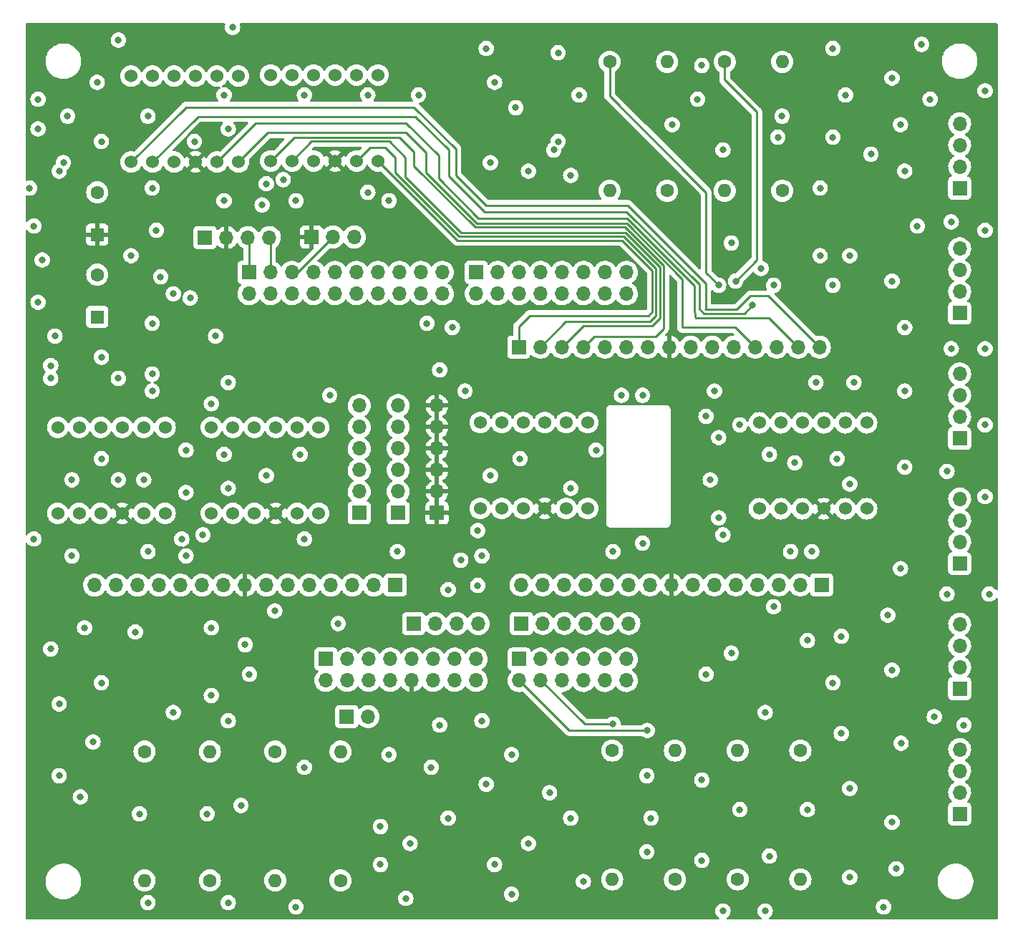
<source format=gbr>
%TF.GenerationSoftware,KiCad,Pcbnew,(6.0.9)*%
%TF.CreationDate,2022-12-28T12:51:09+01:00*%
%TF.ProjectId,Driver,44726976-6572-42e6-9b69-6361645f7063,0.1*%
%TF.SameCoordinates,Original*%
%TF.FileFunction,Copper,L3,Inr*%
%TF.FilePolarity,Positive*%
%FSLAX46Y46*%
G04 Gerber Fmt 4.6, Leading zero omitted, Abs format (unit mm)*
G04 Created by KiCad (PCBNEW (6.0.9)) date 2022-12-28 12:51:09*
%MOMM*%
%LPD*%
G01*
G04 APERTURE LIST*
%TA.AperFunction,ComponentPad*%
%ADD10R,1.600000X1.600000*%
%TD*%
%TA.AperFunction,ComponentPad*%
%ADD11C,1.600000*%
%TD*%
%TA.AperFunction,ComponentPad*%
%ADD12O,1.600000X1.600000*%
%TD*%
%TA.AperFunction,ComponentPad*%
%ADD13O,1.700000X1.700000*%
%TD*%
%TA.AperFunction,ComponentPad*%
%ADD14R,1.700000X1.700000*%
%TD*%
%TA.AperFunction,ComponentPad*%
%ADD15C,1.524000*%
%TD*%
%TA.AperFunction,ViaPad*%
%ADD16C,0.800000*%
%TD*%
%TA.AperFunction,Conductor*%
%ADD17C,0.250000*%
%TD*%
G04 APERTURE END LIST*
D10*
%TO.N,+3.3V*%
%TO.C,C20*%
X124500000Y-86240000D03*
D11*
%TO.N,GNDD*%
X124500000Y-81240000D03*
%TD*%
D10*
%TO.N,+5V*%
%TO.C,C19*%
X124500000Y-76500000D03*
D11*
%TO.N,GNDD*%
X124500000Y-71500000D03*
%TD*%
D12*
%TO.N,GNDD*%
%TO.C,R12*%
X137826666Y-137630000D03*
D11*
%TO.N,/MRR{slash}CS*%
X137826666Y-152870000D03*
%TD*%
D12*
%TO.N,/MRR{slash}CS*%
%TO.C,R11*%
X130100000Y-152870000D03*
D11*
%TO.N,/Motor Driver Rear/Dual_VNH3SP30/2CS*%
X130100000Y-137630000D03*
%TD*%
D12*
%TO.N,GNDD*%
%TO.C,R10*%
X153280000Y-137630000D03*
D11*
%TO.N,/MRL{slash}CS*%
X153280000Y-152870000D03*
%TD*%
D12*
%TO.N,/MRL{slash}CS*%
%TO.C,R9*%
X145553332Y-152870000D03*
D11*
%TO.N,/Motor Driver Rear/Dual_VNH3SP30/1CS*%
X145553332Y-137630000D03*
%TD*%
%TO.N,/MMR{slash}CS*%
%TO.C,R8*%
X192826666Y-152750000D03*
D12*
%TO.N,GNDD*%
X192826666Y-137510000D03*
%TD*%
D11*
%TO.N,/Motor Driver Midle/Dual_VNH3SP30/2CS*%
%TO.C,R7*%
X185410000Y-137510000D03*
D12*
%TO.N,/MMR{slash}CS*%
X185410000Y-152750000D03*
%TD*%
D11*
%TO.N,/MWL{slash}CS*%
%TO.C,R6*%
X200243332Y-152750000D03*
D12*
%TO.N,GNDD*%
X200243332Y-137510000D03*
%TD*%
D11*
%TO.N,/Motor Driver Midle/Dual_VNH3SP30/1CS*%
%TO.C,R5*%
X207660000Y-137510000D03*
D12*
%TO.N,/MWL{slash}CS*%
X207660000Y-152750000D03*
%TD*%
D11*
%TO.N,/MFR{slash}CS*%
%TO.C,R4*%
X205510000Y-71320000D03*
D12*
%TO.N,GNDD*%
X205510000Y-56080000D03*
%TD*%
D11*
%TO.N,/Motor Driver Front/Dual_VNH3SP30/2CS*%
%TO.C,R3*%
X198705554Y-56080000D03*
D12*
%TO.N,/MFR{slash}CS*%
X198705554Y-71320000D03*
%TD*%
D11*
%TO.N,/MFL{slash}CS*%
%TO.C,R2*%
X191901110Y-71320000D03*
D12*
%TO.N,GNDD*%
X191901110Y-56080000D03*
%TD*%
D11*
%TO.N,/Motor Driver Front/Dual_VNH3SP30/1CS*%
%TO.C,R1*%
X185096666Y-56080000D03*
D12*
%TO.N,/MFL{slash}CS*%
X185096666Y-71320000D03*
%TD*%
D13*
%TO.N,unconnected-(J4-Pad16)*%
%TO.C,J4*%
X169320000Y-129220000D03*
%TO.N,/Arty Z7/XVREF*%
X169320000Y-126680000D03*
%TO.N,GNDD*%
X166780000Y-129220000D03*
X166780000Y-126680000D03*
X164240000Y-129220000D03*
%TO.N,/Arty Z7/v_n*%
X164240000Y-126680000D03*
%TO.N,+5V*%
X161700000Y-129220000D03*
%TO.N,/Arty Z7/v_p*%
X161700000Y-126680000D03*
%TO.N,+3.3V*%
X159160000Y-129220000D03*
%TO.N,unconnected-(J4-Pad7)*%
X159160000Y-126680000D03*
%TO.N,/Arty Z7/RST*%
X156620000Y-129220000D03*
%TO.N,unconnected-(J4-Pad5)*%
X156620000Y-126680000D03*
%TO.N,/Arty Z7/IOREF*%
X154080000Y-129220000D03*
%TO.N,unconnected-(J4-Pad3)*%
X154080000Y-126680000D03*
%TO.N,unconnected-(J4-Pad2)*%
X151540000Y-129220000D03*
D14*
%TO.N,unconnected-(J4-Pad1)*%
X151540000Y-126680000D03*
%TD*%
%TO.N,/MFL{slash}EN*%
%TO.C,J7*%
X169320000Y-80960000D03*
D13*
%TO.N,/MMR{slash}EN*%
X169320000Y-83500000D03*
%TO.N,/MFL{slash}INA*%
X171860000Y-80960000D03*
%TO.N,/MMR{slash}INA*%
X171860000Y-83500000D03*
%TO.N,/MFL{slash}INB*%
X174400000Y-80960000D03*
%TO.N,/MMR{slash}INB*%
X174400000Y-83500000D03*
%TO.N,/MFL{slash}PWM*%
X176940000Y-80960000D03*
%TO.N,/MMR{slash}PWM*%
X176940000Y-83500000D03*
%TO.N,/MFR{slash}PWM*%
X179480000Y-80960000D03*
%TO.N,/MML{slash}PWM*%
X179480000Y-83500000D03*
%TO.N,/MFR{slash}INB*%
X182020000Y-80960000D03*
%TO.N,/MML{slash}INB*%
X182020000Y-83500000D03*
%TO.N,/MFR{slash}INA*%
X184560000Y-80960000D03*
%TO.N,/MML{slash}INA*%
X184560000Y-83500000D03*
%TO.N,/MFR{slash}EN*%
X187100000Y-80960000D03*
%TO.N,/MML{slash}EN*%
X187100000Y-83500000D03*
%TD*%
D14*
%TO.N,/SCL*%
%TO.C,J6*%
X142450000Y-80960000D03*
D13*
%TO.N,unconnected-(J6-Pad2)*%
X142450000Y-83500000D03*
%TO.N,/SDA*%
X144990000Y-80960000D03*
%TO.N,unconnected-(J6-Pad4)*%
X144990000Y-83500000D03*
%TO.N,/HeartBeat*%
X147530000Y-80960000D03*
%TO.N,/MRR{slash}EN*%
X147530000Y-83500000D03*
%TO.N,GNDD*%
X150070000Y-80960000D03*
%TO.N,/MR{slash}INA*%
X150070000Y-83500000D03*
%TO.N,/FLENC*%
X152610000Y-80960000D03*
%TO.N,/MRR{slash}INB*%
X152610000Y-83500000D03*
%TO.N,/MLENC*%
X155150000Y-80960000D03*
%TO.N,/MRR{slash}PWM*%
X155150000Y-83500000D03*
%TO.N,/RLENC*%
X157690000Y-80960000D03*
%TO.N,/MRL{slash}PWM*%
X157690000Y-83500000D03*
%TO.N,/RRENC*%
X160230000Y-80960000D03*
%TO.N,/MRL{slash}INB*%
X160230000Y-83500000D03*
%TO.N,/MRENC*%
X162770000Y-80960000D03*
%TO.N,/MRL{slash}INA*%
X162770000Y-83500000D03*
%TO.N,/FRENC*%
X165310000Y-80960000D03*
%TO.N,/MRL{slash}EN*%
X165310000Y-83500000D03*
%TD*%
D15*
%TO.N,/MRR{slash}PWM*%
%TO.C,U12*%
X132530000Y-99300000D03*
%TO.N,/MRR{slash}INB*%
X129990000Y-99300000D03*
%TO.N,+3.3V*%
X127450000Y-99300000D03*
%TO.N,GNDD*%
X124910000Y-99300000D03*
%TO.N,/MR{slash}INA*%
X122370000Y-99300000D03*
%TO.N,/MRR{slash}EN*%
X119830000Y-99300000D03*
%TO.N,/Motor Driver Rear/Dual_VNH3SP30/2DIAG{slash}EN*%
X119830000Y-109460000D03*
%TO.N,/Motor Driver Rear/Dual_VNH3SP30/2INA*%
X122370000Y-109460000D03*
%TO.N,GNDD*%
X124910000Y-109460000D03*
%TO.N,+5V*%
X127450000Y-109460000D03*
%TO.N,/Motor Driver Rear/Dual_VNH3SP30/2INB*%
X129990000Y-109460000D03*
%TO.N,/Motor Driver Rear/Dual_VNH3SP30/2PWM*%
X132530000Y-109460000D03*
%TD*%
%TO.N,/MRL{slash}EN*%
%TO.C,U11*%
X150695000Y-99300000D03*
%TO.N,/MRL{slash}INA*%
X148155000Y-99300000D03*
%TO.N,+3.3V*%
X145615000Y-99300000D03*
%TO.N,GNDD*%
X143075000Y-99300000D03*
%TO.N,/MRL{slash}INB*%
X140535000Y-99300000D03*
%TO.N,/MRL{slash}PWM*%
X137995000Y-99300000D03*
%TO.N,/Motor Driver Rear/Dual_VNH3SP30/1PWM*%
X137995000Y-109460000D03*
%TO.N,/Motor Driver Rear/Dual_VNH3SP30/1INB*%
X140535000Y-109460000D03*
%TO.N,GNDD*%
X143075000Y-109460000D03*
%TO.N,+5V*%
X145615000Y-109460000D03*
%TO.N,/Motor Driver Rear/Dual_VNH3SP30/1INA*%
X148155000Y-109460000D03*
%TO.N,/Motor Driver Rear/Dual_VNH3SP30/1DIAG{slash}EN*%
X150695000Y-109460000D03*
%TD*%
%TO.N,/Motor Driver Midle/Dual_VNH3SP30/2PWM*%
%TO.C,U10*%
X182510000Y-108890000D03*
%TO.N,/Motor Driver Midle/Dual_VNH3SP30/2INB*%
X179970000Y-108890000D03*
%TO.N,+5V*%
X177430000Y-108890000D03*
%TO.N,GNDD*%
X174890000Y-108890000D03*
%TO.N,/Motor Driver Midle/Dual_VNH3SP30/2INA*%
X172350000Y-108890000D03*
%TO.N,/Motor Driver Midle/Dual_VNH3SP30/2DIAG{slash}EN*%
X169810000Y-108890000D03*
%TO.N,/MMR{slash}EN*%
X169810000Y-98730000D03*
%TO.N,/MMR{slash}INA*%
X172350000Y-98730000D03*
%TO.N,GNDD*%
X174890000Y-98730000D03*
%TO.N,+3.3V*%
X177430000Y-98730000D03*
%TO.N,/MMR{slash}INB*%
X179970000Y-98730000D03*
%TO.N,/MMR{slash}PWM*%
X182510000Y-98730000D03*
%TD*%
%TO.N,/Motor Driver Midle/Dual_VNH3SP30/1DIAG{slash}EN*%
%TO.C,U9*%
X215500000Y-108920000D03*
%TO.N,/Motor Driver Midle/Dual_VNH3SP30/1INA*%
X212960000Y-108920000D03*
%TO.N,+5V*%
X210420000Y-108920000D03*
%TO.N,GNDD*%
X207880000Y-108920000D03*
%TO.N,/Motor Driver Midle/Dual_VNH3SP30/1INB*%
X205340000Y-108920000D03*
%TO.N,/Motor Driver Midle/Dual_VNH3SP30/1PWM*%
X202800000Y-108920000D03*
%TO.N,/MML{slash}PWM*%
X202800000Y-98760000D03*
%TO.N,/MML{slash}INB*%
X205340000Y-98760000D03*
%TO.N,GNDD*%
X207880000Y-98760000D03*
%TO.N,+3.3V*%
X210420000Y-98760000D03*
%TO.N,/MML{slash}INA*%
X212960000Y-98760000D03*
%TO.N,/MML{slash}EN*%
X215500000Y-98760000D03*
%TD*%
%TO.N,/Motor Driver Front/Dual_VNH3SP30/2PWM*%
%TO.C,U8*%
X141200000Y-67920000D03*
%TO.N,/Motor Driver Front/Dual_VNH3SP30/2INB*%
X138660000Y-67920000D03*
%TO.N,+5V*%
X136120000Y-67920000D03*
%TO.N,GNDD*%
X133580000Y-67920000D03*
%TO.N,/Motor Driver Front/Dual_VNH3SP30/2INA*%
X131040000Y-67920000D03*
%TO.N,/Motor Driver Front/Dual_VNH3SP30/2DIAG{slash}EN*%
X128500000Y-67920000D03*
%TO.N,/MFR{slash}EN*%
X128500000Y-57760000D03*
%TO.N,/MFR{slash}INA*%
X131040000Y-57760000D03*
%TO.N,GNDD*%
X133580000Y-57760000D03*
%TO.N,+3.3V*%
X136120000Y-57760000D03*
%TO.N,/MFR{slash}INB*%
X138660000Y-57760000D03*
%TO.N,/MFR{slash}PWM*%
X141200000Y-57760000D03*
%TD*%
%TO.N,/Motor Driver Front/Dual_VNH3SP30/1DIAG{slash}EN*%
%TO.C,U7*%
X157710000Y-67790000D03*
%TO.N,/Motor Driver Front/Dual_VNH3SP30/1INA*%
X155170000Y-67790000D03*
%TO.N,+5V*%
X152630000Y-67790000D03*
%TO.N,GNDD*%
X150090000Y-67790000D03*
%TO.N,/Motor Driver Front/Dual_VNH3SP30/1INB*%
X147550000Y-67790000D03*
%TO.N,/Motor Driver Front/Dual_VNH3SP30/1PWM*%
X145010000Y-67790000D03*
%TO.N,/MFL{slash}PWM*%
X145010000Y-57630000D03*
%TO.N,/MFL{slash}INB*%
X147550000Y-57630000D03*
%TO.N,GNDD*%
X150090000Y-57630000D03*
%TO.N,+3.3V*%
X152630000Y-57630000D03*
%TO.N,/MFL{slash}INA*%
X155170000Y-57630000D03*
%TO.N,/MFL{slash}EN*%
X157710000Y-57630000D03*
%TD*%
D14*
%TO.N,GNDD*%
%TO.C,J21*%
X137250000Y-76850000D03*
D13*
%TO.N,+5V*%
X139790000Y-76850000D03*
%TO.N,/SCL*%
X142330000Y-76850000D03*
%TO.N,/SDA*%
X144870000Y-76850000D03*
%TD*%
D14*
%TO.N,+5V*%
%TO.C,J20*%
X149825000Y-76790000D03*
D13*
%TO.N,/HeartBeat*%
X152365000Y-76790000D03*
%TO.N,GNDD*%
X154905000Y-76790000D03*
%TD*%
D14*
%TO.N,+3.3V*%
%TO.C,J19*%
X226500000Y-115400000D03*
D13*
%TO.N,/RRENC*%
X226500000Y-112860000D03*
%TO.N,unconnected-(J19-Pad3)*%
X226500000Y-110320000D03*
%TO.N,GNDD*%
X226500000Y-107780000D03*
%TD*%
D14*
%TO.N,+3.3V*%
%TO.C,J18*%
X226500000Y-130200000D03*
D13*
%TO.N,/MRENC*%
X226500000Y-127660000D03*
%TO.N,unconnected-(J18-Pad3)*%
X226500000Y-125120000D03*
%TO.N,GNDD*%
X226500000Y-122580000D03*
%TD*%
D14*
%TO.N,/Motor Driver Rear/Dual_VNH3SP30/1DIAG{slash}EN*%
%TO.C,J17*%
X159760000Y-117950000D03*
D13*
%TO.N,/Motor Driver Rear/Dual_VNH3SP30/1INA*%
X157220000Y-117950000D03*
%TO.N,/Motor Driver Rear/Dual_VNH3SP30/1INB*%
X154680000Y-117950000D03*
%TO.N,/Motor Driver Rear/Dual_VNH3SP30/1PWM*%
X152140000Y-117950000D03*
%TO.N,/Motor Driver Rear/Dual_VNH3SP30/1CS*%
X149600000Y-117950000D03*
%TO.N,unconnected-(J17-Pad6)*%
X147060000Y-117950000D03*
%TO.N,GNDD*%
X144520000Y-117950000D03*
%TO.N,+5V*%
X141980000Y-117950000D03*
%TO.N,GNDD*%
X139440000Y-117950000D03*
%TO.N,unconnected-(J17-Pad10)*%
X136900000Y-117950000D03*
%TO.N,/Motor Driver Rear/Dual_VNH3SP30/2CS*%
X134360000Y-117950000D03*
%TO.N,/Motor Driver Rear/Dual_VNH3SP30/2PWM*%
X131820000Y-117950000D03*
%TO.N,/Motor Driver Rear/Dual_VNH3SP30/2INA*%
X129280000Y-117950000D03*
%TO.N,/Motor Driver Rear/Dual_VNH3SP30/2INB*%
X126740000Y-117950000D03*
%TO.N,/Motor Driver Rear/Dual_VNH3SP30/2DIAG{slash}EN*%
X124200000Y-117950000D03*
%TD*%
D14*
%TO.N,+3.3V*%
%TO.C,J16*%
X226500000Y-145000000D03*
D13*
%TO.N,/FRENC*%
X226500000Y-142460000D03*
%TO.N,unconnected-(J16-Pad3)*%
X226500000Y-139920000D03*
%TO.N,GNDD*%
X226500000Y-137380000D03*
%TD*%
D14*
%TO.N,+3.3V*%
%TO.C,J15*%
X226500000Y-100600000D03*
D13*
%TO.N,/RLENC*%
X226500000Y-98060000D03*
%TO.N,unconnected-(J15-Pad3)*%
X226500000Y-95520000D03*
%TO.N,GNDD*%
X226500000Y-92980000D03*
%TD*%
D14*
%TO.N,+3.3V*%
%TO.C,J14*%
X226500000Y-85800000D03*
D13*
%TO.N,/MLENC*%
X226500000Y-83260000D03*
%TO.N,unconnected-(J14-Pad3)*%
X226500000Y-80720000D03*
%TO.N,GNDD*%
X226500000Y-78180000D03*
%TD*%
D14*
%TO.N,+3.3V*%
%TO.C,J13*%
X226500000Y-71000000D03*
D13*
%TO.N,/FLENC*%
X226500000Y-68460000D03*
%TO.N,unconnected-(J13-Pad3)*%
X226500000Y-65920000D03*
%TO.N,GNDD*%
X226500000Y-63380000D03*
%TD*%
D14*
%TO.N,/Motor Driver Midle/Dual_VNH3SP30/1DIAG{slash}EN*%
%TO.C,J12*%
X210175000Y-117920000D03*
D13*
%TO.N,/Motor Driver Midle/Dual_VNH3SP30/1INA*%
X207635000Y-117920000D03*
%TO.N,/Motor Driver Midle/Dual_VNH3SP30/1INB*%
X205095000Y-117920000D03*
%TO.N,/Motor Driver Midle/Dual_VNH3SP30/1PWM*%
X202555000Y-117920000D03*
%TO.N,/Motor Driver Midle/Dual_VNH3SP30/1CS*%
X200015000Y-117920000D03*
%TO.N,unconnected-(J12-Pad6)*%
X197475000Y-117920000D03*
%TO.N,GNDD*%
X194935000Y-117920000D03*
%TO.N,+5V*%
X192395000Y-117920000D03*
%TO.N,GNDD*%
X189855000Y-117920000D03*
%TO.N,unconnected-(J12-Pad10)*%
X187315000Y-117920000D03*
%TO.N,/Motor Driver Midle/Dual_VNH3SP30/2CS*%
X184775000Y-117920000D03*
%TO.N,/Motor Driver Midle/Dual_VNH3SP30/2PWM*%
X182235000Y-117920000D03*
%TO.N,/Motor Driver Midle/Dual_VNH3SP30/2INA*%
X179695000Y-117920000D03*
%TO.N,/Motor Driver Midle/Dual_VNH3SP30/2INB*%
X177155000Y-117920000D03*
%TO.N,/Motor Driver Midle/Dual_VNH3SP30/2DIAG{slash}EN*%
X174615000Y-117920000D03*
%TD*%
D14*
%TO.N,GNDD*%
%TO.C,J11*%
X160090000Y-109420000D03*
D13*
X160090000Y-106880000D03*
X160090000Y-104340000D03*
X160090000Y-101800000D03*
X160090000Y-99260000D03*
X160090000Y-96720000D03*
%TD*%
D14*
%TO.N,+3.3V*%
%TO.C,J10*%
X155490000Y-109420000D03*
D13*
X155490000Y-106880000D03*
X155490000Y-104340000D03*
X155490000Y-101800000D03*
X155490000Y-99260000D03*
X155490000Y-96720000D03*
%TD*%
D14*
%TO.N,+5V*%
%TO.C,J9*%
X164690000Y-109420000D03*
D13*
X164690000Y-106880000D03*
X164690000Y-104340000D03*
X164690000Y-101800000D03*
X164690000Y-99260000D03*
X164690000Y-96720000D03*
%TD*%
D14*
%TO.N,/Arty Z7/v_p*%
%TO.C,J8*%
X161920000Y-122500000D03*
D13*
%TO.N,/Arty Z7/v_n*%
X164460000Y-122500000D03*
%TO.N,GNDD*%
X167000000Y-122500000D03*
%TO.N,/Arty Z7/XVREF*%
X169540000Y-122500000D03*
%TD*%
D14*
%TO.N,Net-(J2-Pad1)*%
%TO.C,J5*%
X174675000Y-122475000D03*
D13*
%TO.N,Net-(J2-Pad3)*%
X177215000Y-122475000D03*
%TO.N,Net-(J2-Pad5)*%
X179755000Y-122475000D03*
%TO.N,Net-(J2-Pad7)*%
X182295000Y-122475000D03*
%TO.N,Net-(J2-Pad9)*%
X184835000Y-122475000D03*
%TO.N,Net-(J2-Pad11)*%
X187375000Y-122475000D03*
%TD*%
%TO.N,/Motor Driver Front/Dual_VNH3SP30/2DIAG{slash}EN*%
%TO.C,J3*%
X209910000Y-89810000D03*
%TO.N,/Motor Driver Front/Dual_VNH3SP30/2INB*%
X207370000Y-89810000D03*
%TO.N,/Motor Driver Front/Dual_VNH3SP30/2INA*%
X204830000Y-89810000D03*
%TO.N,/Motor Driver Front/Dual_VNH3SP30/2PWM*%
X202290000Y-89810000D03*
%TO.N,/Motor Driver Front/Dual_VNH3SP30/2CS*%
X199750000Y-89810000D03*
%TO.N,unconnected-(J3-Pad10)*%
X197210000Y-89810000D03*
%TO.N,GNDD*%
X194670000Y-89810000D03*
%TO.N,+5V*%
X192130000Y-89810000D03*
%TO.N,GNDD*%
X189590000Y-89810000D03*
%TO.N,unconnected-(J3-Pad6)*%
X187050000Y-89810000D03*
%TO.N,/Motor Driver Front/Dual_VNH3SP30/1CS*%
X184510000Y-89810000D03*
%TO.N,/Motor Driver Front/Dual_VNH3SP30/1PWM*%
X181970000Y-89810000D03*
%TO.N,/Motor Driver Front/Dual_VNH3SP30/1INB*%
X179430000Y-89810000D03*
%TO.N,/Motor Driver Front/Dual_VNH3SP30/1INA*%
X176890000Y-89810000D03*
D14*
%TO.N,/Motor Driver Front/Dual_VNH3SP30/1DIAG{slash}EN*%
X174350000Y-89810000D03*
%TD*%
D13*
%TO.N,/MRL{slash}CS*%
%TO.C,J2*%
X187100000Y-129240000D03*
%TO.N,Net-(J2-Pad11)*%
X187100000Y-126700000D03*
%TO.N,/MRR{slash}CS*%
X184560000Y-129240000D03*
%TO.N,Net-(J2-Pad9)*%
X184560000Y-126700000D03*
%TO.N,/MWL{slash}CS*%
X182020000Y-129240000D03*
%TO.N,Net-(J2-Pad7)*%
X182020000Y-126700000D03*
%TO.N,/MMR{slash}CS*%
X179480000Y-129240000D03*
%TO.N,Net-(J2-Pad5)*%
X179480000Y-126700000D03*
%TO.N,/MFR{slash}CS*%
X176940000Y-129240000D03*
%TO.N,Net-(J2-Pad3)*%
X176940000Y-126700000D03*
%TO.N,/MFL{slash}CS*%
X174400000Y-129240000D03*
D14*
%TO.N,Net-(J2-Pad1)*%
X174400000Y-126700000D03*
%TD*%
%TO.N,/Arty Z7/IOREF*%
%TO.C,J1*%
X154000000Y-133500000D03*
D13*
%TO.N,/Arty Z7/RST*%
X156540000Y-133500000D03*
%TD*%
D16*
%TO.N,GNDD*%
X208500000Y-124500000D03*
X217500000Y-156000000D03*
X212500000Y-135500000D03*
X170500000Y-141500000D03*
X158000000Y-151000000D03*
X158000000Y-146500000D03*
X145500000Y-121000000D03*
X153000000Y-122500000D03*
X119000000Y-125500000D03*
X120000000Y-132000000D03*
X133500000Y-133000000D03*
X129000000Y-123500000D03*
X138000000Y-123000000D03*
X220000000Y-87500000D03*
X214000000Y-94000000D03*
X209500000Y-94000000D03*
X152000000Y-95500000D03*
X163500000Y-87000000D03*
X165000000Y-92500000D03*
X168000000Y-95000000D03*
X166500000Y-87500000D03*
X139500000Y-102500000D03*
X131000000Y-71000000D03*
X117000000Y-75500000D03*
X116500000Y-71000000D03*
X117500000Y-60500000D03*
X140500000Y-52000000D03*
X124500000Y-58500000D03*
X127000000Y-53500000D03*
X171500000Y-58500000D03*
X170500000Y-54500000D03*
X162500000Y-60000000D03*
X156500000Y-60000000D03*
X149000000Y-60000000D03*
X139500000Y-60000000D03*
X140000000Y-64000000D03*
X136000000Y-65500000D03*
X130500000Y-62500000D03*
X120500000Y-68000000D03*
X121000000Y-62500000D03*
X117500000Y-64000000D03*
X120000000Y-69000000D03*
X125000000Y-65500000D03*
X128500000Y-79000000D03*
X117500000Y-84500000D03*
X118000000Y-79500000D03*
X119500000Y-88500000D03*
X125000000Y-91000000D03*
X119000000Y-93500000D03*
X119000000Y-92000000D03*
X140000000Y-94000000D03*
X138000000Y-96500000D03*
X131000000Y-95000000D03*
X127000000Y-93500000D03*
X131000000Y-93000000D03*
X138500000Y-88500000D03*
X131000000Y-87000000D03*
X135500000Y-84000000D03*
X133500000Y-83500000D03*
X132000000Y-81500000D03*
X131500000Y-76000000D03*
X144500000Y-70500000D03*
X139500000Y-72500000D03*
X148000000Y-72500000D03*
X146500000Y-70000000D03*
X144000000Y-73000000D03*
X159000000Y-72500000D03*
X156500000Y-71500000D03*
X180500000Y-69500000D03*
X179000000Y-65500000D03*
X175500000Y-69000000D03*
X171000000Y-68000000D03*
X174000000Y-61500000D03*
X179000000Y-55000000D03*
X181500000Y-60000000D03*
X178500000Y-66500000D03*
X192500000Y-63500000D03*
X196000000Y-56500000D03*
X195500000Y-60500000D03*
X198500000Y-66500000D03*
X205000000Y-65000000D03*
X205500000Y-62500000D03*
X229500000Y-59500000D03*
X223000000Y-60500000D03*
X222000000Y-54000000D03*
X211500000Y-54500000D03*
X211500000Y-65000000D03*
X220000000Y-69000000D03*
X218500000Y-58000000D03*
X213000000Y-60000000D03*
X219500000Y-63500000D03*
X216000000Y-67000000D03*
X210000000Y-71000000D03*
X204500000Y-82500000D03*
X203000000Y-80500000D03*
X199500000Y-77500000D03*
X211500000Y-82500000D03*
X213500000Y-79000000D03*
X218500000Y-82000000D03*
X210000000Y-79000000D03*
X221500000Y-75500000D03*
X225500000Y-75000000D03*
X229500000Y-76000000D03*
X229500000Y-99000000D03*
X225500000Y-90000000D03*
X229500000Y-90000000D03*
X220000000Y-95000000D03*
X218000000Y-121500000D03*
X220000000Y-104000000D03*
X225000000Y-104500000D03*
X229500000Y-107500000D03*
X230000000Y-119000000D03*
X225000000Y-119000000D03*
X209000000Y-114000000D03*
X206500000Y-114000000D03*
X219500000Y-116000000D03*
X213500000Y-106000000D03*
X212000000Y-103000000D03*
X207000000Y-103500000D03*
X204000000Y-102500000D03*
X196500000Y-98000000D03*
X200500000Y-99000000D03*
X197500000Y-95000000D03*
X189000000Y-95500000D03*
X186500000Y-95500000D03*
X198000000Y-100500000D03*
X198500000Y-112000000D03*
X198000000Y-110000000D03*
X197000000Y-105500000D03*
X171000000Y-105000000D03*
X174500000Y-103000000D03*
X183500000Y-102000000D03*
X180500000Y-106500000D03*
X189000000Y-113000000D03*
X185500000Y-114000000D03*
X169500000Y-111500000D03*
X170000000Y-114500000D03*
X169500000Y-118000000D03*
X166000000Y-118500000D03*
X167500000Y-115000000D03*
X160000000Y-114000000D03*
X149000000Y-112500000D03*
X135000000Y-114500000D03*
X130500000Y-114000000D03*
X121500000Y-114500000D03*
X117000000Y-112500000D03*
X121500000Y-105500000D03*
X125000000Y-103000000D03*
X130000000Y-105500000D03*
X127000000Y-105500000D03*
X135000000Y-102000000D03*
X135000000Y-107000000D03*
X140000000Y-106500000D03*
X148500000Y-102500000D03*
X144500000Y-105000000D03*
X137000000Y-112000000D03*
X134500000Y-112500000D03*
X123000000Y-123000000D03*
X124000000Y-136500000D03*
X122500000Y-143000000D03*
X120000000Y-140500000D03*
X125000000Y-129500000D03*
X142000000Y-125000000D03*
X142500000Y-128500000D03*
X138000000Y-131000000D03*
X140000000Y-134000000D03*
X149000000Y-139500000D03*
X141500000Y-144000000D03*
X137500000Y-145000000D03*
X129500000Y-145000000D03*
X130500000Y-155500000D03*
X140000000Y-155500000D03*
X148000000Y-156000000D03*
X165000000Y-134500000D03*
X159000000Y-138000000D03*
X171500000Y-151000000D03*
X173500000Y-154500000D03*
X161000000Y-155000000D03*
X170000000Y-134000000D03*
X164000000Y-139500000D03*
X161500000Y-148500000D03*
X166000000Y-145500000D03*
X173500000Y-138000000D03*
X178000000Y-142500000D03*
X180500000Y-145500000D03*
X182000000Y-153000000D03*
X175500000Y-148500000D03*
X196000000Y-141000000D03*
X189500000Y-140500000D03*
X190000000Y-145500000D03*
X189500000Y-149500000D03*
X204000000Y-150000000D03*
X203500000Y-156500000D03*
X198500000Y-156500000D03*
X196000000Y-150500000D03*
X196500000Y-128500000D03*
X212500000Y-124000000D03*
X204500000Y-120500000D03*
X199500000Y-126000000D03*
X203500000Y-133000000D03*
X200500000Y-144500000D03*
X208500000Y-144500000D03*
X213500000Y-152500000D03*
X219000000Y-151500000D03*
X227000000Y-134500000D03*
X223500000Y-133500000D03*
X218500000Y-128000000D03*
X211500000Y-129500000D03*
X218500000Y-146000000D03*
X213500000Y-142000000D03*
%TO.N,/Motor Driver Front/Dual_VNH3SP30/1CS*%
X198000000Y-82500000D03*
%TO.N,/Motor Driver Front/Dual_VNH3SP30/2CS*%
X200000000Y-82000000D03*
%TO.N,GNDD*%
X219570000Y-136650000D03*
%TO.N,/Motor Driver Front/Dual_VNH3SP30/2INA*%
X201990000Y-84860000D03*
%TO.N,/MFL{slash}CS*%
X189550000Y-135130000D03*
%TO.N,/MFR{slash}CS*%
X185513379Y-134405500D03*
%TD*%
D17*
%TO.N,/Motor Driver Front/Dual_VNH3SP30/1CS*%
X185096666Y-56080000D02*
X185096666Y-60096666D01*
X196500000Y-71500000D02*
X196500000Y-78000000D01*
X185096666Y-60096666D02*
X195000000Y-70000000D01*
X195000000Y-70000000D02*
X196500000Y-71500000D01*
X196500000Y-78000000D02*
X196500000Y-81000000D01*
X196500000Y-81000000D02*
X198000000Y-82500000D01*
%TO.N,/Motor Driver Front/Dual_VNH3SP30/2CS*%
X198705554Y-56080000D02*
X198705554Y-58205554D01*
X198705554Y-58205554D02*
X202500000Y-62000000D01*
X202500000Y-62000000D02*
X202500000Y-79500000D01*
X202500000Y-79500000D02*
X200000000Y-82000000D01*
%TO.N,/Motor Driver Front/Dual_VNH3SP30/2INA*%
X166090000Y-69570000D02*
X170310000Y-73790000D01*
%TO.N,/Motor Driver Front/Dual_VNH3SP30/1INB*%
X191040499Y-86389501D02*
X190160000Y-87270000D01*
%TO.N,/Motor Driver Front/Dual_VNH3SP30/1PWM*%
X191490000Y-80172760D02*
X191490000Y-87590000D01*
%TO.N,/Motor Driver Front/Dual_VNH3SP30/1INA*%
X167313811Y-76729501D02*
X186775361Y-76729501D01*
%TO.N,/Motor Driver Front/Dual_VNH3SP30/2INA*%
X136430000Y-62530000D02*
X162140000Y-62530000D01*
%TO.N,/Motor Driver Front/Dual_VNH3SP30/1DIAG{slash}EN*%
X189680000Y-86090000D02*
X175620000Y-86090000D01*
%TO.N,/Motor Driver Front/Dual_VNH3SP30/2DIAG{slash}EN*%
X161950000Y-61430000D02*
X166930000Y-66410000D01*
%TO.N,/Motor Driver Front/Dual_VNH3SP30/2INA*%
X195690499Y-85286189D02*
X196233811Y-85829501D01*
%TO.N,/Motor Driver Front/Dual_VNH3SP30/2PWM*%
X161040000Y-64460000D02*
X163360000Y-66780000D01*
%TO.N,/Motor Driver Front/Dual_VNH3SP30/2INB*%
X203910000Y-86350000D02*
X207370000Y-89810000D01*
%TO.N,/Motor Driver Front/Dual_VNH3SP30/2DIAG{slash}EN*%
X170460000Y-73050000D02*
X187220000Y-73050000D01*
%TO.N,/Motor Driver Front/Dual_VNH3SP30/2INB*%
X143260000Y-63320000D02*
X161030000Y-63320000D01*
%TO.N,/Motor Driver Front/Dual_VNH3SP30/2PWM*%
X163360000Y-66780000D02*
X163360000Y-69170000D01*
X169370000Y-75180000D02*
X187132930Y-75180000D01*
%TO.N,/Motor Driver Front/Dual_VNH3SP30/1INA*%
X179900000Y-86800000D02*
X176890000Y-89810000D01*
%TO.N,/Motor Driver Front/Dual_VNH3SP30/2DIAG{slash}EN*%
X134990000Y-61430000D02*
X161950000Y-61430000D01*
%TO.N,/Motor Driver Front/Dual_VNH3SP30/1INB*%
X159019501Y-65469501D02*
X160930000Y-67380000D01*
%TO.N,/Motor Driver Front/Dual_VNH3SP30/1INA*%
X190590998Y-80545138D02*
X190590998Y-86079002D01*
%TO.N,/Motor Driver Front/Dual_VNH3SP30/1INB*%
X149870499Y-65469501D02*
X159019501Y-65469501D01*
%TO.N,/Motor Driver Front/Dual_VNH3SP30/2PWM*%
X193700000Y-81747070D02*
X193700000Y-87480000D01*
%TO.N,/Motor Driver Front/Dual_VNH3SP30/2INB*%
X195170998Y-82582378D02*
X195170998Y-85682378D01*
%TO.N,/Motor Driver Front/Dual_VNH3SP30/2PWM*%
X144660000Y-64460000D02*
X161040000Y-64460000D01*
%TO.N,/Motor Driver Front/Dual_VNH3SP30/1INA*%
X159750000Y-69165690D02*
X167313811Y-76729501D01*
%TO.N,/Motor Driver Front/Dual_VNH3SP30/1DIAG{slash}EN*%
X186589172Y-77179002D02*
X190141497Y-80731327D01*
%TO.N,/Motor Driver Front/Dual_VNH3SP30/2INB*%
X195230000Y-86290000D02*
X195290000Y-86350000D01*
%TO.N,/Motor Driver Front/Dual_VNH3SP30/1PWM*%
X160220000Y-65020000D02*
X161950000Y-66750000D01*
%TO.N,/Motor Driver Front/Dual_VNH3SP30/1DIAG{slash}EN*%
X190141497Y-80731327D02*
X190141497Y-85628503D01*
%TO.N,/Motor Driver Front/Dual_VNH3SP30/1PWM*%
X147780000Y-65020000D02*
X160220000Y-65020000D01*
%TO.N,/Motor Driver Front/Dual_VNH3SP30/1INB*%
X186961550Y-76280000D02*
X191040499Y-80358949D01*
%TO.N,/Motor Driver Front/Dual_VNH3SP30/1DIAG{slash}EN*%
X167099002Y-77179002D02*
X186589172Y-77179002D01*
%TO.N,/Motor Driver Front/Dual_VNH3SP30/2INB*%
X161030000Y-63320000D02*
X164890000Y-67180000D01*
%TO.N,/Motor Driver Front/Dual_VNH3SP30/2INA*%
X187124310Y-73790000D02*
X195690499Y-82356189D01*
%TO.N,/Motor Driver Front/Dual_VNH3SP30/1INA*%
X186775361Y-76729501D02*
X190590998Y-80545138D01*
%TO.N,/Motor Driver Front/Dual_VNH3SP30/2INB*%
X138660000Y-67920000D02*
X143260000Y-63320000D01*
%TO.N,/Motor Driver Front/Dual_VNH3SP30/1INA*%
X155170000Y-67790000D02*
X156760000Y-66200000D01*
%TO.N,/Motor Driver Front/Dual_VNH3SP30/2INA*%
X201020499Y-85829501D02*
X201990000Y-84860000D01*
%TO.N,/Motor Driver Front/Dual_VNH3SP30/1PWM*%
X183260000Y-88520000D02*
X181970000Y-89810000D01*
%TO.N,/Motor Driver Front/Dual_VNH3SP30/1INA*%
X159750000Y-67430000D02*
X159750000Y-69165690D01*
%TO.N,/Motor Driver Front/Dual_VNH3SP30/1DIAG{slash}EN*%
X174350000Y-87360000D02*
X174350000Y-89810000D01*
%TO.N,/Motor Driver Front/Dual_VNH3SP30/1INB*%
X160930000Y-67380000D02*
X160930000Y-69710000D01*
%TO.N,/Motor Driver Front/Dual_VNH3SP30/2PWM*%
X199960000Y-87480000D02*
X202290000Y-89810000D01*
%TO.N,/Motor Driver Front/Dual_VNH3SP30/1INB*%
X181970000Y-87270000D02*
X179430000Y-89810000D01*
%TO.N,/Motor Driver Front/Dual_VNH3SP30/2PWM*%
X193700000Y-87480000D02*
X199960000Y-87480000D01*
%TO.N,/Motor Driver Front/Dual_VNH3SP30/1PWM*%
X161950000Y-66750000D02*
X161950000Y-68395690D01*
%TO.N,/Motor Driver Front/Dual_VNH3SP30/2INB*%
X187138620Y-74550000D02*
X195170998Y-82582378D01*
%TO.N,/Motor Driver Front/Dual_VNH3SP30/2INA*%
X166090000Y-66480000D02*
X166090000Y-69570000D01*
%TO.N,/Motor Driver Front/Dual_VNH3SP30/1INB*%
X147550000Y-67790000D02*
X149870499Y-65469501D01*
%TO.N,/Motor Driver Front/Dual_VNH3SP30/2DIAG{slash}EN*%
X200140000Y-85380000D02*
X201760000Y-83760000D01*
%TO.N,/Motor Driver Front/Dual_VNH3SP30/2INA*%
X131040000Y-67920000D02*
X136430000Y-62530000D01*
%TO.N,/Motor Driver Front/Dual_VNH3SP30/1DIAG{slash}EN*%
X190141497Y-85628503D02*
X189680000Y-86090000D01*
%TO.N,/Motor Driver Front/Dual_VNH3SP30/2DIAG{slash}EN*%
X203860000Y-83760000D02*
X209910000Y-89810000D01*
%TO.N,/Motor Driver Front/Dual_VNH3SP30/1INB*%
X160930000Y-69710000D02*
X167500000Y-76280000D01*
%TO.N,/Motor Driver Front/Dual_VNH3SP30/1INA*%
X190590998Y-86079002D02*
X189870000Y-86800000D01*
%TO.N,/Motor Driver Front/Dual_VNH3SP30/1PWM*%
X186946741Y-75629501D02*
X191490000Y-80172760D01*
%TO.N,/Motor Driver Front/Dual_VNH3SP30/1INA*%
X156760000Y-66200000D02*
X158520000Y-66200000D01*
%TO.N,/Motor Driver Front/Dual_VNH3SP30/2INA*%
X196233811Y-85829501D02*
X201020499Y-85829501D01*
%TO.N,/Motor Driver Front/Dual_VNH3SP30/1PWM*%
X190560000Y-88520000D02*
X183260000Y-88520000D01*
%TO.N,/Motor Driver Front/Dual_VNH3SP30/1INA*%
X189870000Y-86800000D02*
X179900000Y-86800000D01*
%TO.N,/Motor Driver Front/Dual_VNH3SP30/2INB*%
X195170998Y-85682378D02*
X195230000Y-85741380D01*
X169600000Y-74550000D02*
X187138620Y-74550000D01*
X164890000Y-67180000D02*
X164890000Y-69840000D01*
%TO.N,/Motor Driver Front/Dual_VNH3SP30/2PWM*%
X187132930Y-75180000D02*
X193700000Y-81747070D01*
%TO.N,/Motor Driver Front/Dual_VNH3SP30/2DIAG{slash}EN*%
X128500000Y-67920000D02*
X134990000Y-61430000D01*
%TO.N,/Motor Driver Front/Dual_VNH3SP30/2PWM*%
X141200000Y-67920000D02*
X144660000Y-64460000D01*
%TO.N,/Motor Driver Front/Dual_VNH3SP30/2INB*%
X164890000Y-69840000D02*
X169600000Y-74550000D01*
%TO.N,/Motor Driver Front/Dual_VNH3SP30/2INA*%
X195690499Y-82356189D02*
X195690499Y-85286189D01*
%TO.N,/Motor Driver Front/Dual_VNH3SP30/1PWM*%
X169183811Y-75629501D02*
X186946741Y-75629501D01*
X191490000Y-87590000D02*
X190560000Y-88520000D01*
%TO.N,/Motor Driver Front/Dual_VNH3SP30/1INB*%
X191040499Y-80358949D02*
X191040499Y-86389501D01*
%TO.N,/Motor Driver Front/Dual_VNH3SP30/1INA*%
X158520000Y-66200000D02*
X159750000Y-67430000D01*
%TO.N,/Motor Driver Front/Dual_VNH3SP30/1INB*%
X190160000Y-87270000D02*
X181970000Y-87270000D01*
%TO.N,/Motor Driver Front/Dual_VNH3SP30/1DIAG{slash}EN*%
X157710000Y-67790000D02*
X167099002Y-77179002D01*
%TO.N,/Motor Driver Front/Dual_VNH3SP30/1PWM*%
X161950000Y-68395690D02*
X169183811Y-75629501D01*
%TO.N,/Motor Driver Front/Dual_VNH3SP30/2PWM*%
X163360000Y-69170000D02*
X169370000Y-75180000D01*
%TO.N,/Motor Driver Front/Dual_VNH3SP30/2INA*%
X162140000Y-62530000D02*
X166090000Y-66480000D01*
%TO.N,/Motor Driver Front/Dual_VNH3SP30/2INB*%
X195230000Y-85741380D02*
X195230000Y-86290000D01*
%TO.N,/Motor Driver Front/Dual_VNH3SP30/1PWM*%
X145010000Y-67790000D02*
X147780000Y-65020000D01*
%TO.N,/Motor Driver Front/Dual_VNH3SP30/1INB*%
X167500000Y-76280000D02*
X186961550Y-76280000D01*
%TO.N,/Motor Driver Front/Dual_VNH3SP30/2INA*%
X170310000Y-73790000D02*
X187124310Y-73790000D01*
%TO.N,/Motor Driver Front/Dual_VNH3SP30/1DIAG{slash}EN*%
X175620000Y-86090000D02*
X174350000Y-87360000D01*
%TO.N,/Motor Driver Front/Dual_VNH3SP30/2INB*%
X195290000Y-86350000D02*
X203910000Y-86350000D01*
%TO.N,/Motor Driver Front/Dual_VNH3SP30/2DIAG{slash}EN*%
X166930000Y-66410000D02*
X166930000Y-69520000D01*
X166930000Y-69520000D02*
X170460000Y-73050000D01*
X187220000Y-73050000D02*
X196450000Y-82280000D01*
X196450000Y-82280000D02*
X196450000Y-85350000D01*
X196450000Y-85350000D02*
X196420000Y-85380000D01*
X196420000Y-85380000D02*
X200140000Y-85380000D01*
X201760000Y-83760000D02*
X203860000Y-83760000D01*
%TO.N,/SCL*%
X142450000Y-80950000D02*
X142450000Y-76970000D01*
X142450000Y-76970000D02*
X142330000Y-76850000D01*
%TO.N,/SDA*%
X144990000Y-80950000D02*
X144990000Y-76970000D01*
X144990000Y-76970000D02*
X144870000Y-76850000D01*
%TO.N,/HeartBeat*%
X147530000Y-80950000D02*
X148205000Y-80950000D01*
X148205000Y-80950000D02*
X152365000Y-76790000D01*
%TO.N,/MFL{slash}CS*%
X189550000Y-135130000D02*
X180330000Y-135130000D01*
%TO.N,/MFR{slash}CS*%
X182145500Y-134405500D02*
X185513379Y-134405500D01*
X176940000Y-129200000D02*
X182145500Y-134405500D01*
%TO.N,/MFL{slash}CS*%
X180330000Y-135130000D02*
X174400000Y-129200000D01*
%TD*%
%TA.AperFunction,Conductor*%
%TO.N,+5V*%
G36*
X139599142Y-51528502D02*
G01*
X139645635Y-51582158D01*
X139655739Y-51652432D01*
X139650854Y-51673436D01*
X139606458Y-51810072D01*
X139586496Y-52000000D01*
X139606458Y-52189928D01*
X139665473Y-52371556D01*
X139760960Y-52536944D01*
X139888747Y-52678866D01*
X140043248Y-52791118D01*
X140049276Y-52793802D01*
X140049278Y-52793803D01*
X140211681Y-52866109D01*
X140217712Y-52868794D01*
X140311112Y-52888647D01*
X140398056Y-52907128D01*
X140398061Y-52907128D01*
X140404513Y-52908500D01*
X140595487Y-52908500D01*
X140601939Y-52907128D01*
X140601944Y-52907128D01*
X140688888Y-52888647D01*
X140782288Y-52868794D01*
X140788319Y-52866109D01*
X140950722Y-52793803D01*
X140950724Y-52793802D01*
X140956752Y-52791118D01*
X141111253Y-52678866D01*
X141239040Y-52536944D01*
X141334527Y-52371556D01*
X141393542Y-52189928D01*
X141413504Y-52000000D01*
X141393542Y-51810072D01*
X141349146Y-51673436D01*
X141347118Y-51602469D01*
X141383781Y-51541671D01*
X141447493Y-51510345D01*
X141468979Y-51508500D01*
X230865500Y-51508500D01*
X230933621Y-51528502D01*
X230980114Y-51582158D01*
X230991500Y-51634500D01*
X230991500Y-118430091D01*
X230971498Y-118498212D01*
X230917842Y-118544705D01*
X230847568Y-118554809D01*
X230782988Y-118525315D01*
X230756381Y-118493092D01*
X230742341Y-118468774D01*
X230739040Y-118463056D01*
X230716192Y-118437680D01*
X230615675Y-118326045D01*
X230615674Y-118326044D01*
X230611253Y-118321134D01*
X230456752Y-118208882D01*
X230450724Y-118206198D01*
X230450722Y-118206197D01*
X230288319Y-118133891D01*
X230288318Y-118133891D01*
X230282288Y-118131206D01*
X230188887Y-118111353D01*
X230101944Y-118092872D01*
X230101939Y-118092872D01*
X230095487Y-118091500D01*
X229904513Y-118091500D01*
X229898061Y-118092872D01*
X229898056Y-118092872D01*
X229811113Y-118111353D01*
X229717712Y-118131206D01*
X229711682Y-118133891D01*
X229711681Y-118133891D01*
X229549278Y-118206197D01*
X229549276Y-118206198D01*
X229543248Y-118208882D01*
X229388747Y-118321134D01*
X229384326Y-118326044D01*
X229384325Y-118326045D01*
X229283809Y-118437680D01*
X229260960Y-118463056D01*
X229235840Y-118506565D01*
X229183544Y-118597145D01*
X229165473Y-118628444D01*
X229106458Y-118810072D01*
X229105768Y-118816633D01*
X229105768Y-118816635D01*
X229091001Y-118957139D01*
X229086496Y-119000000D01*
X229087186Y-119006565D01*
X229105539Y-119181181D01*
X229106458Y-119189928D01*
X229165473Y-119371556D01*
X229168776Y-119377278D01*
X229168777Y-119377279D01*
X229186803Y-119408500D01*
X229260960Y-119536944D01*
X229388747Y-119678866D01*
X229543248Y-119791118D01*
X229549276Y-119793802D01*
X229549278Y-119793803D01*
X229711681Y-119866109D01*
X229717712Y-119868794D01*
X229811113Y-119888647D01*
X229898056Y-119907128D01*
X229898061Y-119907128D01*
X229904513Y-119908500D01*
X230095487Y-119908500D01*
X230101939Y-119907128D01*
X230101944Y-119907128D01*
X230188887Y-119888647D01*
X230282288Y-119868794D01*
X230288319Y-119866109D01*
X230450722Y-119793803D01*
X230450724Y-119793802D01*
X230456752Y-119791118D01*
X230611253Y-119678866D01*
X230739040Y-119536944D01*
X230756382Y-119506907D01*
X230807764Y-119457915D01*
X230877478Y-119444480D01*
X230943389Y-119470867D01*
X230984570Y-119528699D01*
X230991500Y-119569909D01*
X230991500Y-157365500D01*
X230971498Y-157433621D01*
X230917842Y-157480114D01*
X230865500Y-157491500D01*
X204068738Y-157491500D01*
X204000617Y-157471498D01*
X203954124Y-157417842D01*
X203944020Y-157347568D01*
X203973514Y-157282988D01*
X203994677Y-157263564D01*
X204036976Y-157232832D01*
X204111253Y-157178866D01*
X204239040Y-157036944D01*
X204313197Y-156908500D01*
X204331223Y-156877279D01*
X204331224Y-156877278D01*
X204334527Y-156871556D01*
X204393542Y-156689928D01*
X204413504Y-156500000D01*
X204393542Y-156310072D01*
X204334527Y-156128444D01*
X204260370Y-156000000D01*
X216586496Y-156000000D01*
X216606458Y-156189928D01*
X216665473Y-156371556D01*
X216668776Y-156377278D01*
X216668777Y-156377279D01*
X216686803Y-156408500D01*
X216760960Y-156536944D01*
X216888747Y-156678866D01*
X217043248Y-156791118D01*
X217049276Y-156793802D01*
X217049278Y-156793803D01*
X217209799Y-156865271D01*
X217217712Y-156868794D01*
X217311112Y-156888647D01*
X217398056Y-156907128D01*
X217398061Y-156907128D01*
X217404513Y-156908500D01*
X217595487Y-156908500D01*
X217601939Y-156907128D01*
X217601944Y-156907128D01*
X217688888Y-156888647D01*
X217782288Y-156868794D01*
X217790201Y-156865271D01*
X217950722Y-156793803D01*
X217950724Y-156793802D01*
X217956752Y-156791118D01*
X218111253Y-156678866D01*
X218239040Y-156536944D01*
X218313197Y-156408500D01*
X218331223Y-156377279D01*
X218331224Y-156377278D01*
X218334527Y-156371556D01*
X218393542Y-156189928D01*
X218413504Y-156000000D01*
X218393542Y-155810072D01*
X218334527Y-155628444D01*
X218313990Y-155592872D01*
X218264160Y-155506565D01*
X218239040Y-155463056D01*
X218111253Y-155321134D01*
X217956752Y-155208882D01*
X217950724Y-155206198D01*
X217950722Y-155206197D01*
X217788319Y-155133891D01*
X217788318Y-155133891D01*
X217782288Y-155131206D01*
X217688887Y-155111353D01*
X217601944Y-155092872D01*
X217601939Y-155092872D01*
X217595487Y-155091500D01*
X217404513Y-155091500D01*
X217398061Y-155092872D01*
X217398056Y-155092872D01*
X217311113Y-155111353D01*
X217217712Y-155131206D01*
X217211682Y-155133891D01*
X217211681Y-155133891D01*
X217049278Y-155206197D01*
X217049276Y-155206198D01*
X217043248Y-155208882D01*
X216888747Y-155321134D01*
X216760960Y-155463056D01*
X216735840Y-155506565D01*
X216686011Y-155592872D01*
X216665473Y-155628444D01*
X216606458Y-155810072D01*
X216586496Y-156000000D01*
X204260370Y-156000000D01*
X204239040Y-155963056D01*
X204111253Y-155821134D01*
X203956752Y-155708882D01*
X203950724Y-155706198D01*
X203950722Y-155706197D01*
X203788319Y-155633891D01*
X203788318Y-155633891D01*
X203782288Y-155631206D01*
X203688887Y-155611353D01*
X203601944Y-155592872D01*
X203601939Y-155592872D01*
X203595487Y-155591500D01*
X203404513Y-155591500D01*
X203398061Y-155592872D01*
X203398056Y-155592872D01*
X203311113Y-155611353D01*
X203217712Y-155631206D01*
X203211682Y-155633891D01*
X203211681Y-155633891D01*
X203049278Y-155706197D01*
X203049276Y-155706198D01*
X203043248Y-155708882D01*
X202888747Y-155821134D01*
X202760960Y-155963056D01*
X202665473Y-156128444D01*
X202606458Y-156310072D01*
X202586496Y-156500000D01*
X202606458Y-156689928D01*
X202665473Y-156871556D01*
X202668776Y-156877278D01*
X202668777Y-156877279D01*
X202686803Y-156908500D01*
X202760960Y-157036944D01*
X202888747Y-157178866D01*
X202963024Y-157232832D01*
X203005323Y-157263564D01*
X203048677Y-157319787D01*
X203054752Y-157390523D01*
X203021620Y-157453314D01*
X202959800Y-157488226D01*
X202931262Y-157491500D01*
X199068738Y-157491500D01*
X199000617Y-157471498D01*
X198954124Y-157417842D01*
X198944020Y-157347568D01*
X198973514Y-157282988D01*
X198994677Y-157263564D01*
X199036976Y-157232832D01*
X199111253Y-157178866D01*
X199239040Y-157036944D01*
X199313197Y-156908500D01*
X199331223Y-156877279D01*
X199331224Y-156877278D01*
X199334527Y-156871556D01*
X199393542Y-156689928D01*
X199413504Y-156500000D01*
X199393542Y-156310072D01*
X199334527Y-156128444D01*
X199239040Y-155963056D01*
X199111253Y-155821134D01*
X198956752Y-155708882D01*
X198950724Y-155706198D01*
X198950722Y-155706197D01*
X198788319Y-155633891D01*
X198788318Y-155633891D01*
X198782288Y-155631206D01*
X198688887Y-155611353D01*
X198601944Y-155592872D01*
X198601939Y-155592872D01*
X198595487Y-155591500D01*
X198404513Y-155591500D01*
X198398061Y-155592872D01*
X198398056Y-155592872D01*
X198311113Y-155611353D01*
X198217712Y-155631206D01*
X198211682Y-155633891D01*
X198211681Y-155633891D01*
X198049278Y-155706197D01*
X198049276Y-155706198D01*
X198043248Y-155708882D01*
X197888747Y-155821134D01*
X197760960Y-155963056D01*
X197665473Y-156128444D01*
X197606458Y-156310072D01*
X197586496Y-156500000D01*
X197606458Y-156689928D01*
X197665473Y-156871556D01*
X197668776Y-156877278D01*
X197668777Y-156877279D01*
X197686803Y-156908500D01*
X197760960Y-157036944D01*
X197888747Y-157178866D01*
X197963024Y-157232832D01*
X198005323Y-157263564D01*
X198048677Y-157319787D01*
X198054752Y-157390523D01*
X198021620Y-157453314D01*
X197959800Y-157488226D01*
X197931262Y-157491500D01*
X116134500Y-157491500D01*
X116066379Y-157471498D01*
X116019886Y-157417842D01*
X116008500Y-157365500D01*
X116008500Y-155500000D01*
X129586496Y-155500000D01*
X129606458Y-155689928D01*
X129665473Y-155871556D01*
X129668776Y-155877278D01*
X129668777Y-155877279D01*
X129686803Y-155908500D01*
X129760960Y-156036944D01*
X129888747Y-156178866D01*
X130043248Y-156291118D01*
X130049276Y-156293802D01*
X130049278Y-156293803D01*
X130100560Y-156316635D01*
X130217712Y-156368794D01*
X130311113Y-156388647D01*
X130398056Y-156407128D01*
X130398061Y-156407128D01*
X130404513Y-156408500D01*
X130595487Y-156408500D01*
X130601939Y-156407128D01*
X130601944Y-156407128D01*
X130688887Y-156388647D01*
X130782288Y-156368794D01*
X130899440Y-156316635D01*
X130950722Y-156293803D01*
X130950724Y-156293802D01*
X130956752Y-156291118D01*
X131111253Y-156178866D01*
X131239040Y-156036944D01*
X131313197Y-155908500D01*
X131331223Y-155877279D01*
X131331224Y-155877278D01*
X131334527Y-155871556D01*
X131393542Y-155689928D01*
X131413504Y-155500000D01*
X139086496Y-155500000D01*
X139106458Y-155689928D01*
X139165473Y-155871556D01*
X139168776Y-155877278D01*
X139168777Y-155877279D01*
X139186803Y-155908500D01*
X139260960Y-156036944D01*
X139388747Y-156178866D01*
X139543248Y-156291118D01*
X139549276Y-156293802D01*
X139549278Y-156293803D01*
X139600560Y-156316635D01*
X139717712Y-156368794D01*
X139811113Y-156388647D01*
X139898056Y-156407128D01*
X139898061Y-156407128D01*
X139904513Y-156408500D01*
X140095487Y-156408500D01*
X140101939Y-156407128D01*
X140101944Y-156407128D01*
X140188887Y-156388647D01*
X140282288Y-156368794D01*
X140399440Y-156316635D01*
X140450722Y-156293803D01*
X140450724Y-156293802D01*
X140456752Y-156291118D01*
X140611253Y-156178866D01*
X140739040Y-156036944D01*
X140760370Y-156000000D01*
X147086496Y-156000000D01*
X147106458Y-156189928D01*
X147165473Y-156371556D01*
X147168776Y-156377278D01*
X147168777Y-156377279D01*
X147186803Y-156408500D01*
X147260960Y-156536944D01*
X147388747Y-156678866D01*
X147543248Y-156791118D01*
X147549276Y-156793802D01*
X147549278Y-156793803D01*
X147709799Y-156865271D01*
X147717712Y-156868794D01*
X147811112Y-156888647D01*
X147898056Y-156907128D01*
X147898061Y-156907128D01*
X147904513Y-156908500D01*
X148095487Y-156908500D01*
X148101939Y-156907128D01*
X148101944Y-156907128D01*
X148188888Y-156888647D01*
X148282288Y-156868794D01*
X148290201Y-156865271D01*
X148450722Y-156793803D01*
X148450724Y-156793802D01*
X148456752Y-156791118D01*
X148611253Y-156678866D01*
X148739040Y-156536944D01*
X148813197Y-156408500D01*
X148831223Y-156377279D01*
X148831224Y-156377278D01*
X148834527Y-156371556D01*
X148893542Y-156189928D01*
X148913504Y-156000000D01*
X148893542Y-155810072D01*
X148834527Y-155628444D01*
X148813990Y-155592872D01*
X148764160Y-155506565D01*
X148739040Y-155463056D01*
X148611253Y-155321134D01*
X148456752Y-155208882D01*
X148450724Y-155206198D01*
X148450722Y-155206197D01*
X148288319Y-155133891D01*
X148288318Y-155133891D01*
X148282288Y-155131206D01*
X148188887Y-155111353D01*
X148101944Y-155092872D01*
X148101939Y-155092872D01*
X148095487Y-155091500D01*
X147904513Y-155091500D01*
X147898061Y-155092872D01*
X147898056Y-155092872D01*
X147811113Y-155111353D01*
X147717712Y-155131206D01*
X147711682Y-155133891D01*
X147711681Y-155133891D01*
X147549278Y-155206197D01*
X147549276Y-155206198D01*
X147543248Y-155208882D01*
X147388747Y-155321134D01*
X147260960Y-155463056D01*
X147235840Y-155506565D01*
X147186011Y-155592872D01*
X147165473Y-155628444D01*
X147106458Y-155810072D01*
X147086496Y-156000000D01*
X140760370Y-156000000D01*
X140813197Y-155908500D01*
X140831223Y-155877279D01*
X140831224Y-155877278D01*
X140834527Y-155871556D01*
X140893542Y-155689928D01*
X140913504Y-155500000D01*
X140893542Y-155310072D01*
X140834527Y-155128444D01*
X140813990Y-155092872D01*
X140778398Y-155031226D01*
X140760370Y-155000000D01*
X160086496Y-155000000D01*
X160106458Y-155189928D01*
X160165473Y-155371556D01*
X160168776Y-155377278D01*
X160168777Y-155377279D01*
X160186803Y-155408500D01*
X160260960Y-155536944D01*
X160388747Y-155678866D01*
X160543248Y-155791118D01*
X160549276Y-155793802D01*
X160549278Y-155793803D01*
X160709799Y-155865271D01*
X160717712Y-155868794D01*
X160811112Y-155888647D01*
X160898056Y-155907128D01*
X160898061Y-155907128D01*
X160904513Y-155908500D01*
X161095487Y-155908500D01*
X161101939Y-155907128D01*
X161101944Y-155907128D01*
X161188888Y-155888647D01*
X161282288Y-155868794D01*
X161290201Y-155865271D01*
X161450722Y-155793803D01*
X161450724Y-155793802D01*
X161456752Y-155791118D01*
X161611253Y-155678866D01*
X161739040Y-155536944D01*
X161813197Y-155408500D01*
X161831223Y-155377279D01*
X161831224Y-155377278D01*
X161834527Y-155371556D01*
X161893542Y-155189928D01*
X161913504Y-155000000D01*
X161893542Y-154810072D01*
X161834527Y-154628444D01*
X161813990Y-154592872D01*
X161764160Y-154506565D01*
X161760370Y-154500000D01*
X172586496Y-154500000D01*
X172587186Y-154506565D01*
X172599994Y-154628423D01*
X172606458Y-154689928D01*
X172665473Y-154871556D01*
X172760960Y-155036944D01*
X172765378Y-155041851D01*
X172765379Y-155041852D01*
X172812219Y-155093873D01*
X172888747Y-155178866D01*
X173043248Y-155291118D01*
X173049276Y-155293802D01*
X173049278Y-155293803D01*
X173209799Y-155365271D01*
X173217712Y-155368794D01*
X173311112Y-155388647D01*
X173398056Y-155407128D01*
X173398061Y-155407128D01*
X173404513Y-155408500D01*
X173595487Y-155408500D01*
X173601939Y-155407128D01*
X173601944Y-155407128D01*
X173688888Y-155388647D01*
X173782288Y-155368794D01*
X173790201Y-155365271D01*
X173950722Y-155293803D01*
X173950724Y-155293802D01*
X173956752Y-155291118D01*
X174111253Y-155178866D01*
X174187781Y-155093873D01*
X174234621Y-155041852D01*
X174234622Y-155041851D01*
X174239040Y-155036944D01*
X174334527Y-154871556D01*
X174393542Y-154689928D01*
X174400007Y-154628423D01*
X174412814Y-154506565D01*
X174413504Y-154500000D01*
X174393542Y-154310072D01*
X174334527Y-154128444D01*
X174313990Y-154092872D01*
X174262890Y-154004366D01*
X174239040Y-153963056D01*
X174111253Y-153821134D01*
X173956752Y-153708882D01*
X173950724Y-153706198D01*
X173950722Y-153706197D01*
X173788319Y-153633891D01*
X173788318Y-153633891D01*
X173782288Y-153631206D01*
X173688888Y-153611353D01*
X173601944Y-153592872D01*
X173601939Y-153592872D01*
X173595487Y-153591500D01*
X173404513Y-153591500D01*
X173398061Y-153592872D01*
X173398056Y-153592872D01*
X173311112Y-153611353D01*
X173217712Y-153631206D01*
X173211682Y-153633891D01*
X173211681Y-153633891D01*
X173049278Y-153706197D01*
X173049276Y-153706198D01*
X173043248Y-153708882D01*
X172888747Y-153821134D01*
X172760960Y-153963056D01*
X172737110Y-154004366D01*
X172686011Y-154092872D01*
X172665473Y-154128444D01*
X172606458Y-154310072D01*
X172586496Y-154500000D01*
X161760370Y-154500000D01*
X161739040Y-154463056D01*
X161611253Y-154321134D01*
X161456752Y-154208882D01*
X161450724Y-154206198D01*
X161450722Y-154206197D01*
X161288319Y-154133891D01*
X161288318Y-154133891D01*
X161282288Y-154131206D01*
X161188887Y-154111353D01*
X161101944Y-154092872D01*
X161101939Y-154092872D01*
X161095487Y-154091500D01*
X160904513Y-154091500D01*
X160898061Y-154092872D01*
X160898056Y-154092872D01*
X160811113Y-154111353D01*
X160717712Y-154131206D01*
X160711682Y-154133891D01*
X160711681Y-154133891D01*
X160549278Y-154206197D01*
X160549276Y-154206198D01*
X160543248Y-154208882D01*
X160388747Y-154321134D01*
X160260960Y-154463056D01*
X160235840Y-154506565D01*
X160186011Y-154592872D01*
X160165473Y-154628444D01*
X160106458Y-154810072D01*
X160086496Y-155000000D01*
X140760370Y-155000000D01*
X140739040Y-154963056D01*
X140717927Y-154939607D01*
X140615675Y-154826045D01*
X140615674Y-154826044D01*
X140611253Y-154821134D01*
X140456752Y-154708882D01*
X140450724Y-154706198D01*
X140450722Y-154706197D01*
X140288319Y-154633891D01*
X140288318Y-154633891D01*
X140282288Y-154631206D01*
X140188887Y-154611353D01*
X140101944Y-154592872D01*
X140101939Y-154592872D01*
X140095487Y-154591500D01*
X139904513Y-154591500D01*
X139898061Y-154592872D01*
X139898056Y-154592872D01*
X139811113Y-154611353D01*
X139717712Y-154631206D01*
X139711682Y-154633891D01*
X139711681Y-154633891D01*
X139549278Y-154706197D01*
X139549276Y-154706198D01*
X139543248Y-154708882D01*
X139388747Y-154821134D01*
X139384326Y-154826044D01*
X139384325Y-154826045D01*
X139282074Y-154939607D01*
X139260960Y-154963056D01*
X139221602Y-155031226D01*
X139186011Y-155092872D01*
X139165473Y-155128444D01*
X139106458Y-155310072D01*
X139086496Y-155500000D01*
X131413504Y-155500000D01*
X131393542Y-155310072D01*
X131334527Y-155128444D01*
X131313990Y-155092872D01*
X131278398Y-155031226D01*
X131239040Y-154963056D01*
X131217927Y-154939607D01*
X131115675Y-154826045D01*
X131115674Y-154826044D01*
X131111253Y-154821134D01*
X130956752Y-154708882D01*
X130950724Y-154706198D01*
X130950722Y-154706197D01*
X130788319Y-154633891D01*
X130788318Y-154633891D01*
X130782288Y-154631206D01*
X130688887Y-154611353D01*
X130601944Y-154592872D01*
X130601939Y-154592872D01*
X130595487Y-154591500D01*
X130404513Y-154591500D01*
X130398061Y-154592872D01*
X130398056Y-154592872D01*
X130311113Y-154611353D01*
X130217712Y-154631206D01*
X130211682Y-154633891D01*
X130211681Y-154633891D01*
X130049278Y-154706197D01*
X130049276Y-154706198D01*
X130043248Y-154708882D01*
X129888747Y-154821134D01*
X129884326Y-154826044D01*
X129884325Y-154826045D01*
X129782074Y-154939607D01*
X129760960Y-154963056D01*
X129721602Y-155031226D01*
X129686011Y-155092872D01*
X129665473Y-155128444D01*
X129606458Y-155310072D01*
X129586496Y-155500000D01*
X116008500Y-155500000D01*
X116008500Y-153132703D01*
X118390743Y-153132703D01*
X118428268Y-153417734D01*
X118504129Y-153695036D01*
X118505813Y-153698984D01*
X118595180Y-153908500D01*
X118616923Y-153959476D01*
X118632622Y-153985707D01*
X118750711Y-154183019D01*
X118764561Y-154206161D01*
X118944313Y-154430528D01*
X119152851Y-154628423D01*
X119386317Y-154796186D01*
X119390112Y-154798195D01*
X119390113Y-154798196D01*
X119411869Y-154809715D01*
X119640392Y-154930712D01*
X119910373Y-155029511D01*
X120191264Y-155090755D01*
X120219841Y-155093004D01*
X120414282Y-155108307D01*
X120414291Y-155108307D01*
X120416739Y-155108500D01*
X120572271Y-155108500D01*
X120574407Y-155108354D01*
X120574418Y-155108354D01*
X120782548Y-155094165D01*
X120782554Y-155094164D01*
X120786825Y-155093873D01*
X120791020Y-155093004D01*
X120791022Y-155093004D01*
X121061726Y-155036944D01*
X121068342Y-155035574D01*
X121339343Y-154939607D01*
X121594812Y-154807750D01*
X121598313Y-154805289D01*
X121598317Y-154805287D01*
X121771794Y-154683365D01*
X121830023Y-154642441D01*
X121983308Y-154500000D01*
X122037479Y-154449661D01*
X122037481Y-154449658D01*
X122040622Y-154446740D01*
X122222713Y-154224268D01*
X122372927Y-153979142D01*
X122488483Y-153715898D01*
X122491247Y-153706197D01*
X122538061Y-153541852D01*
X122567244Y-153439406D01*
X122607751Y-153154784D01*
X122607845Y-153136951D01*
X122609235Y-152871583D01*
X122609235Y-152871576D01*
X122609243Y-152870000D01*
X128786502Y-152870000D01*
X128806457Y-153098087D01*
X128807881Y-153103400D01*
X128807881Y-153103402D01*
X128816871Y-153136951D01*
X128865716Y-153319243D01*
X128868039Y-153324224D01*
X128868039Y-153324225D01*
X128960151Y-153521762D01*
X128960154Y-153521767D01*
X128962477Y-153526749D01*
X129006618Y-153589789D01*
X129083078Y-153698984D01*
X129093802Y-153714300D01*
X129255700Y-153876198D01*
X129260208Y-153879355D01*
X129260211Y-153879357D01*
X129299872Y-153907128D01*
X129443251Y-154007523D01*
X129448233Y-154009846D01*
X129448238Y-154009849D01*
X129645775Y-154101961D01*
X129650757Y-154104284D01*
X129656065Y-154105706D01*
X129656067Y-154105707D01*
X129866598Y-154162119D01*
X129866600Y-154162119D01*
X129871913Y-154163543D01*
X130100000Y-154183498D01*
X130328087Y-154163543D01*
X130333400Y-154162119D01*
X130333402Y-154162119D01*
X130543933Y-154105707D01*
X130543935Y-154105706D01*
X130549243Y-154104284D01*
X130554225Y-154101961D01*
X130751762Y-154009849D01*
X130751767Y-154009846D01*
X130756749Y-154007523D01*
X130900128Y-153907128D01*
X130939789Y-153879357D01*
X130939792Y-153879355D01*
X130944300Y-153876198D01*
X131106198Y-153714300D01*
X131116923Y-153698984D01*
X131193382Y-153589789D01*
X131237523Y-153526749D01*
X131239846Y-153521767D01*
X131239849Y-153521762D01*
X131331961Y-153324225D01*
X131331961Y-153324224D01*
X131334284Y-153319243D01*
X131383130Y-153136951D01*
X131392119Y-153103402D01*
X131392119Y-153103400D01*
X131393543Y-153098087D01*
X131413498Y-152870000D01*
X136513168Y-152870000D01*
X136533123Y-153098087D01*
X136534547Y-153103400D01*
X136534547Y-153103402D01*
X136543537Y-153136951D01*
X136592382Y-153319243D01*
X136594705Y-153324224D01*
X136594705Y-153324225D01*
X136686817Y-153521762D01*
X136686820Y-153521767D01*
X136689143Y-153526749D01*
X136733284Y-153589789D01*
X136809744Y-153698984D01*
X136820468Y-153714300D01*
X136982366Y-153876198D01*
X136986874Y-153879355D01*
X136986877Y-153879357D01*
X137026538Y-153907128D01*
X137169917Y-154007523D01*
X137174899Y-154009846D01*
X137174904Y-154009849D01*
X137372441Y-154101961D01*
X137377423Y-154104284D01*
X137382731Y-154105706D01*
X137382733Y-154105707D01*
X137593264Y-154162119D01*
X137593266Y-154162119D01*
X137598579Y-154163543D01*
X137826666Y-154183498D01*
X138054753Y-154163543D01*
X138060066Y-154162119D01*
X138060068Y-154162119D01*
X138270599Y-154105707D01*
X138270601Y-154105706D01*
X138275909Y-154104284D01*
X138280891Y-154101961D01*
X138478428Y-154009849D01*
X138478433Y-154009846D01*
X138483415Y-154007523D01*
X138626794Y-153907128D01*
X138666455Y-153879357D01*
X138666458Y-153879355D01*
X138670966Y-153876198D01*
X138832864Y-153714300D01*
X138843589Y-153698984D01*
X138920048Y-153589789D01*
X138964189Y-153526749D01*
X138966512Y-153521767D01*
X138966515Y-153521762D01*
X139058627Y-153324225D01*
X139058627Y-153324224D01*
X139060950Y-153319243D01*
X139109796Y-153136951D01*
X139118785Y-153103402D01*
X139118785Y-153103400D01*
X139120209Y-153098087D01*
X139140164Y-152870000D01*
X144239834Y-152870000D01*
X144259789Y-153098087D01*
X144261213Y-153103400D01*
X144261213Y-153103402D01*
X144270203Y-153136951D01*
X144319048Y-153319243D01*
X144321371Y-153324224D01*
X144321371Y-153324225D01*
X144413483Y-153521762D01*
X144413486Y-153521767D01*
X144415809Y-153526749D01*
X144459950Y-153589789D01*
X144536410Y-153698984D01*
X144547134Y-153714300D01*
X144709032Y-153876198D01*
X144713540Y-153879355D01*
X144713543Y-153879357D01*
X144753204Y-153907128D01*
X144896583Y-154007523D01*
X144901565Y-154009846D01*
X144901570Y-154009849D01*
X145099107Y-154101961D01*
X145104089Y-154104284D01*
X145109397Y-154105706D01*
X145109399Y-154105707D01*
X145319930Y-154162119D01*
X145319932Y-154162119D01*
X145325245Y-154163543D01*
X145553332Y-154183498D01*
X145781419Y-154163543D01*
X145786732Y-154162119D01*
X145786734Y-154162119D01*
X145997265Y-154105707D01*
X145997267Y-154105706D01*
X146002575Y-154104284D01*
X146007557Y-154101961D01*
X146205094Y-154009849D01*
X146205099Y-154009846D01*
X146210081Y-154007523D01*
X146353460Y-153907128D01*
X146393121Y-153879357D01*
X146393124Y-153879355D01*
X146397632Y-153876198D01*
X146559530Y-153714300D01*
X146570255Y-153698984D01*
X146646714Y-153589789D01*
X146690855Y-153526749D01*
X146693178Y-153521767D01*
X146693181Y-153521762D01*
X146785293Y-153324225D01*
X146785293Y-153324224D01*
X146787616Y-153319243D01*
X146836462Y-153136951D01*
X146845451Y-153103402D01*
X146845451Y-153103400D01*
X146846875Y-153098087D01*
X146866830Y-152870000D01*
X151966502Y-152870000D01*
X151986457Y-153098087D01*
X151987881Y-153103400D01*
X151987881Y-153103402D01*
X151996871Y-153136951D01*
X152045716Y-153319243D01*
X152048039Y-153324224D01*
X152048039Y-153324225D01*
X152140151Y-153521762D01*
X152140154Y-153521767D01*
X152142477Y-153526749D01*
X152186618Y-153589789D01*
X152263078Y-153698984D01*
X152273802Y-153714300D01*
X152435700Y-153876198D01*
X152440208Y-153879355D01*
X152440211Y-153879357D01*
X152479872Y-153907128D01*
X152623251Y-154007523D01*
X152628233Y-154009846D01*
X152628238Y-154009849D01*
X152825775Y-154101961D01*
X152830757Y-154104284D01*
X152836065Y-154105706D01*
X152836067Y-154105707D01*
X153046598Y-154162119D01*
X153046600Y-154162119D01*
X153051913Y-154163543D01*
X153280000Y-154183498D01*
X153508087Y-154163543D01*
X153513400Y-154162119D01*
X153513402Y-154162119D01*
X153723933Y-154105707D01*
X153723935Y-154105706D01*
X153729243Y-154104284D01*
X153734225Y-154101961D01*
X153931762Y-154009849D01*
X153931767Y-154009846D01*
X153936749Y-154007523D01*
X154080128Y-153907128D01*
X154119789Y-153879357D01*
X154119792Y-153879355D01*
X154124300Y-153876198D01*
X154286198Y-153714300D01*
X154296923Y-153698984D01*
X154373382Y-153589789D01*
X154417523Y-153526749D01*
X154419846Y-153521767D01*
X154419849Y-153521762D01*
X154511961Y-153324225D01*
X154511961Y-153324224D01*
X154514284Y-153319243D01*
X154563130Y-153136951D01*
X154572119Y-153103402D01*
X154572119Y-153103400D01*
X154573543Y-153098087D01*
X154582124Y-153000000D01*
X181086496Y-153000000D01*
X181106458Y-153189928D01*
X181165473Y-153371556D01*
X181168776Y-153377278D01*
X181168777Y-153377279D01*
X181186803Y-153408500D01*
X181260960Y-153536944D01*
X181265378Y-153541851D01*
X181265379Y-153541852D01*
X181316112Y-153598197D01*
X181388747Y-153678866D01*
X181543248Y-153791118D01*
X181549276Y-153793802D01*
X181549278Y-153793803D01*
X181711681Y-153866109D01*
X181717712Y-153868794D01*
X181805825Y-153887523D01*
X181898056Y-153907128D01*
X181898061Y-153907128D01*
X181904513Y-153908500D01*
X182095487Y-153908500D01*
X182101939Y-153907128D01*
X182101944Y-153907128D01*
X182194175Y-153887523D01*
X182282288Y-153868794D01*
X182288319Y-153866109D01*
X182450722Y-153793803D01*
X182450724Y-153793802D01*
X182456752Y-153791118D01*
X182611253Y-153678866D01*
X182683888Y-153598197D01*
X182734621Y-153541852D01*
X182734622Y-153541851D01*
X182739040Y-153536944D01*
X182813197Y-153408500D01*
X182831223Y-153377279D01*
X182831224Y-153377278D01*
X182834527Y-153371556D01*
X182893542Y-153189928D01*
X182913504Y-153000000D01*
X182893542Y-152810072D01*
X182874023Y-152750000D01*
X184096502Y-152750000D01*
X184116457Y-152978087D01*
X184117881Y-152983400D01*
X184117881Y-152983402D01*
X184157887Y-153132703D01*
X184175716Y-153199243D01*
X184178039Y-153204224D01*
X184178039Y-153204225D01*
X184270151Y-153401762D01*
X184270154Y-153401767D01*
X184272477Y-153406749D01*
X184403802Y-153594300D01*
X184565700Y-153756198D01*
X184570208Y-153759355D01*
X184570211Y-153759357D01*
X184610028Y-153787237D01*
X184753251Y-153887523D01*
X184758233Y-153889846D01*
X184758238Y-153889849D01*
X184927495Y-153968774D01*
X184960757Y-153984284D01*
X184966065Y-153985706D01*
X184966067Y-153985707D01*
X185176598Y-154042119D01*
X185176600Y-154042119D01*
X185181913Y-154043543D01*
X185410000Y-154063498D01*
X185638087Y-154043543D01*
X185643400Y-154042119D01*
X185643402Y-154042119D01*
X185853933Y-153985707D01*
X185853935Y-153985706D01*
X185859243Y-153984284D01*
X185892505Y-153968774D01*
X186061762Y-153889849D01*
X186061767Y-153889846D01*
X186066749Y-153887523D01*
X186209972Y-153787237D01*
X186249789Y-153759357D01*
X186249792Y-153759355D01*
X186254300Y-153756198D01*
X186416198Y-153594300D01*
X186547523Y-153406749D01*
X186549846Y-153401767D01*
X186549849Y-153401762D01*
X186641961Y-153204225D01*
X186641961Y-153204224D01*
X186644284Y-153199243D01*
X186662114Y-153132703D01*
X186702119Y-152983402D01*
X186702119Y-152983400D01*
X186703543Y-152978087D01*
X186723498Y-152750000D01*
X191513168Y-152750000D01*
X191533123Y-152978087D01*
X191534547Y-152983400D01*
X191534547Y-152983402D01*
X191574553Y-153132703D01*
X191592382Y-153199243D01*
X191594705Y-153204224D01*
X191594705Y-153204225D01*
X191686817Y-153401762D01*
X191686820Y-153401767D01*
X191689143Y-153406749D01*
X191820468Y-153594300D01*
X191982366Y-153756198D01*
X191986874Y-153759355D01*
X191986877Y-153759357D01*
X192026694Y-153787237D01*
X192169917Y-153887523D01*
X192174899Y-153889846D01*
X192174904Y-153889849D01*
X192344161Y-153968774D01*
X192377423Y-153984284D01*
X192382731Y-153985706D01*
X192382733Y-153985707D01*
X192593264Y-154042119D01*
X192593266Y-154042119D01*
X192598579Y-154043543D01*
X192826666Y-154063498D01*
X193054753Y-154043543D01*
X193060066Y-154042119D01*
X193060068Y-154042119D01*
X193270599Y-153985707D01*
X193270601Y-153985706D01*
X193275909Y-153984284D01*
X193309171Y-153968774D01*
X193478428Y-153889849D01*
X193478433Y-153889846D01*
X193483415Y-153887523D01*
X193626638Y-153787237D01*
X193666455Y-153759357D01*
X193666458Y-153759355D01*
X193670966Y-153756198D01*
X193832864Y-153594300D01*
X193964189Y-153406749D01*
X193966512Y-153401767D01*
X193966515Y-153401762D01*
X194058627Y-153204225D01*
X194058627Y-153204224D01*
X194060950Y-153199243D01*
X194078780Y-153132703D01*
X194118785Y-152983402D01*
X194118785Y-152983400D01*
X194120209Y-152978087D01*
X194140164Y-152750000D01*
X198929834Y-152750000D01*
X198949789Y-152978087D01*
X198951213Y-152983400D01*
X198951213Y-152983402D01*
X198991219Y-153132703D01*
X199009048Y-153199243D01*
X199011371Y-153204224D01*
X199011371Y-153204225D01*
X199103483Y-153401762D01*
X199103486Y-153401767D01*
X199105809Y-153406749D01*
X199237134Y-153594300D01*
X199399032Y-153756198D01*
X199403540Y-153759355D01*
X199403543Y-153759357D01*
X199443360Y-153787237D01*
X199586583Y-153887523D01*
X199591565Y-153889846D01*
X199591570Y-153889849D01*
X199760827Y-153968774D01*
X199794089Y-153984284D01*
X199799397Y-153985706D01*
X199799399Y-153985707D01*
X200009930Y-154042119D01*
X200009932Y-154042119D01*
X200015245Y-154043543D01*
X200243332Y-154063498D01*
X200471419Y-154043543D01*
X200476732Y-154042119D01*
X200476734Y-154042119D01*
X200687265Y-153985707D01*
X200687267Y-153985706D01*
X200692575Y-153984284D01*
X200725837Y-153968774D01*
X200895094Y-153889849D01*
X200895099Y-153889846D01*
X200900081Y-153887523D01*
X201043304Y-153787237D01*
X201083121Y-153759357D01*
X201083124Y-153759355D01*
X201087632Y-153756198D01*
X201249530Y-153594300D01*
X201380855Y-153406749D01*
X201383178Y-153401767D01*
X201383181Y-153401762D01*
X201475293Y-153204225D01*
X201475293Y-153204224D01*
X201477616Y-153199243D01*
X201495446Y-153132703D01*
X201535451Y-152983402D01*
X201535451Y-152983400D01*
X201536875Y-152978087D01*
X201556830Y-152750000D01*
X206346502Y-152750000D01*
X206366457Y-152978087D01*
X206367881Y-152983400D01*
X206367881Y-152983402D01*
X206407887Y-153132703D01*
X206425716Y-153199243D01*
X206428039Y-153204224D01*
X206428039Y-153204225D01*
X206520151Y-153401762D01*
X206520154Y-153401767D01*
X206522477Y-153406749D01*
X206653802Y-153594300D01*
X206815700Y-153756198D01*
X206820208Y-153759355D01*
X206820211Y-153759357D01*
X206860028Y-153787237D01*
X207003251Y-153887523D01*
X207008233Y-153889846D01*
X207008238Y-153889849D01*
X207177495Y-153968774D01*
X207210757Y-153984284D01*
X207216065Y-153985706D01*
X207216067Y-153985707D01*
X207426598Y-154042119D01*
X207426600Y-154042119D01*
X207431913Y-154043543D01*
X207660000Y-154063498D01*
X207888087Y-154043543D01*
X207893400Y-154042119D01*
X207893402Y-154042119D01*
X208103933Y-153985707D01*
X208103935Y-153985706D01*
X208109243Y-153984284D01*
X208142505Y-153968774D01*
X208311762Y-153889849D01*
X208311767Y-153889846D01*
X208316749Y-153887523D01*
X208459972Y-153787237D01*
X208499789Y-153759357D01*
X208499792Y-153759355D01*
X208504300Y-153756198D01*
X208666198Y-153594300D01*
X208797523Y-153406749D01*
X208799846Y-153401767D01*
X208799849Y-153401762D01*
X208891961Y-153204225D01*
X208891961Y-153204224D01*
X208894284Y-153199243D01*
X208912114Y-153132703D01*
X208952119Y-152983402D01*
X208952119Y-152983400D01*
X208953543Y-152978087D01*
X208973498Y-152750000D01*
X208953543Y-152521913D01*
X208952119Y-152516598D01*
X208947672Y-152500000D01*
X212586496Y-152500000D01*
X212606458Y-152689928D01*
X212665473Y-152871556D01*
X212760960Y-153036944D01*
X212765378Y-153041851D01*
X212765379Y-153041852D01*
X212863195Y-153150488D01*
X212888747Y-153178866D01*
X213043248Y-153291118D01*
X213049276Y-153293802D01*
X213049278Y-153293803D01*
X213209799Y-153365271D01*
X213217712Y-153368794D01*
X213311113Y-153388647D01*
X213398056Y-153407128D01*
X213398061Y-153407128D01*
X213404513Y-153408500D01*
X213595487Y-153408500D01*
X213601939Y-153407128D01*
X213601944Y-153407128D01*
X213688887Y-153388647D01*
X213782288Y-153368794D01*
X213790201Y-153365271D01*
X213950722Y-153293803D01*
X213950724Y-153293802D01*
X213956752Y-153291118D01*
X214111253Y-153178866D01*
X214136805Y-153150488D01*
X214152819Y-153132703D01*
X223890743Y-153132703D01*
X223928268Y-153417734D01*
X224004129Y-153695036D01*
X224005813Y-153698984D01*
X224095180Y-153908500D01*
X224116923Y-153959476D01*
X224132622Y-153985707D01*
X224250711Y-154183019D01*
X224264561Y-154206161D01*
X224444313Y-154430528D01*
X224652851Y-154628423D01*
X224886317Y-154796186D01*
X224890112Y-154798195D01*
X224890113Y-154798196D01*
X224911869Y-154809715D01*
X225140392Y-154930712D01*
X225410373Y-155029511D01*
X225691264Y-155090755D01*
X225719841Y-155093004D01*
X225914282Y-155108307D01*
X225914291Y-155108307D01*
X225916739Y-155108500D01*
X226072271Y-155108500D01*
X226074407Y-155108354D01*
X226074418Y-155108354D01*
X226282548Y-155094165D01*
X226282554Y-155094164D01*
X226286825Y-155093873D01*
X226291020Y-155093004D01*
X226291022Y-155093004D01*
X226561726Y-155036944D01*
X226568342Y-155035574D01*
X226839343Y-154939607D01*
X227094812Y-154807750D01*
X227098313Y-154805289D01*
X227098317Y-154805287D01*
X227271794Y-154683365D01*
X227330023Y-154642441D01*
X227483308Y-154500000D01*
X227537479Y-154449661D01*
X227537481Y-154449658D01*
X227540622Y-154446740D01*
X227722713Y-154224268D01*
X227872927Y-153979142D01*
X227988483Y-153715898D01*
X227991247Y-153706197D01*
X228038061Y-153541852D01*
X228067244Y-153439406D01*
X228107751Y-153154784D01*
X228107845Y-153136951D01*
X228109235Y-152871583D01*
X228109235Y-152871576D01*
X228109257Y-152867297D01*
X228071732Y-152582266D01*
X228056721Y-152527393D01*
X228001638Y-152326045D01*
X227995871Y-152304964D01*
X227922902Y-152133891D01*
X227884763Y-152044476D01*
X227884761Y-152044472D01*
X227883077Y-152040524D01*
X227777311Y-151863802D01*
X227737643Y-151797521D01*
X227737640Y-151797517D01*
X227735439Y-151793839D01*
X227555687Y-151569472D01*
X227432289Y-151452372D01*
X227350258Y-151374527D01*
X227350255Y-151374525D01*
X227347149Y-151371577D01*
X227113683Y-151203814D01*
X227091843Y-151192250D01*
X227068654Y-151179972D01*
X226859608Y-151069288D01*
X226589627Y-150970489D01*
X226308736Y-150909245D01*
X226277685Y-150906801D01*
X226085718Y-150891693D01*
X226085709Y-150891693D01*
X226083261Y-150891500D01*
X225927729Y-150891500D01*
X225925593Y-150891646D01*
X225925582Y-150891646D01*
X225717452Y-150905835D01*
X225717446Y-150905836D01*
X225713175Y-150906127D01*
X225708980Y-150906996D01*
X225708978Y-150906996D01*
X225572417Y-150935276D01*
X225431658Y-150964426D01*
X225160657Y-151060393D01*
X224905188Y-151192250D01*
X224901687Y-151194711D01*
X224901683Y-151194713D01*
X224899559Y-151196206D01*
X224669977Y-151357559D01*
X224615158Y-151408500D01*
X224509628Y-151506565D01*
X224459378Y-151553260D01*
X224277287Y-151775732D01*
X224127073Y-152020858D01*
X224125347Y-152024791D01*
X224125346Y-152024792D01*
X224082358Y-152122721D01*
X224011517Y-152284102D01*
X224010342Y-152288229D01*
X224010341Y-152288230D01*
X224005574Y-152304964D01*
X223932756Y-152560594D01*
X223892249Y-152845216D01*
X223892227Y-152849505D01*
X223892226Y-152849512D01*
X223890953Y-153092607D01*
X223890743Y-153132703D01*
X214152819Y-153132703D01*
X214234621Y-153041852D01*
X214234622Y-153041851D01*
X214239040Y-153036944D01*
X214334527Y-152871556D01*
X214393542Y-152689928D01*
X214413504Y-152500000D01*
X214409105Y-152458148D01*
X214394232Y-152316635D01*
X214394232Y-152316633D01*
X214393542Y-152310072D01*
X214334527Y-152128444D01*
X214313990Y-152092872D01*
X214281699Y-152036944D01*
X214239040Y-151963056D01*
X214187397Y-151905700D01*
X214115675Y-151826045D01*
X214115674Y-151826044D01*
X214111253Y-151821134D01*
X213956752Y-151708882D01*
X213950724Y-151706198D01*
X213950722Y-151706197D01*
X213788319Y-151633891D01*
X213788318Y-151633891D01*
X213782288Y-151631206D01*
X213683233Y-151610151D01*
X213601944Y-151592872D01*
X213601939Y-151592872D01*
X213595487Y-151591500D01*
X213404513Y-151591500D01*
X213398061Y-151592872D01*
X213398056Y-151592872D01*
X213316767Y-151610151D01*
X213217712Y-151631206D01*
X213211682Y-151633891D01*
X213211681Y-151633891D01*
X213049278Y-151706197D01*
X213049276Y-151706198D01*
X213043248Y-151708882D01*
X212888747Y-151821134D01*
X212884326Y-151826044D01*
X212884325Y-151826045D01*
X212812604Y-151905700D01*
X212760960Y-151963056D01*
X212718301Y-152036944D01*
X212686011Y-152092872D01*
X212665473Y-152128444D01*
X212606458Y-152310072D01*
X212605768Y-152316633D01*
X212605768Y-152316635D01*
X212590895Y-152458148D01*
X212586496Y-152500000D01*
X208947672Y-152500000D01*
X208895707Y-152306067D01*
X208895706Y-152306065D01*
X208894284Y-152300757D01*
X208853252Y-152212763D01*
X208799849Y-152098238D01*
X208799846Y-152098233D01*
X208797523Y-152093251D01*
X208666198Y-151905700D01*
X208504300Y-151743802D01*
X208499792Y-151740645D01*
X208499789Y-151740643D01*
X208353255Y-151638039D01*
X208316749Y-151612477D01*
X208311767Y-151610154D01*
X208311762Y-151610151D01*
X208114225Y-151518039D01*
X208114224Y-151518039D01*
X208109243Y-151515716D01*
X208103935Y-151514294D01*
X208103933Y-151514293D01*
X208050591Y-151500000D01*
X218086496Y-151500000D01*
X218087186Y-151506565D01*
X218100611Y-151634293D01*
X218106458Y-151689928D01*
X218165473Y-151871556D01*
X218168776Y-151877278D01*
X218168777Y-151877279D01*
X218202686Y-151936010D01*
X218260960Y-152036944D01*
X218388747Y-152178866D01*
X218543248Y-152291118D01*
X218549276Y-152293802D01*
X218549278Y-152293803D01*
X218711681Y-152366109D01*
X218717712Y-152368794D01*
X218811113Y-152388647D01*
X218898056Y-152407128D01*
X218898061Y-152407128D01*
X218904513Y-152408500D01*
X219095487Y-152408500D01*
X219101939Y-152407128D01*
X219101944Y-152407128D01*
X219188887Y-152388647D01*
X219282288Y-152368794D01*
X219288319Y-152366109D01*
X219450722Y-152293803D01*
X219450724Y-152293802D01*
X219456752Y-152291118D01*
X219611253Y-152178866D01*
X219739040Y-152036944D01*
X219797314Y-151936010D01*
X219831223Y-151877279D01*
X219831224Y-151877278D01*
X219834527Y-151871556D01*
X219893542Y-151689928D01*
X219899390Y-151634293D01*
X219912814Y-151506565D01*
X219913504Y-151500000D01*
X219900606Y-151377279D01*
X219894232Y-151316635D01*
X219894232Y-151316633D01*
X219893542Y-151310072D01*
X219834527Y-151128444D01*
X219739040Y-150963056D01*
X219691411Y-150910158D01*
X219615675Y-150826045D01*
X219615674Y-150826044D01*
X219611253Y-150821134D01*
X219456752Y-150708882D01*
X219450724Y-150706198D01*
X219450722Y-150706197D01*
X219288319Y-150633891D01*
X219288318Y-150633891D01*
X219282288Y-150631206D01*
X219188887Y-150611353D01*
X219101944Y-150592872D01*
X219101939Y-150592872D01*
X219095487Y-150591500D01*
X218904513Y-150591500D01*
X218898061Y-150592872D01*
X218898056Y-150592872D01*
X218811113Y-150611353D01*
X218717712Y-150631206D01*
X218711682Y-150633891D01*
X218711681Y-150633891D01*
X218549278Y-150706197D01*
X218549276Y-150706198D01*
X218543248Y-150708882D01*
X218388747Y-150821134D01*
X218384326Y-150826044D01*
X218384325Y-150826045D01*
X218308590Y-150910158D01*
X218260960Y-150963056D01*
X218165473Y-151128444D01*
X218106458Y-151310072D01*
X218105768Y-151316633D01*
X218105768Y-151316635D01*
X218099394Y-151377279D01*
X218086496Y-151500000D01*
X208050591Y-151500000D01*
X207893402Y-151457881D01*
X207893400Y-151457881D01*
X207888087Y-151456457D01*
X207660000Y-151436502D01*
X207431913Y-151456457D01*
X207426600Y-151457881D01*
X207426598Y-151457881D01*
X207216067Y-151514293D01*
X207216065Y-151514294D01*
X207210757Y-151515716D01*
X207205776Y-151518039D01*
X207205775Y-151518039D01*
X207008238Y-151610151D01*
X207008233Y-151610154D01*
X207003251Y-151612477D01*
X206966745Y-151638039D01*
X206820211Y-151740643D01*
X206820208Y-151740645D01*
X206815700Y-151743802D01*
X206653802Y-151905700D01*
X206522477Y-152093251D01*
X206520154Y-152098233D01*
X206520151Y-152098238D01*
X206466748Y-152212763D01*
X206425716Y-152300757D01*
X206424294Y-152306065D01*
X206424293Y-152306067D01*
X206367881Y-152516598D01*
X206366457Y-152521913D01*
X206346502Y-152750000D01*
X201556830Y-152750000D01*
X201536875Y-152521913D01*
X201535451Y-152516598D01*
X201479039Y-152306067D01*
X201479038Y-152306065D01*
X201477616Y-152300757D01*
X201436584Y-152212763D01*
X201383181Y-152098238D01*
X201383178Y-152098233D01*
X201380855Y-152093251D01*
X201249530Y-151905700D01*
X201087632Y-151743802D01*
X201083124Y-151740645D01*
X201083121Y-151740643D01*
X200936587Y-151638039D01*
X200900081Y-151612477D01*
X200895099Y-151610154D01*
X200895094Y-151610151D01*
X200697557Y-151518039D01*
X200697556Y-151518039D01*
X200692575Y-151515716D01*
X200687267Y-151514294D01*
X200687265Y-151514293D01*
X200476734Y-151457881D01*
X200476732Y-151457881D01*
X200471419Y-151456457D01*
X200243332Y-151436502D01*
X200015245Y-151456457D01*
X200009932Y-151457881D01*
X200009930Y-151457881D01*
X199799399Y-151514293D01*
X199799397Y-151514294D01*
X199794089Y-151515716D01*
X199789108Y-151518039D01*
X199789107Y-151518039D01*
X199591570Y-151610151D01*
X199591565Y-151610154D01*
X199586583Y-151612477D01*
X199550077Y-151638039D01*
X199403543Y-151740643D01*
X199403540Y-151740645D01*
X199399032Y-151743802D01*
X199237134Y-151905700D01*
X199105809Y-152093251D01*
X199103486Y-152098233D01*
X199103483Y-152098238D01*
X199050080Y-152212763D01*
X199009048Y-152300757D01*
X199007626Y-152306065D01*
X199007625Y-152306067D01*
X198951213Y-152516598D01*
X198949789Y-152521913D01*
X198929834Y-152750000D01*
X194140164Y-152750000D01*
X194120209Y-152521913D01*
X194118785Y-152516598D01*
X194062373Y-152306067D01*
X194062372Y-152306065D01*
X194060950Y-152300757D01*
X194019918Y-152212763D01*
X193966515Y-152098238D01*
X193966512Y-152098233D01*
X193964189Y-152093251D01*
X193832864Y-151905700D01*
X193670966Y-151743802D01*
X193666458Y-151740645D01*
X193666455Y-151740643D01*
X193519921Y-151638039D01*
X193483415Y-151612477D01*
X193478433Y-151610154D01*
X193478428Y-151610151D01*
X193280891Y-151518039D01*
X193280890Y-151518039D01*
X193275909Y-151515716D01*
X193270601Y-151514294D01*
X193270599Y-151514293D01*
X193060068Y-151457881D01*
X193060066Y-151457881D01*
X193054753Y-151456457D01*
X192826666Y-151436502D01*
X192598579Y-151456457D01*
X192593266Y-151457881D01*
X192593264Y-151457881D01*
X192382733Y-151514293D01*
X192382731Y-151514294D01*
X192377423Y-151515716D01*
X192372442Y-151518039D01*
X192372441Y-151518039D01*
X192174904Y-151610151D01*
X192174899Y-151610154D01*
X192169917Y-151612477D01*
X192133411Y-151638039D01*
X191986877Y-151740643D01*
X191986874Y-151740645D01*
X191982366Y-151743802D01*
X191820468Y-151905700D01*
X191689143Y-152093251D01*
X191686820Y-152098233D01*
X191686817Y-152098238D01*
X191633414Y-152212763D01*
X191592382Y-152300757D01*
X191590960Y-152306065D01*
X191590959Y-152306067D01*
X191534547Y-152516598D01*
X191533123Y-152521913D01*
X191513168Y-152750000D01*
X186723498Y-152750000D01*
X186703543Y-152521913D01*
X186702119Y-152516598D01*
X186645707Y-152306067D01*
X186645706Y-152306065D01*
X186644284Y-152300757D01*
X186603252Y-152212763D01*
X186549849Y-152098238D01*
X186549846Y-152098233D01*
X186547523Y-152093251D01*
X186416198Y-151905700D01*
X186254300Y-151743802D01*
X186249792Y-151740645D01*
X186249789Y-151740643D01*
X186103255Y-151638039D01*
X186066749Y-151612477D01*
X186061767Y-151610154D01*
X186061762Y-151610151D01*
X185864225Y-151518039D01*
X185864224Y-151518039D01*
X185859243Y-151515716D01*
X185853935Y-151514294D01*
X185853933Y-151514293D01*
X185643402Y-151457881D01*
X185643400Y-151457881D01*
X185638087Y-151456457D01*
X185410000Y-151436502D01*
X185181913Y-151456457D01*
X185176600Y-151457881D01*
X185176598Y-151457881D01*
X184966067Y-151514293D01*
X184966065Y-151514294D01*
X184960757Y-151515716D01*
X184955776Y-151518039D01*
X184955775Y-151518039D01*
X184758238Y-151610151D01*
X184758233Y-151610154D01*
X184753251Y-151612477D01*
X184716745Y-151638039D01*
X184570211Y-151740643D01*
X184570208Y-151740645D01*
X184565700Y-151743802D01*
X184403802Y-151905700D01*
X184272477Y-152093251D01*
X184270154Y-152098233D01*
X184270151Y-152098238D01*
X184216748Y-152212763D01*
X184175716Y-152300757D01*
X184174294Y-152306065D01*
X184174293Y-152306067D01*
X184117881Y-152516598D01*
X184116457Y-152521913D01*
X184096502Y-152750000D01*
X182874023Y-152750000D01*
X182834527Y-152628444D01*
X182739040Y-152463056D01*
X182611253Y-152321134D01*
X182512157Y-152249136D01*
X182462094Y-152212763D01*
X182462093Y-152212762D01*
X182456752Y-152208882D01*
X182450724Y-152206198D01*
X182450722Y-152206197D01*
X182288319Y-152133891D01*
X182288318Y-152133891D01*
X182282288Y-152131206D01*
X182188888Y-152111353D01*
X182101944Y-152092872D01*
X182101939Y-152092872D01*
X182095487Y-152091500D01*
X181904513Y-152091500D01*
X181898061Y-152092872D01*
X181898056Y-152092872D01*
X181811112Y-152111353D01*
X181717712Y-152131206D01*
X181711682Y-152133891D01*
X181711681Y-152133891D01*
X181549278Y-152206197D01*
X181549276Y-152206198D01*
X181543248Y-152208882D01*
X181537907Y-152212762D01*
X181537906Y-152212763D01*
X181487843Y-152249136D01*
X181388747Y-152321134D01*
X181260960Y-152463056D01*
X181165473Y-152628444D01*
X181106458Y-152810072D01*
X181086496Y-153000000D01*
X154582124Y-153000000D01*
X154593498Y-152870000D01*
X154573543Y-152641913D01*
X154569934Y-152628444D01*
X154515707Y-152426067D01*
X154515706Y-152426065D01*
X154514284Y-152420757D01*
X154490693Y-152370166D01*
X154419849Y-152218238D01*
X154419846Y-152218233D01*
X154417523Y-152213251D01*
X154333498Y-152093251D01*
X154289357Y-152030211D01*
X154289355Y-152030208D01*
X154286198Y-152025700D01*
X154124300Y-151863802D01*
X154119792Y-151860645D01*
X154119789Y-151860643D01*
X153998523Y-151775732D01*
X153936749Y-151732477D01*
X153931767Y-151730154D01*
X153931762Y-151730151D01*
X153734225Y-151638039D01*
X153734224Y-151638039D01*
X153729243Y-151635716D01*
X153723935Y-151634294D01*
X153723933Y-151634293D01*
X153513402Y-151577881D01*
X153513400Y-151577881D01*
X153508087Y-151576457D01*
X153280000Y-151556502D01*
X153051913Y-151576457D01*
X153046600Y-151577881D01*
X153046598Y-151577881D01*
X152836067Y-151634293D01*
X152836065Y-151634294D01*
X152830757Y-151635716D01*
X152825776Y-151638039D01*
X152825775Y-151638039D01*
X152628238Y-151730151D01*
X152628233Y-151730154D01*
X152623251Y-151732477D01*
X152561477Y-151775732D01*
X152440211Y-151860643D01*
X152440208Y-151860645D01*
X152435700Y-151863802D01*
X152273802Y-152025700D01*
X152270645Y-152030208D01*
X152270643Y-152030211D01*
X152226502Y-152093251D01*
X152142477Y-152213251D01*
X152140154Y-152218233D01*
X152140151Y-152218238D01*
X152069307Y-152370166D01*
X152045716Y-152420757D01*
X152044294Y-152426065D01*
X152044293Y-152426067D01*
X151990066Y-152628444D01*
X151986457Y-152641913D01*
X151966502Y-152870000D01*
X146866830Y-152870000D01*
X146846875Y-152641913D01*
X146843266Y-152628444D01*
X146789039Y-152426067D01*
X146789038Y-152426065D01*
X146787616Y-152420757D01*
X146764025Y-152370166D01*
X146693181Y-152218238D01*
X146693178Y-152218233D01*
X146690855Y-152213251D01*
X146606830Y-152093251D01*
X146562689Y-152030211D01*
X146562687Y-152030208D01*
X146559530Y-152025700D01*
X146397632Y-151863802D01*
X146393124Y-151860645D01*
X146393121Y-151860643D01*
X146271855Y-151775732D01*
X146210081Y-151732477D01*
X146205099Y-151730154D01*
X146205094Y-151730151D01*
X146007557Y-151638039D01*
X146007556Y-151638039D01*
X146002575Y-151635716D01*
X145997267Y-151634294D01*
X145997265Y-151634293D01*
X145786734Y-151577881D01*
X145786732Y-151577881D01*
X145781419Y-151576457D01*
X145553332Y-151556502D01*
X145325245Y-151576457D01*
X145319932Y-151577881D01*
X145319930Y-151577881D01*
X145109399Y-151634293D01*
X145109397Y-151634294D01*
X145104089Y-151635716D01*
X145099108Y-151638039D01*
X145099107Y-151638039D01*
X144901570Y-151730151D01*
X144901565Y-151730154D01*
X144896583Y-151732477D01*
X144834809Y-151775732D01*
X144713543Y-151860643D01*
X144713540Y-151860645D01*
X144709032Y-151863802D01*
X144547134Y-152025700D01*
X144543977Y-152030208D01*
X144543975Y-152030211D01*
X144499834Y-152093251D01*
X144415809Y-152213251D01*
X144413486Y-152218233D01*
X144413483Y-152218238D01*
X144342639Y-152370166D01*
X144319048Y-152420757D01*
X144317626Y-152426065D01*
X144317625Y-152426067D01*
X144263398Y-152628444D01*
X144259789Y-152641913D01*
X144239834Y-152870000D01*
X139140164Y-152870000D01*
X139120209Y-152641913D01*
X139116600Y-152628444D01*
X139062373Y-152426067D01*
X139062372Y-152426065D01*
X139060950Y-152420757D01*
X139037359Y-152370166D01*
X138966515Y-152218238D01*
X138966512Y-152218233D01*
X138964189Y-152213251D01*
X138880164Y-152093251D01*
X138836023Y-152030211D01*
X138836021Y-152030208D01*
X138832864Y-152025700D01*
X138670966Y-151863802D01*
X138666458Y-151860645D01*
X138666455Y-151860643D01*
X138545189Y-151775732D01*
X138483415Y-151732477D01*
X138478433Y-151730154D01*
X138478428Y-151730151D01*
X138280891Y-151638039D01*
X138280890Y-151638039D01*
X138275909Y-151635716D01*
X138270601Y-151634294D01*
X138270599Y-151634293D01*
X138060068Y-151577881D01*
X138060066Y-151577881D01*
X138054753Y-151576457D01*
X137826666Y-151556502D01*
X137598579Y-151576457D01*
X137593266Y-151577881D01*
X137593264Y-151577881D01*
X137382733Y-151634293D01*
X137382731Y-151634294D01*
X137377423Y-151635716D01*
X137372442Y-151638039D01*
X137372441Y-151638039D01*
X137174904Y-151730151D01*
X137174899Y-151730154D01*
X137169917Y-151732477D01*
X137108143Y-151775732D01*
X136986877Y-151860643D01*
X136986874Y-151860645D01*
X136982366Y-151863802D01*
X136820468Y-152025700D01*
X136817311Y-152030208D01*
X136817309Y-152030211D01*
X136773168Y-152093251D01*
X136689143Y-152213251D01*
X136686820Y-152218233D01*
X136686817Y-152218238D01*
X136615973Y-152370166D01*
X136592382Y-152420757D01*
X136590960Y-152426065D01*
X136590959Y-152426067D01*
X136536732Y-152628444D01*
X136533123Y-152641913D01*
X136513168Y-152870000D01*
X131413498Y-152870000D01*
X131393543Y-152641913D01*
X131389934Y-152628444D01*
X131335707Y-152426067D01*
X131335706Y-152426065D01*
X131334284Y-152420757D01*
X131310693Y-152370166D01*
X131239849Y-152218238D01*
X131239846Y-152218233D01*
X131237523Y-152213251D01*
X131153498Y-152093251D01*
X131109357Y-152030211D01*
X131109355Y-152030208D01*
X131106198Y-152025700D01*
X130944300Y-151863802D01*
X130939792Y-151860645D01*
X130939789Y-151860643D01*
X130818523Y-151775732D01*
X130756749Y-151732477D01*
X130751767Y-151730154D01*
X130751762Y-151730151D01*
X130554225Y-151638039D01*
X130554224Y-151638039D01*
X130549243Y-151635716D01*
X130543935Y-151634294D01*
X130543933Y-151634293D01*
X130333402Y-151577881D01*
X130333400Y-151577881D01*
X130328087Y-151576457D01*
X130100000Y-151556502D01*
X129871913Y-151576457D01*
X129866600Y-151577881D01*
X129866598Y-151577881D01*
X129656067Y-151634293D01*
X129656065Y-151634294D01*
X129650757Y-151635716D01*
X129645776Y-151638039D01*
X129645775Y-151638039D01*
X129448238Y-151730151D01*
X129448233Y-151730154D01*
X129443251Y-151732477D01*
X129381477Y-151775732D01*
X129260211Y-151860643D01*
X129260208Y-151860645D01*
X129255700Y-151863802D01*
X129093802Y-152025700D01*
X129090645Y-152030208D01*
X129090643Y-152030211D01*
X129046502Y-152093251D01*
X128962477Y-152213251D01*
X128960154Y-152218233D01*
X128960151Y-152218238D01*
X128889307Y-152370166D01*
X128865716Y-152420757D01*
X128864294Y-152426065D01*
X128864293Y-152426067D01*
X128810066Y-152628444D01*
X128806457Y-152641913D01*
X128786502Y-152870000D01*
X122609243Y-152870000D01*
X122609257Y-152867297D01*
X122571732Y-152582266D01*
X122556721Y-152527393D01*
X122501638Y-152326045D01*
X122495871Y-152304964D01*
X122422902Y-152133891D01*
X122384763Y-152044476D01*
X122384761Y-152044472D01*
X122383077Y-152040524D01*
X122277311Y-151863802D01*
X122237643Y-151797521D01*
X122237640Y-151797517D01*
X122235439Y-151793839D01*
X122055687Y-151569472D01*
X121932289Y-151452372D01*
X121850258Y-151374527D01*
X121850255Y-151374525D01*
X121847149Y-151371577D01*
X121613683Y-151203814D01*
X121591843Y-151192250D01*
X121568654Y-151179972D01*
X121359608Y-151069288D01*
X121170270Y-151000000D01*
X157086496Y-151000000D01*
X157106458Y-151189928D01*
X157165473Y-151371556D01*
X157168776Y-151377278D01*
X157168777Y-151377279D01*
X157186803Y-151408500D01*
X157260960Y-151536944D01*
X157265378Y-151541851D01*
X157265379Y-151541852D01*
X157351986Y-151638039D01*
X157388747Y-151678866D01*
X157543248Y-151791118D01*
X157549276Y-151793802D01*
X157549278Y-151793803D01*
X157709799Y-151865271D01*
X157717712Y-151868794D01*
X157811112Y-151888647D01*
X157898056Y-151907128D01*
X157898061Y-151907128D01*
X157904513Y-151908500D01*
X158095487Y-151908500D01*
X158101939Y-151907128D01*
X158101944Y-151907128D01*
X158188888Y-151888647D01*
X158282288Y-151868794D01*
X158290201Y-151865271D01*
X158450722Y-151793803D01*
X158450724Y-151793802D01*
X158456752Y-151791118D01*
X158611253Y-151678866D01*
X158648014Y-151638039D01*
X158734621Y-151541852D01*
X158734622Y-151541851D01*
X158739040Y-151536944D01*
X158813197Y-151408500D01*
X158831223Y-151377279D01*
X158831224Y-151377278D01*
X158834527Y-151371556D01*
X158893542Y-151189928D01*
X158913504Y-151000000D01*
X170586496Y-151000000D01*
X170606458Y-151189928D01*
X170665473Y-151371556D01*
X170668776Y-151377278D01*
X170668777Y-151377279D01*
X170686803Y-151408500D01*
X170760960Y-151536944D01*
X170765378Y-151541851D01*
X170765379Y-151541852D01*
X170851986Y-151638039D01*
X170888747Y-151678866D01*
X171043248Y-151791118D01*
X171049276Y-151793802D01*
X171049278Y-151793803D01*
X171209799Y-151865271D01*
X171217712Y-151868794D01*
X171311112Y-151888647D01*
X171398056Y-151907128D01*
X171398061Y-151907128D01*
X171404513Y-151908500D01*
X171595487Y-151908500D01*
X171601939Y-151907128D01*
X171601944Y-151907128D01*
X171688888Y-151888647D01*
X171782288Y-151868794D01*
X171790201Y-151865271D01*
X171950722Y-151793803D01*
X171950724Y-151793802D01*
X171956752Y-151791118D01*
X172111253Y-151678866D01*
X172148014Y-151638039D01*
X172234621Y-151541852D01*
X172234622Y-151541851D01*
X172239040Y-151536944D01*
X172313197Y-151408500D01*
X172331223Y-151377279D01*
X172331224Y-151377278D01*
X172334527Y-151371556D01*
X172393542Y-151189928D01*
X172413504Y-151000000D01*
X172393542Y-150810072D01*
X172334527Y-150628444D01*
X172313990Y-150592872D01*
X172264160Y-150506565D01*
X172260370Y-150500000D01*
X195086496Y-150500000D01*
X195106458Y-150689928D01*
X195165473Y-150871556D01*
X195168776Y-150877278D01*
X195168777Y-150877279D01*
X195186803Y-150908500D01*
X195260960Y-151036944D01*
X195265378Y-151041851D01*
X195265379Y-151041852D01*
X195291893Y-151071299D01*
X195388747Y-151178866D01*
X195543248Y-151291118D01*
X195549276Y-151293802D01*
X195549278Y-151293803D01*
X195709799Y-151365271D01*
X195717712Y-151368794D01*
X195811112Y-151388647D01*
X195898056Y-151407128D01*
X195898061Y-151407128D01*
X195904513Y-151408500D01*
X196095487Y-151408500D01*
X196101939Y-151407128D01*
X196101944Y-151407128D01*
X196188888Y-151388647D01*
X196282288Y-151368794D01*
X196290201Y-151365271D01*
X196450722Y-151293803D01*
X196450724Y-151293802D01*
X196456752Y-151291118D01*
X196611253Y-151178866D01*
X196708107Y-151071299D01*
X196734621Y-151041852D01*
X196734622Y-151041851D01*
X196739040Y-151036944D01*
X196813197Y-150908500D01*
X196831223Y-150877279D01*
X196831224Y-150877278D01*
X196834527Y-150871556D01*
X196893542Y-150689928D01*
X196913504Y-150500000D01*
X196893542Y-150310072D01*
X196834527Y-150128444D01*
X196813990Y-150092872D01*
X196764160Y-150006565D01*
X196760370Y-150000000D01*
X203086496Y-150000000D01*
X203106458Y-150189928D01*
X203165473Y-150371556D01*
X203168776Y-150377278D01*
X203168777Y-150377279D01*
X203186803Y-150408500D01*
X203260960Y-150536944D01*
X203388747Y-150678866D01*
X203543248Y-150791118D01*
X203549276Y-150793802D01*
X203549278Y-150793803D01*
X203709799Y-150865271D01*
X203717712Y-150868794D01*
X203811113Y-150888647D01*
X203898056Y-150907128D01*
X203898061Y-150907128D01*
X203904513Y-150908500D01*
X204095487Y-150908500D01*
X204101939Y-150907128D01*
X204101944Y-150907128D01*
X204188887Y-150888647D01*
X204282288Y-150868794D01*
X204290201Y-150865271D01*
X204450722Y-150793803D01*
X204450724Y-150793802D01*
X204456752Y-150791118D01*
X204611253Y-150678866D01*
X204739040Y-150536944D01*
X204813197Y-150408500D01*
X204831223Y-150377279D01*
X204831224Y-150377278D01*
X204834527Y-150371556D01*
X204893542Y-150189928D01*
X204913504Y-150000000D01*
X204893542Y-149810072D01*
X204834527Y-149628444D01*
X204813990Y-149592872D01*
X204764160Y-149506565D01*
X204739040Y-149463056D01*
X204611253Y-149321134D01*
X204456752Y-149208882D01*
X204450724Y-149206198D01*
X204450722Y-149206197D01*
X204288319Y-149133891D01*
X204288318Y-149133891D01*
X204282288Y-149131206D01*
X204188888Y-149111353D01*
X204101944Y-149092872D01*
X204101939Y-149092872D01*
X204095487Y-149091500D01*
X203904513Y-149091500D01*
X203898061Y-149092872D01*
X203898056Y-149092872D01*
X203811112Y-149111353D01*
X203717712Y-149131206D01*
X203711682Y-149133891D01*
X203711681Y-149133891D01*
X203549278Y-149206197D01*
X203549276Y-149206198D01*
X203543248Y-149208882D01*
X203388747Y-149321134D01*
X203260960Y-149463056D01*
X203235840Y-149506565D01*
X203186011Y-149592872D01*
X203165473Y-149628444D01*
X203106458Y-149810072D01*
X203086496Y-150000000D01*
X196760370Y-150000000D01*
X196739040Y-149963056D01*
X196611253Y-149821134D01*
X196456752Y-149708882D01*
X196450724Y-149706198D01*
X196450722Y-149706197D01*
X196288319Y-149633891D01*
X196288318Y-149633891D01*
X196282288Y-149631206D01*
X196188887Y-149611353D01*
X196101944Y-149592872D01*
X196101939Y-149592872D01*
X196095487Y-149591500D01*
X195904513Y-149591500D01*
X195898061Y-149592872D01*
X195898056Y-149592872D01*
X195811113Y-149611353D01*
X195717712Y-149631206D01*
X195711682Y-149633891D01*
X195711681Y-149633891D01*
X195549278Y-149706197D01*
X195549276Y-149706198D01*
X195543248Y-149708882D01*
X195388747Y-149821134D01*
X195260960Y-149963056D01*
X195235840Y-150006565D01*
X195186011Y-150092872D01*
X195165473Y-150128444D01*
X195106458Y-150310072D01*
X195086496Y-150500000D01*
X172260370Y-150500000D01*
X172239040Y-150463056D01*
X172111253Y-150321134D01*
X171956752Y-150208882D01*
X171950724Y-150206198D01*
X171950722Y-150206197D01*
X171788319Y-150133891D01*
X171788318Y-150133891D01*
X171782288Y-150131206D01*
X171688887Y-150111353D01*
X171601944Y-150092872D01*
X171601939Y-150092872D01*
X171595487Y-150091500D01*
X171404513Y-150091500D01*
X171398061Y-150092872D01*
X171398056Y-150092872D01*
X171311113Y-150111353D01*
X171217712Y-150131206D01*
X171211682Y-150133891D01*
X171211681Y-150133891D01*
X171049278Y-150206197D01*
X171049276Y-150206198D01*
X171043248Y-150208882D01*
X170888747Y-150321134D01*
X170760960Y-150463056D01*
X170735840Y-150506565D01*
X170686011Y-150592872D01*
X170665473Y-150628444D01*
X170606458Y-150810072D01*
X170586496Y-151000000D01*
X158913504Y-151000000D01*
X158893542Y-150810072D01*
X158834527Y-150628444D01*
X158813990Y-150592872D01*
X158764160Y-150506565D01*
X158739040Y-150463056D01*
X158611253Y-150321134D01*
X158456752Y-150208882D01*
X158450724Y-150206198D01*
X158450722Y-150206197D01*
X158288319Y-150133891D01*
X158288318Y-150133891D01*
X158282288Y-150131206D01*
X158188887Y-150111353D01*
X158101944Y-150092872D01*
X158101939Y-150092872D01*
X158095487Y-150091500D01*
X157904513Y-150091500D01*
X157898061Y-150092872D01*
X157898056Y-150092872D01*
X157811113Y-150111353D01*
X157717712Y-150131206D01*
X157711682Y-150133891D01*
X157711681Y-150133891D01*
X157549278Y-150206197D01*
X157549276Y-150206198D01*
X157543248Y-150208882D01*
X157388747Y-150321134D01*
X157260960Y-150463056D01*
X157235840Y-150506565D01*
X157186011Y-150592872D01*
X157165473Y-150628444D01*
X157106458Y-150810072D01*
X157086496Y-151000000D01*
X121170270Y-151000000D01*
X121089627Y-150970489D01*
X120808736Y-150909245D01*
X120777685Y-150906801D01*
X120585718Y-150891693D01*
X120585709Y-150891693D01*
X120583261Y-150891500D01*
X120427729Y-150891500D01*
X120425593Y-150891646D01*
X120425582Y-150891646D01*
X120217452Y-150905835D01*
X120217446Y-150905836D01*
X120213175Y-150906127D01*
X120208980Y-150906996D01*
X120208978Y-150906996D01*
X120072417Y-150935276D01*
X119931658Y-150964426D01*
X119660657Y-151060393D01*
X119405188Y-151192250D01*
X119401687Y-151194711D01*
X119401683Y-151194713D01*
X119399559Y-151196206D01*
X119169977Y-151357559D01*
X119115158Y-151408500D01*
X119009628Y-151506565D01*
X118959378Y-151553260D01*
X118777287Y-151775732D01*
X118627073Y-152020858D01*
X118625347Y-152024791D01*
X118625346Y-152024792D01*
X118582358Y-152122721D01*
X118511517Y-152284102D01*
X118510342Y-152288229D01*
X118510341Y-152288230D01*
X118505574Y-152304964D01*
X118432756Y-152560594D01*
X118392249Y-152845216D01*
X118392227Y-152849505D01*
X118392226Y-152849512D01*
X118390953Y-153092607D01*
X118390743Y-153132703D01*
X116008500Y-153132703D01*
X116008500Y-149500000D01*
X188586496Y-149500000D01*
X188606458Y-149689928D01*
X188665473Y-149871556D01*
X188760960Y-150036944D01*
X188888747Y-150178866D01*
X189043248Y-150291118D01*
X189049276Y-150293802D01*
X189049278Y-150293803D01*
X189209799Y-150365271D01*
X189217712Y-150368794D01*
X189311113Y-150388647D01*
X189398056Y-150407128D01*
X189398061Y-150407128D01*
X189404513Y-150408500D01*
X189595487Y-150408500D01*
X189601939Y-150407128D01*
X189601944Y-150407128D01*
X189688887Y-150388647D01*
X189782288Y-150368794D01*
X189790201Y-150365271D01*
X189950722Y-150293803D01*
X189950724Y-150293802D01*
X189956752Y-150291118D01*
X190111253Y-150178866D01*
X190239040Y-150036944D01*
X190334527Y-149871556D01*
X190393542Y-149689928D01*
X190413504Y-149500000D01*
X190393542Y-149310072D01*
X190334527Y-149128444D01*
X190313990Y-149092872D01*
X190242341Y-148968774D01*
X190239040Y-148963056D01*
X190111253Y-148821134D01*
X189956752Y-148708882D01*
X189950724Y-148706198D01*
X189950722Y-148706197D01*
X189788319Y-148633891D01*
X189788318Y-148633891D01*
X189782288Y-148631206D01*
X189688887Y-148611353D01*
X189601944Y-148592872D01*
X189601939Y-148592872D01*
X189595487Y-148591500D01*
X189404513Y-148591500D01*
X189398061Y-148592872D01*
X189398056Y-148592872D01*
X189311113Y-148611353D01*
X189217712Y-148631206D01*
X189211682Y-148633891D01*
X189211681Y-148633891D01*
X189049278Y-148706197D01*
X189049276Y-148706198D01*
X189043248Y-148708882D01*
X188888747Y-148821134D01*
X188760960Y-148963056D01*
X188757659Y-148968774D01*
X188686011Y-149092872D01*
X188665473Y-149128444D01*
X188606458Y-149310072D01*
X188586496Y-149500000D01*
X116008500Y-149500000D01*
X116008500Y-148500000D01*
X160586496Y-148500000D01*
X160606458Y-148689928D01*
X160665473Y-148871556D01*
X160760960Y-149036944D01*
X160888747Y-149178866D01*
X161043248Y-149291118D01*
X161049276Y-149293802D01*
X161049278Y-149293803D01*
X161211681Y-149366109D01*
X161217712Y-149368794D01*
X161311113Y-149388647D01*
X161398056Y-149407128D01*
X161398061Y-149407128D01*
X161404513Y-149408500D01*
X161595487Y-149408500D01*
X161601939Y-149407128D01*
X161601944Y-149407128D01*
X161688887Y-149388647D01*
X161782288Y-149368794D01*
X161788319Y-149366109D01*
X161950722Y-149293803D01*
X161950724Y-149293802D01*
X161956752Y-149291118D01*
X162111253Y-149178866D01*
X162239040Y-149036944D01*
X162334527Y-148871556D01*
X162393542Y-148689928D01*
X162413504Y-148500000D01*
X174586496Y-148500000D01*
X174606458Y-148689928D01*
X174665473Y-148871556D01*
X174760960Y-149036944D01*
X174888747Y-149178866D01*
X175043248Y-149291118D01*
X175049276Y-149293802D01*
X175049278Y-149293803D01*
X175211681Y-149366109D01*
X175217712Y-149368794D01*
X175311113Y-149388647D01*
X175398056Y-149407128D01*
X175398061Y-149407128D01*
X175404513Y-149408500D01*
X175595487Y-149408500D01*
X175601939Y-149407128D01*
X175601944Y-149407128D01*
X175688887Y-149388647D01*
X175782288Y-149368794D01*
X175788319Y-149366109D01*
X175950722Y-149293803D01*
X175950724Y-149293802D01*
X175956752Y-149291118D01*
X176111253Y-149178866D01*
X176239040Y-149036944D01*
X176334527Y-148871556D01*
X176393542Y-148689928D01*
X176413504Y-148500000D01*
X176393542Y-148310072D01*
X176334527Y-148128444D01*
X176239040Y-147963056D01*
X176111253Y-147821134D01*
X175956752Y-147708882D01*
X175950724Y-147706198D01*
X175950722Y-147706197D01*
X175788319Y-147633891D01*
X175788318Y-147633891D01*
X175782288Y-147631206D01*
X175688888Y-147611353D01*
X175601944Y-147592872D01*
X175601939Y-147592872D01*
X175595487Y-147591500D01*
X175404513Y-147591500D01*
X175398061Y-147592872D01*
X175398056Y-147592872D01*
X175311112Y-147611353D01*
X175217712Y-147631206D01*
X175211682Y-147633891D01*
X175211681Y-147633891D01*
X175049278Y-147706197D01*
X175049276Y-147706198D01*
X175043248Y-147708882D01*
X174888747Y-147821134D01*
X174760960Y-147963056D01*
X174665473Y-148128444D01*
X174606458Y-148310072D01*
X174586496Y-148500000D01*
X162413504Y-148500000D01*
X162393542Y-148310072D01*
X162334527Y-148128444D01*
X162239040Y-147963056D01*
X162111253Y-147821134D01*
X161956752Y-147708882D01*
X161950724Y-147706198D01*
X161950722Y-147706197D01*
X161788319Y-147633891D01*
X161788318Y-147633891D01*
X161782288Y-147631206D01*
X161688888Y-147611353D01*
X161601944Y-147592872D01*
X161601939Y-147592872D01*
X161595487Y-147591500D01*
X161404513Y-147591500D01*
X161398061Y-147592872D01*
X161398056Y-147592872D01*
X161311112Y-147611353D01*
X161217712Y-147631206D01*
X161211682Y-147633891D01*
X161211681Y-147633891D01*
X161049278Y-147706197D01*
X161049276Y-147706198D01*
X161043248Y-147708882D01*
X160888747Y-147821134D01*
X160760960Y-147963056D01*
X160665473Y-148128444D01*
X160606458Y-148310072D01*
X160586496Y-148500000D01*
X116008500Y-148500000D01*
X116008500Y-146500000D01*
X157086496Y-146500000D01*
X157106458Y-146689928D01*
X157165473Y-146871556D01*
X157168776Y-146877278D01*
X157168777Y-146877279D01*
X157186803Y-146908500D01*
X157260960Y-147036944D01*
X157388747Y-147178866D01*
X157543248Y-147291118D01*
X157549276Y-147293802D01*
X157549278Y-147293803D01*
X157711681Y-147366109D01*
X157717712Y-147368794D01*
X157811112Y-147388647D01*
X157898056Y-147407128D01*
X157898061Y-147407128D01*
X157904513Y-147408500D01*
X158095487Y-147408500D01*
X158101939Y-147407128D01*
X158101944Y-147407128D01*
X158188888Y-147388647D01*
X158282288Y-147368794D01*
X158288319Y-147366109D01*
X158450722Y-147293803D01*
X158450724Y-147293802D01*
X158456752Y-147291118D01*
X158611253Y-147178866D01*
X158739040Y-147036944D01*
X158813197Y-146908500D01*
X158831223Y-146877279D01*
X158831224Y-146877278D01*
X158834527Y-146871556D01*
X158893542Y-146689928D01*
X158913504Y-146500000D01*
X158897922Y-146351745D01*
X158894232Y-146316635D01*
X158894232Y-146316633D01*
X158893542Y-146310072D01*
X158834527Y-146128444D01*
X158816203Y-146096705D01*
X158764160Y-146006565D01*
X158739040Y-145963056D01*
X158729500Y-145952460D01*
X158615675Y-145826045D01*
X158615674Y-145826044D01*
X158611253Y-145821134D01*
X158456752Y-145708882D01*
X158450724Y-145706198D01*
X158450722Y-145706197D01*
X158288319Y-145633891D01*
X158288318Y-145633891D01*
X158282288Y-145631206D01*
X158188887Y-145611353D01*
X158101944Y-145592872D01*
X158101939Y-145592872D01*
X158095487Y-145591500D01*
X157904513Y-145591500D01*
X157898061Y-145592872D01*
X157898056Y-145592872D01*
X157811113Y-145611353D01*
X157717712Y-145631206D01*
X157711682Y-145633891D01*
X157711681Y-145633891D01*
X157549278Y-145706197D01*
X157549276Y-145706198D01*
X157543248Y-145708882D01*
X157388747Y-145821134D01*
X157384326Y-145826044D01*
X157384325Y-145826045D01*
X157270501Y-145952460D01*
X157260960Y-145963056D01*
X157235840Y-146006565D01*
X157183798Y-146096705D01*
X157165473Y-146128444D01*
X157106458Y-146310072D01*
X157105768Y-146316633D01*
X157105768Y-146316635D01*
X157102078Y-146351745D01*
X157086496Y-146500000D01*
X116008500Y-146500000D01*
X116008500Y-145000000D01*
X128586496Y-145000000D01*
X128606458Y-145189928D01*
X128665473Y-145371556D01*
X128668776Y-145377278D01*
X128668777Y-145377279D01*
X128686803Y-145408500D01*
X128760960Y-145536944D01*
X128888747Y-145678866D01*
X129043248Y-145791118D01*
X129049276Y-145793802D01*
X129049278Y-145793803D01*
X129209799Y-145865271D01*
X129217712Y-145868794D01*
X129311112Y-145888647D01*
X129398056Y-145907128D01*
X129398061Y-145907128D01*
X129404513Y-145908500D01*
X129595487Y-145908500D01*
X129601939Y-145907128D01*
X129601944Y-145907128D01*
X129688888Y-145888647D01*
X129782288Y-145868794D01*
X129790201Y-145865271D01*
X129950722Y-145793803D01*
X129950724Y-145793802D01*
X129956752Y-145791118D01*
X130111253Y-145678866D01*
X130239040Y-145536944D01*
X130313197Y-145408500D01*
X130331223Y-145377279D01*
X130331224Y-145377278D01*
X130334527Y-145371556D01*
X130393542Y-145189928D01*
X130413504Y-145000000D01*
X136586496Y-145000000D01*
X136606458Y-145189928D01*
X136665473Y-145371556D01*
X136668776Y-145377278D01*
X136668777Y-145377279D01*
X136686803Y-145408500D01*
X136760960Y-145536944D01*
X136888747Y-145678866D01*
X137043248Y-145791118D01*
X137049276Y-145793802D01*
X137049278Y-145793803D01*
X137209799Y-145865271D01*
X137217712Y-145868794D01*
X137311112Y-145888647D01*
X137398056Y-145907128D01*
X137398061Y-145907128D01*
X137404513Y-145908500D01*
X137595487Y-145908500D01*
X137601939Y-145907128D01*
X137601944Y-145907128D01*
X137688888Y-145888647D01*
X137782288Y-145868794D01*
X137790201Y-145865271D01*
X137950722Y-145793803D01*
X137950724Y-145793802D01*
X137956752Y-145791118D01*
X138111253Y-145678866D01*
X138239040Y-145536944D01*
X138260370Y-145500000D01*
X165086496Y-145500000D01*
X165106458Y-145689928D01*
X165165473Y-145871556D01*
X165168776Y-145877278D01*
X165168777Y-145877279D01*
X165186803Y-145908500D01*
X165260960Y-146036944D01*
X165388747Y-146178866D01*
X165543248Y-146291118D01*
X165549276Y-146293802D01*
X165549278Y-146293803D01*
X165679419Y-146351745D01*
X165717712Y-146368794D01*
X165811113Y-146388647D01*
X165898056Y-146407128D01*
X165898061Y-146407128D01*
X165904513Y-146408500D01*
X166095487Y-146408500D01*
X166101939Y-146407128D01*
X166101944Y-146407128D01*
X166188887Y-146388647D01*
X166282288Y-146368794D01*
X166320581Y-146351745D01*
X166450722Y-146293803D01*
X166450724Y-146293802D01*
X166456752Y-146291118D01*
X166611253Y-146178866D01*
X166739040Y-146036944D01*
X166813197Y-145908500D01*
X166831223Y-145877279D01*
X166831224Y-145877278D01*
X166834527Y-145871556D01*
X166893542Y-145689928D01*
X166913504Y-145500000D01*
X179586496Y-145500000D01*
X179606458Y-145689928D01*
X179665473Y-145871556D01*
X179668776Y-145877278D01*
X179668777Y-145877279D01*
X179686803Y-145908500D01*
X179760960Y-146036944D01*
X179888747Y-146178866D01*
X180043248Y-146291118D01*
X180049276Y-146293802D01*
X180049278Y-146293803D01*
X180179419Y-146351745D01*
X180217712Y-146368794D01*
X180311113Y-146388647D01*
X180398056Y-146407128D01*
X180398061Y-146407128D01*
X180404513Y-146408500D01*
X180595487Y-146408500D01*
X180601939Y-146407128D01*
X180601944Y-146407128D01*
X180688887Y-146388647D01*
X180782288Y-146368794D01*
X180820581Y-146351745D01*
X180950722Y-146293803D01*
X180950724Y-146293802D01*
X180956752Y-146291118D01*
X181111253Y-146178866D01*
X181239040Y-146036944D01*
X181313197Y-145908500D01*
X181331223Y-145877279D01*
X181331224Y-145877278D01*
X181334527Y-145871556D01*
X181393542Y-145689928D01*
X181413504Y-145500000D01*
X189086496Y-145500000D01*
X189106458Y-145689928D01*
X189165473Y-145871556D01*
X189168776Y-145877278D01*
X189168777Y-145877279D01*
X189186803Y-145908500D01*
X189260960Y-146036944D01*
X189388747Y-146178866D01*
X189543248Y-146291118D01*
X189549276Y-146293802D01*
X189549278Y-146293803D01*
X189679419Y-146351745D01*
X189717712Y-146368794D01*
X189811113Y-146388647D01*
X189898056Y-146407128D01*
X189898061Y-146407128D01*
X189904513Y-146408500D01*
X190095487Y-146408500D01*
X190101939Y-146407128D01*
X190101944Y-146407128D01*
X190188887Y-146388647D01*
X190282288Y-146368794D01*
X190320581Y-146351745D01*
X190450722Y-146293803D01*
X190450724Y-146293802D01*
X190456752Y-146291118D01*
X190611253Y-146178866D01*
X190739040Y-146036944D01*
X190760370Y-146000000D01*
X217586496Y-146000000D01*
X217606458Y-146189928D01*
X217665473Y-146371556D01*
X217668776Y-146377278D01*
X217668777Y-146377279D01*
X217686803Y-146408500D01*
X217760960Y-146536944D01*
X217888747Y-146678866D01*
X218043248Y-146791118D01*
X218049276Y-146793802D01*
X218049278Y-146793803D01*
X218209799Y-146865271D01*
X218217712Y-146868794D01*
X218311113Y-146888647D01*
X218398056Y-146907128D01*
X218398061Y-146907128D01*
X218404513Y-146908500D01*
X218595487Y-146908500D01*
X218601939Y-146907128D01*
X218601944Y-146907128D01*
X218688887Y-146888647D01*
X218782288Y-146868794D01*
X218790201Y-146865271D01*
X218950722Y-146793803D01*
X218950724Y-146793802D01*
X218956752Y-146791118D01*
X219111253Y-146678866D01*
X219239040Y-146536944D01*
X219313197Y-146408500D01*
X219331223Y-146377279D01*
X219331224Y-146377278D01*
X219334527Y-146371556D01*
X219393542Y-146189928D01*
X219413504Y-146000000D01*
X219402798Y-145898134D01*
X219394232Y-145816635D01*
X219394232Y-145816633D01*
X219393542Y-145810072D01*
X219334527Y-145628444D01*
X219313990Y-145592872D01*
X219264160Y-145506565D01*
X219239040Y-145463056D01*
X219111253Y-145321134D01*
X218956752Y-145208882D01*
X218950724Y-145206198D01*
X218950722Y-145206197D01*
X218788319Y-145133891D01*
X218788318Y-145133891D01*
X218782288Y-145131206D01*
X218688888Y-145111353D01*
X218601944Y-145092872D01*
X218601939Y-145092872D01*
X218595487Y-145091500D01*
X218404513Y-145091500D01*
X218398061Y-145092872D01*
X218398056Y-145092872D01*
X218311112Y-145111353D01*
X218217712Y-145131206D01*
X218211682Y-145133891D01*
X218211681Y-145133891D01*
X218049278Y-145206197D01*
X218049276Y-145206198D01*
X218043248Y-145208882D01*
X217888747Y-145321134D01*
X217760960Y-145463056D01*
X217735840Y-145506565D01*
X217686011Y-145592872D01*
X217665473Y-145628444D01*
X217606458Y-145810072D01*
X217605768Y-145816633D01*
X217605768Y-145816635D01*
X217597202Y-145898134D01*
X217586496Y-146000000D01*
X190760370Y-146000000D01*
X190813197Y-145908500D01*
X190831223Y-145877279D01*
X190831224Y-145877278D01*
X190834527Y-145871556D01*
X190893542Y-145689928D01*
X190913504Y-145500000D01*
X190893542Y-145310072D01*
X190834527Y-145128444D01*
X190813990Y-145092872D01*
X190764160Y-145006565D01*
X190739040Y-144963056D01*
X190611253Y-144821134D01*
X190456752Y-144708882D01*
X190450724Y-144706198D01*
X190450722Y-144706197D01*
X190288319Y-144633891D01*
X190288318Y-144633891D01*
X190282288Y-144631206D01*
X190188887Y-144611353D01*
X190101944Y-144592872D01*
X190101939Y-144592872D01*
X190095487Y-144591500D01*
X189904513Y-144591500D01*
X189898061Y-144592872D01*
X189898056Y-144592872D01*
X189811113Y-144611353D01*
X189717712Y-144631206D01*
X189711682Y-144633891D01*
X189711681Y-144633891D01*
X189549278Y-144706197D01*
X189549276Y-144706198D01*
X189543248Y-144708882D01*
X189388747Y-144821134D01*
X189260960Y-144963056D01*
X189235840Y-145006565D01*
X189186011Y-145092872D01*
X189165473Y-145128444D01*
X189106458Y-145310072D01*
X189086496Y-145500000D01*
X181413504Y-145500000D01*
X181393542Y-145310072D01*
X181334527Y-145128444D01*
X181313990Y-145092872D01*
X181264160Y-145006565D01*
X181239040Y-144963056D01*
X181111253Y-144821134D01*
X180956752Y-144708882D01*
X180950724Y-144706198D01*
X180950722Y-144706197D01*
X180788319Y-144633891D01*
X180788318Y-144633891D01*
X180782288Y-144631206D01*
X180688887Y-144611353D01*
X180601944Y-144592872D01*
X180601939Y-144592872D01*
X180595487Y-144591500D01*
X180404513Y-144591500D01*
X180398061Y-144592872D01*
X180398056Y-144592872D01*
X180311113Y-144611353D01*
X180217712Y-144631206D01*
X180211682Y-144633891D01*
X180211681Y-144633891D01*
X180049278Y-144706197D01*
X180049276Y-144706198D01*
X180043248Y-144708882D01*
X179888747Y-144821134D01*
X179760960Y-144963056D01*
X179735840Y-145006565D01*
X179686011Y-145092872D01*
X179665473Y-145128444D01*
X179606458Y-145310072D01*
X179586496Y-145500000D01*
X166913504Y-145500000D01*
X166893542Y-145310072D01*
X166834527Y-145128444D01*
X166813990Y-145092872D01*
X166764160Y-145006565D01*
X166739040Y-144963056D01*
X166611253Y-144821134D01*
X166456752Y-144708882D01*
X166450724Y-144706198D01*
X166450722Y-144706197D01*
X166288319Y-144633891D01*
X166288318Y-144633891D01*
X166282288Y-144631206D01*
X166188887Y-144611353D01*
X166101944Y-144592872D01*
X166101939Y-144592872D01*
X166095487Y-144591500D01*
X165904513Y-144591500D01*
X165898061Y-144592872D01*
X165898056Y-144592872D01*
X165811113Y-144611353D01*
X165717712Y-144631206D01*
X165711682Y-144633891D01*
X165711681Y-144633891D01*
X165549278Y-144706197D01*
X165549276Y-144706198D01*
X165543248Y-144708882D01*
X165388747Y-144821134D01*
X165260960Y-144963056D01*
X165235840Y-145006565D01*
X165186011Y-145092872D01*
X165165473Y-145128444D01*
X165106458Y-145310072D01*
X165086496Y-145500000D01*
X138260370Y-145500000D01*
X138313197Y-145408500D01*
X138331223Y-145377279D01*
X138331224Y-145377278D01*
X138334527Y-145371556D01*
X138393542Y-145189928D01*
X138413504Y-145000000D01*
X138393542Y-144810072D01*
X138334527Y-144628444D01*
X138313990Y-144592872D01*
X138264160Y-144506565D01*
X138239040Y-144463056D01*
X138111253Y-144321134D01*
X137956752Y-144208882D01*
X137950724Y-144206198D01*
X137950722Y-144206197D01*
X137788319Y-144133891D01*
X137788318Y-144133891D01*
X137782288Y-144131206D01*
X137660331Y-144105283D01*
X137601944Y-144092872D01*
X137601939Y-144092872D01*
X137595487Y-144091500D01*
X137404513Y-144091500D01*
X137398061Y-144092872D01*
X137398056Y-144092872D01*
X137339669Y-144105283D01*
X137217712Y-144131206D01*
X137211682Y-144133891D01*
X137211681Y-144133891D01*
X137049278Y-144206197D01*
X137049276Y-144206198D01*
X137043248Y-144208882D01*
X136888747Y-144321134D01*
X136760960Y-144463056D01*
X136735840Y-144506565D01*
X136686011Y-144592872D01*
X136665473Y-144628444D01*
X136606458Y-144810072D01*
X136586496Y-145000000D01*
X130413504Y-145000000D01*
X130393542Y-144810072D01*
X130334527Y-144628444D01*
X130313990Y-144592872D01*
X130264160Y-144506565D01*
X130239040Y-144463056D01*
X130111253Y-144321134D01*
X129956752Y-144208882D01*
X129950724Y-144206198D01*
X129950722Y-144206197D01*
X129788319Y-144133891D01*
X129788318Y-144133891D01*
X129782288Y-144131206D01*
X129660331Y-144105283D01*
X129601944Y-144092872D01*
X129601939Y-144092872D01*
X129595487Y-144091500D01*
X129404513Y-144091500D01*
X129398061Y-144092872D01*
X129398056Y-144092872D01*
X129339669Y-144105283D01*
X129217712Y-144131206D01*
X129211682Y-144133891D01*
X129211681Y-144133891D01*
X129049278Y-144206197D01*
X129049276Y-144206198D01*
X129043248Y-144208882D01*
X128888747Y-144321134D01*
X128760960Y-144463056D01*
X128735840Y-144506565D01*
X128686011Y-144592872D01*
X128665473Y-144628444D01*
X128606458Y-144810072D01*
X128586496Y-145000000D01*
X116008500Y-145000000D01*
X116008500Y-144000000D01*
X140586496Y-144000000D01*
X140587186Y-144006565D01*
X140597562Y-144105283D01*
X140606458Y-144189928D01*
X140665473Y-144371556D01*
X140760960Y-144536944D01*
X140888747Y-144678866D01*
X141043248Y-144791118D01*
X141049276Y-144793802D01*
X141049278Y-144793803D01*
X141209799Y-144865271D01*
X141217712Y-144868794D01*
X141311113Y-144888647D01*
X141398056Y-144907128D01*
X141398061Y-144907128D01*
X141404513Y-144908500D01*
X141595487Y-144908500D01*
X141601939Y-144907128D01*
X141601944Y-144907128D01*
X141688887Y-144888647D01*
X141782288Y-144868794D01*
X141790201Y-144865271D01*
X141950722Y-144793803D01*
X141950724Y-144793802D01*
X141956752Y-144791118D01*
X142111253Y-144678866D01*
X142239040Y-144536944D01*
X142260370Y-144500000D01*
X199586496Y-144500000D01*
X199606458Y-144689928D01*
X199665473Y-144871556D01*
X199668776Y-144877278D01*
X199668777Y-144877279D01*
X199686803Y-144908500D01*
X199760960Y-145036944D01*
X199888747Y-145178866D01*
X200043248Y-145291118D01*
X200049276Y-145293802D01*
X200049278Y-145293803D01*
X200209799Y-145365271D01*
X200217712Y-145368794D01*
X200311113Y-145388647D01*
X200398056Y-145407128D01*
X200398061Y-145407128D01*
X200404513Y-145408500D01*
X200595487Y-145408500D01*
X200601939Y-145407128D01*
X200601944Y-145407128D01*
X200688887Y-145388647D01*
X200782288Y-145368794D01*
X200790201Y-145365271D01*
X200950722Y-145293803D01*
X200950724Y-145293802D01*
X200956752Y-145291118D01*
X201111253Y-145178866D01*
X201239040Y-145036944D01*
X201313197Y-144908500D01*
X201331223Y-144877279D01*
X201331224Y-144877278D01*
X201334527Y-144871556D01*
X201393542Y-144689928D01*
X201413504Y-144500000D01*
X207586496Y-144500000D01*
X207606458Y-144689928D01*
X207665473Y-144871556D01*
X207668776Y-144877278D01*
X207668777Y-144877279D01*
X207686803Y-144908500D01*
X207760960Y-145036944D01*
X207888747Y-145178866D01*
X208043248Y-145291118D01*
X208049276Y-145293802D01*
X208049278Y-145293803D01*
X208209799Y-145365271D01*
X208217712Y-145368794D01*
X208311113Y-145388647D01*
X208398056Y-145407128D01*
X208398061Y-145407128D01*
X208404513Y-145408500D01*
X208595487Y-145408500D01*
X208601939Y-145407128D01*
X208601944Y-145407128D01*
X208688887Y-145388647D01*
X208782288Y-145368794D01*
X208790201Y-145365271D01*
X208950722Y-145293803D01*
X208950724Y-145293802D01*
X208956752Y-145291118D01*
X209111253Y-145178866D01*
X209239040Y-145036944D01*
X209313197Y-144908500D01*
X209331223Y-144877279D01*
X209331224Y-144877278D01*
X209334527Y-144871556D01*
X209393542Y-144689928D01*
X209413504Y-144500000D01*
X209393542Y-144310072D01*
X209334527Y-144128444D01*
X209313990Y-144092872D01*
X209264160Y-144006565D01*
X209239040Y-143963056D01*
X209111253Y-143821134D01*
X208956752Y-143708882D01*
X208950724Y-143706198D01*
X208950722Y-143706197D01*
X208788319Y-143633891D01*
X208788318Y-143633891D01*
X208782288Y-143631206D01*
X208688888Y-143611353D01*
X208601944Y-143592872D01*
X208601939Y-143592872D01*
X208595487Y-143591500D01*
X208404513Y-143591500D01*
X208398061Y-143592872D01*
X208398056Y-143592872D01*
X208311112Y-143611353D01*
X208217712Y-143631206D01*
X208211682Y-143633891D01*
X208211681Y-143633891D01*
X208049278Y-143706197D01*
X208049276Y-143706198D01*
X208043248Y-143708882D01*
X207888747Y-143821134D01*
X207760960Y-143963056D01*
X207735840Y-144006565D01*
X207686011Y-144092872D01*
X207665473Y-144128444D01*
X207606458Y-144310072D01*
X207586496Y-144500000D01*
X201413504Y-144500000D01*
X201393542Y-144310072D01*
X201334527Y-144128444D01*
X201313990Y-144092872D01*
X201264160Y-144006565D01*
X201239040Y-143963056D01*
X201111253Y-143821134D01*
X200956752Y-143708882D01*
X200950724Y-143706198D01*
X200950722Y-143706197D01*
X200788319Y-143633891D01*
X200788318Y-143633891D01*
X200782288Y-143631206D01*
X200688888Y-143611353D01*
X200601944Y-143592872D01*
X200601939Y-143592872D01*
X200595487Y-143591500D01*
X200404513Y-143591500D01*
X200398061Y-143592872D01*
X200398056Y-143592872D01*
X200311112Y-143611353D01*
X200217712Y-143631206D01*
X200211682Y-143633891D01*
X200211681Y-143633891D01*
X200049278Y-143706197D01*
X200049276Y-143706198D01*
X200043248Y-143708882D01*
X199888747Y-143821134D01*
X199760960Y-143963056D01*
X199735840Y-144006565D01*
X199686011Y-144092872D01*
X199665473Y-144128444D01*
X199606458Y-144310072D01*
X199586496Y-144500000D01*
X142260370Y-144500000D01*
X142334527Y-144371556D01*
X142393542Y-144189928D01*
X142402439Y-144105283D01*
X142412814Y-144006565D01*
X142413504Y-144000000D01*
X142393542Y-143810072D01*
X142334527Y-143628444D01*
X142313990Y-143592872D01*
X142261047Y-143501173D01*
X142239040Y-143463056D01*
X142111253Y-143321134D01*
X141956752Y-143208882D01*
X141950724Y-143206198D01*
X141950722Y-143206197D01*
X141788319Y-143133891D01*
X141788318Y-143133891D01*
X141782288Y-143131206D01*
X141688887Y-143111353D01*
X141601944Y-143092872D01*
X141601939Y-143092872D01*
X141595487Y-143091500D01*
X141404513Y-143091500D01*
X141398061Y-143092872D01*
X141398056Y-143092872D01*
X141311113Y-143111353D01*
X141217712Y-143131206D01*
X141211682Y-143133891D01*
X141211681Y-143133891D01*
X141049278Y-143206197D01*
X141049276Y-143206198D01*
X141043248Y-143208882D01*
X140888747Y-143321134D01*
X140760960Y-143463056D01*
X140738953Y-143501173D01*
X140686011Y-143592872D01*
X140665473Y-143628444D01*
X140606458Y-143810072D01*
X140586496Y-144000000D01*
X116008500Y-144000000D01*
X116008500Y-143000000D01*
X121586496Y-143000000D01*
X121606458Y-143189928D01*
X121665473Y-143371556D01*
X121668776Y-143377278D01*
X121668777Y-143377279D01*
X121686803Y-143408500D01*
X121760960Y-143536944D01*
X121765378Y-143541851D01*
X121765379Y-143541852D01*
X121861185Y-143648255D01*
X121888747Y-143678866D01*
X121935402Y-143712763D01*
X122029815Y-143781358D01*
X122043248Y-143791118D01*
X122049276Y-143793802D01*
X122049278Y-143793803D01*
X122211681Y-143866109D01*
X122217712Y-143868794D01*
X122311112Y-143888647D01*
X122398056Y-143907128D01*
X122398061Y-143907128D01*
X122404513Y-143908500D01*
X122595487Y-143908500D01*
X122601939Y-143907128D01*
X122601944Y-143907128D01*
X122688888Y-143888647D01*
X122782288Y-143868794D01*
X122788319Y-143866109D01*
X122950722Y-143793803D01*
X122950724Y-143793802D01*
X122956752Y-143791118D01*
X122970186Y-143781358D01*
X123064598Y-143712763D01*
X123111253Y-143678866D01*
X123138815Y-143648255D01*
X123234621Y-143541852D01*
X123234622Y-143541851D01*
X123239040Y-143536944D01*
X123313197Y-143408500D01*
X123331223Y-143377279D01*
X123331224Y-143377278D01*
X123334527Y-143371556D01*
X123393542Y-143189928D01*
X123413504Y-143000000D01*
X123400606Y-142877279D01*
X123394232Y-142816635D01*
X123394232Y-142816633D01*
X123393542Y-142810072D01*
X123334527Y-142628444D01*
X123260370Y-142500000D01*
X177086496Y-142500000D01*
X177106458Y-142689928D01*
X177165473Y-142871556D01*
X177168776Y-142877278D01*
X177168777Y-142877279D01*
X177186803Y-142908500D01*
X177260960Y-143036944D01*
X177388747Y-143178866D01*
X177435402Y-143212763D01*
X177512792Y-143268990D01*
X177543248Y-143291118D01*
X177549276Y-143293802D01*
X177549278Y-143293803D01*
X177669069Y-143347137D01*
X177717712Y-143368794D01*
X177811112Y-143388647D01*
X177898056Y-143407128D01*
X177898061Y-143407128D01*
X177904513Y-143408500D01*
X178095487Y-143408500D01*
X178101939Y-143407128D01*
X178101944Y-143407128D01*
X178188888Y-143388647D01*
X178282288Y-143368794D01*
X178330931Y-143347137D01*
X178450722Y-143293803D01*
X178450724Y-143293802D01*
X178456752Y-143291118D01*
X178487209Y-143268990D01*
X178564598Y-143212763D01*
X178611253Y-143178866D01*
X178739040Y-143036944D01*
X178813197Y-142908500D01*
X178831223Y-142877279D01*
X178831224Y-142877278D01*
X178834527Y-142871556D01*
X178893542Y-142689928D01*
X178913504Y-142500000D01*
X178906341Y-142431851D01*
X178894232Y-142316635D01*
X178894232Y-142316633D01*
X178893542Y-142310072D01*
X178834527Y-142128444D01*
X178813990Y-142092872D01*
X178764160Y-142006565D01*
X178760370Y-142000000D01*
X212586496Y-142000000D01*
X212606458Y-142189928D01*
X212665473Y-142371556D01*
X212668776Y-142377278D01*
X212668777Y-142377279D01*
X212686803Y-142408500D01*
X212760960Y-142536944D01*
X212888747Y-142678866D01*
X213043248Y-142791118D01*
X213049276Y-142793802D01*
X213049278Y-142793803D01*
X213100560Y-142816635D01*
X213217712Y-142868794D01*
X213311113Y-142888647D01*
X213398056Y-142907128D01*
X213398061Y-142907128D01*
X213404513Y-142908500D01*
X213595487Y-142908500D01*
X213601939Y-142907128D01*
X213601944Y-142907128D01*
X213688887Y-142888647D01*
X213782288Y-142868794D01*
X213899440Y-142816635D01*
X213950722Y-142793803D01*
X213950724Y-142793802D01*
X213956752Y-142791118D01*
X214111253Y-142678866D01*
X214239040Y-142536944D01*
X214302692Y-142426695D01*
X225137251Y-142426695D01*
X225137548Y-142431848D01*
X225137548Y-142431851D01*
X225143011Y-142526590D01*
X225150110Y-142649715D01*
X225151247Y-142654761D01*
X225151248Y-142654767D01*
X225160587Y-142696206D01*
X225199222Y-142867639D01*
X225283266Y-143074616D01*
X225399987Y-143265088D01*
X225546250Y-143433938D01*
X225550230Y-143437242D01*
X225554981Y-143441187D01*
X225594616Y-143500090D01*
X225596113Y-143571071D01*
X225558997Y-143631593D01*
X225518724Y-143656112D01*
X225403295Y-143699385D01*
X225286739Y-143786739D01*
X225199385Y-143903295D01*
X225148255Y-144039684D01*
X225141500Y-144101866D01*
X225141500Y-145898134D01*
X225148255Y-145960316D01*
X225199385Y-146096705D01*
X225286739Y-146213261D01*
X225403295Y-146300615D01*
X225539684Y-146351745D01*
X225601866Y-146358500D01*
X227398134Y-146358500D01*
X227460316Y-146351745D01*
X227596705Y-146300615D01*
X227713261Y-146213261D01*
X227800615Y-146096705D01*
X227851745Y-145960316D01*
X227858500Y-145898134D01*
X227858500Y-144101866D01*
X227851745Y-144039684D01*
X227800615Y-143903295D01*
X227713261Y-143786739D01*
X227596705Y-143699385D01*
X227528871Y-143673955D01*
X227478203Y-143654960D01*
X227421439Y-143612318D01*
X227396739Y-143545756D01*
X227411947Y-143476408D01*
X227433493Y-143447727D01*
X227509931Y-143371556D01*
X227538096Y-143343489D01*
X227597594Y-143260689D01*
X227665435Y-143166277D01*
X227668453Y-143162077D01*
X227682384Y-143133891D01*
X227765136Y-142966453D01*
X227765137Y-142966451D01*
X227767430Y-142961811D01*
X227832370Y-142748069D01*
X227861529Y-142526590D01*
X227863156Y-142460000D01*
X227844852Y-142237361D01*
X227790431Y-142020702D01*
X227701354Y-141815840D01*
X227661906Y-141754862D01*
X227582822Y-141632617D01*
X227582820Y-141632614D01*
X227580014Y-141628277D01*
X227429670Y-141463051D01*
X227425619Y-141459852D01*
X227425615Y-141459848D01*
X227258414Y-141327800D01*
X227258410Y-141327798D01*
X227254359Y-141324598D01*
X227213053Y-141301796D01*
X227163084Y-141251364D01*
X227148312Y-141181921D01*
X227173428Y-141115516D01*
X227200780Y-141088909D01*
X227244603Y-141057650D01*
X227379860Y-140961173D01*
X227538096Y-140803489D01*
X227597594Y-140720689D01*
X227665435Y-140626277D01*
X227668453Y-140622077D01*
X227732032Y-140493435D01*
X227765136Y-140426453D01*
X227765137Y-140426451D01*
X227767430Y-140421811D01*
X227832370Y-140208069D01*
X227861529Y-139986590D01*
X227863156Y-139920000D01*
X227844852Y-139697361D01*
X227790431Y-139480702D01*
X227701354Y-139275840D01*
X227580014Y-139088277D01*
X227429670Y-138923051D01*
X227425619Y-138919852D01*
X227425615Y-138919848D01*
X227258414Y-138787800D01*
X227258410Y-138787798D01*
X227254359Y-138784598D01*
X227213053Y-138761796D01*
X227163084Y-138711364D01*
X227148312Y-138641921D01*
X227173428Y-138575516D01*
X227200780Y-138548909D01*
X227246639Y-138516198D01*
X227379860Y-138421173D01*
X227443057Y-138358197D01*
X227510231Y-138291257D01*
X227538096Y-138263489D01*
X227586444Y-138196206D01*
X227665435Y-138086277D01*
X227668453Y-138082077D01*
X227712263Y-137993435D01*
X227765136Y-137886453D01*
X227765137Y-137886451D01*
X227767430Y-137881811D01*
X227832370Y-137668069D01*
X227861529Y-137446590D01*
X227862621Y-137401913D01*
X227863074Y-137383365D01*
X227863074Y-137383361D01*
X227863156Y-137380000D01*
X227844852Y-137157361D01*
X227790431Y-136940702D01*
X227701354Y-136735840D01*
X227645822Y-136650000D01*
X227582822Y-136552617D01*
X227582820Y-136552614D01*
X227580014Y-136548277D01*
X227429670Y-136383051D01*
X227425619Y-136379852D01*
X227425615Y-136379848D01*
X227258414Y-136247800D01*
X227258410Y-136247798D01*
X227254359Y-136244598D01*
X227058789Y-136136638D01*
X227053920Y-136134914D01*
X227053916Y-136134912D01*
X226853087Y-136063795D01*
X226853083Y-136063794D01*
X226848212Y-136062069D01*
X226843119Y-136061162D01*
X226843116Y-136061161D01*
X226633373Y-136023800D01*
X226633367Y-136023799D01*
X226628284Y-136022894D01*
X226554452Y-136021992D01*
X226410081Y-136020228D01*
X226410079Y-136020228D01*
X226404911Y-136020165D01*
X226184091Y-136053955D01*
X225971756Y-136123357D01*
X225773607Y-136226507D01*
X225769474Y-136229610D01*
X225769471Y-136229612D01*
X225599100Y-136357530D01*
X225594965Y-136360635D01*
X225591393Y-136364373D01*
X225461785Y-136500000D01*
X225440629Y-136522138D01*
X225437715Y-136526410D01*
X225437714Y-136526411D01*
X225368620Y-136627699D01*
X225314743Y-136706680D01*
X225299003Y-136740590D01*
X225252892Y-136839928D01*
X225220688Y-136909305D01*
X225160989Y-137124570D01*
X225137251Y-137346695D01*
X225137548Y-137351848D01*
X225137548Y-137351851D01*
X225142850Y-137443803D01*
X225150110Y-137569715D01*
X225151247Y-137574761D01*
X225151248Y-137574767D01*
X225162462Y-137624525D01*
X225199222Y-137787639D01*
X225237461Y-137881811D01*
X225270926Y-137964225D01*
X225283266Y-137994616D01*
X225399987Y-138185088D01*
X225546250Y-138353938D01*
X225718126Y-138496632D01*
X225777327Y-138531226D01*
X225791445Y-138539476D01*
X225840169Y-138591114D01*
X225853240Y-138660897D01*
X225826509Y-138726669D01*
X225786055Y-138760027D01*
X225773607Y-138766507D01*
X225769474Y-138769610D01*
X225769471Y-138769612D01*
X225599100Y-138897530D01*
X225594965Y-138900635D01*
X225440629Y-139062138D01*
X225314743Y-139246680D01*
X225220688Y-139449305D01*
X225160989Y-139664570D01*
X225137251Y-139886695D01*
X225137548Y-139891848D01*
X225137548Y-139891851D01*
X225143011Y-139986590D01*
X225150110Y-140109715D01*
X225151247Y-140114761D01*
X225151248Y-140114767D01*
X225154644Y-140129834D01*
X225199222Y-140327639D01*
X225283266Y-140534616D01*
X225318965Y-140592872D01*
X225388411Y-140706197D01*
X225399987Y-140725088D01*
X225546250Y-140893938D01*
X225718126Y-141036632D01*
X225727059Y-141041852D01*
X225791445Y-141079476D01*
X225840169Y-141131114D01*
X225853240Y-141200897D01*
X225826509Y-141266669D01*
X225786055Y-141300027D01*
X225778819Y-141303794D01*
X225773607Y-141306507D01*
X225769474Y-141309610D01*
X225769471Y-141309612D01*
X225599100Y-141437530D01*
X225594965Y-141440635D01*
X225440629Y-141602138D01*
X225437715Y-141606410D01*
X225437714Y-141606411D01*
X225418397Y-141634729D01*
X225314743Y-141786680D01*
X225276627Y-141868794D01*
X225235151Y-141958148D01*
X225220688Y-141989305D01*
X225160989Y-142204570D01*
X225137251Y-142426695D01*
X214302692Y-142426695D01*
X214313197Y-142408500D01*
X214331223Y-142377279D01*
X214331224Y-142377278D01*
X214334527Y-142371556D01*
X214393542Y-142189928D01*
X214413504Y-142000000D01*
X214394705Y-141821134D01*
X214394232Y-141816635D01*
X214394232Y-141816633D01*
X214393542Y-141810072D01*
X214334527Y-141628444D01*
X214313990Y-141592872D01*
X214264160Y-141506565D01*
X214239040Y-141463056D01*
X214111253Y-141321134D01*
X213956752Y-141208882D01*
X213950724Y-141206198D01*
X213950722Y-141206197D01*
X213788319Y-141133891D01*
X213788318Y-141133891D01*
X213782288Y-141131206D01*
X213688888Y-141111353D01*
X213601944Y-141092872D01*
X213601939Y-141092872D01*
X213595487Y-141091500D01*
X213404513Y-141091500D01*
X213398061Y-141092872D01*
X213398056Y-141092872D01*
X213311112Y-141111353D01*
X213217712Y-141131206D01*
X213211682Y-141133891D01*
X213211681Y-141133891D01*
X213049278Y-141206197D01*
X213049276Y-141206198D01*
X213043248Y-141208882D01*
X212888747Y-141321134D01*
X212760960Y-141463056D01*
X212735840Y-141506565D01*
X212686011Y-141592872D01*
X212665473Y-141628444D01*
X212606458Y-141810072D01*
X212605768Y-141816633D01*
X212605768Y-141816635D01*
X212605295Y-141821134D01*
X212586496Y-142000000D01*
X178760370Y-142000000D01*
X178739040Y-141963056D01*
X178611253Y-141821134D01*
X178456752Y-141708882D01*
X178450724Y-141706198D01*
X178450722Y-141706197D01*
X178288319Y-141633891D01*
X178288318Y-141633891D01*
X178282288Y-141631206D01*
X178188887Y-141611353D01*
X178101944Y-141592872D01*
X178101939Y-141592872D01*
X178095487Y-141591500D01*
X177904513Y-141591500D01*
X177898061Y-141592872D01*
X177898056Y-141592872D01*
X177811113Y-141611353D01*
X177717712Y-141631206D01*
X177711682Y-141633891D01*
X177711681Y-141633891D01*
X177549278Y-141706197D01*
X177549276Y-141706198D01*
X177543248Y-141708882D01*
X177388747Y-141821134D01*
X177260960Y-141963056D01*
X177235840Y-142006565D01*
X177186011Y-142092872D01*
X177165473Y-142128444D01*
X177106458Y-142310072D01*
X177105768Y-142316633D01*
X177105768Y-142316635D01*
X177093659Y-142431851D01*
X177086496Y-142500000D01*
X123260370Y-142500000D01*
X123239040Y-142463056D01*
X123233269Y-142456646D01*
X123115675Y-142326045D01*
X123115674Y-142326044D01*
X123111253Y-142321134D01*
X122956752Y-142208882D01*
X122950724Y-142206198D01*
X122950722Y-142206197D01*
X122788319Y-142133891D01*
X122788318Y-142133891D01*
X122782288Y-142131206D01*
X122688887Y-142111353D01*
X122601944Y-142092872D01*
X122601939Y-142092872D01*
X122595487Y-142091500D01*
X122404513Y-142091500D01*
X122398061Y-142092872D01*
X122398056Y-142092872D01*
X122311113Y-142111353D01*
X122217712Y-142131206D01*
X122211682Y-142133891D01*
X122211681Y-142133891D01*
X122049278Y-142206197D01*
X122049276Y-142206198D01*
X122043248Y-142208882D01*
X121888747Y-142321134D01*
X121884326Y-142326044D01*
X121884325Y-142326045D01*
X121766732Y-142456646D01*
X121760960Y-142463056D01*
X121665473Y-142628444D01*
X121606458Y-142810072D01*
X121605768Y-142816633D01*
X121605768Y-142816635D01*
X121599394Y-142877279D01*
X121586496Y-143000000D01*
X116008500Y-143000000D01*
X116008500Y-141500000D01*
X169586496Y-141500000D01*
X169606458Y-141689928D01*
X169665473Y-141871556D01*
X169668776Y-141877278D01*
X169668777Y-141877279D01*
X169686803Y-141908500D01*
X169760960Y-142036944D01*
X169888747Y-142178866D01*
X170043248Y-142291118D01*
X170049276Y-142293802D01*
X170049278Y-142293803D01*
X170209799Y-142365271D01*
X170217712Y-142368794D01*
X170311113Y-142388647D01*
X170398056Y-142407128D01*
X170398061Y-142407128D01*
X170404513Y-142408500D01*
X170595487Y-142408500D01*
X170601939Y-142407128D01*
X170601944Y-142407128D01*
X170688887Y-142388647D01*
X170782288Y-142368794D01*
X170790201Y-142365271D01*
X170950722Y-142293803D01*
X170950724Y-142293802D01*
X170956752Y-142291118D01*
X171111253Y-142178866D01*
X171239040Y-142036944D01*
X171313197Y-141908500D01*
X171331223Y-141877279D01*
X171331224Y-141877278D01*
X171334527Y-141871556D01*
X171393542Y-141689928D01*
X171413504Y-141500000D01*
X171393542Y-141310072D01*
X171334527Y-141128444D01*
X171313990Y-141092872D01*
X171264160Y-141006565D01*
X171239040Y-140963056D01*
X171234064Y-140957529D01*
X171115675Y-140826045D01*
X171115674Y-140826044D01*
X171111253Y-140821134D01*
X170956752Y-140708882D01*
X170950724Y-140706198D01*
X170950722Y-140706197D01*
X170788319Y-140633891D01*
X170788318Y-140633891D01*
X170782288Y-140631206D01*
X170688887Y-140611353D01*
X170601944Y-140592872D01*
X170601939Y-140592872D01*
X170595487Y-140591500D01*
X170404513Y-140591500D01*
X170398061Y-140592872D01*
X170398056Y-140592872D01*
X170311113Y-140611353D01*
X170217712Y-140631206D01*
X170211682Y-140633891D01*
X170211681Y-140633891D01*
X170049278Y-140706197D01*
X170049276Y-140706198D01*
X170043248Y-140708882D01*
X169888747Y-140821134D01*
X169884326Y-140826044D01*
X169884325Y-140826045D01*
X169765937Y-140957529D01*
X169760960Y-140963056D01*
X169735840Y-141006565D01*
X169686011Y-141092872D01*
X169665473Y-141128444D01*
X169606458Y-141310072D01*
X169586496Y-141500000D01*
X116008500Y-141500000D01*
X116008500Y-140500000D01*
X119086496Y-140500000D01*
X119106458Y-140689928D01*
X119165473Y-140871556D01*
X119168776Y-140877278D01*
X119168777Y-140877279D01*
X119178395Y-140893938D01*
X119260960Y-141036944D01*
X119265378Y-141041851D01*
X119265379Y-141041852D01*
X119310082Y-141091500D01*
X119388747Y-141178866D01*
X119543248Y-141291118D01*
X119549276Y-141293802D01*
X119549278Y-141293803D01*
X119709799Y-141365271D01*
X119717712Y-141368794D01*
X119811113Y-141388647D01*
X119898056Y-141407128D01*
X119898061Y-141407128D01*
X119904513Y-141408500D01*
X120095487Y-141408500D01*
X120101939Y-141407128D01*
X120101944Y-141407128D01*
X120188887Y-141388647D01*
X120282288Y-141368794D01*
X120290201Y-141365271D01*
X120450722Y-141293803D01*
X120450724Y-141293802D01*
X120456752Y-141291118D01*
X120611253Y-141178866D01*
X120689918Y-141091500D01*
X120734621Y-141041852D01*
X120734622Y-141041851D01*
X120739040Y-141036944D01*
X120821605Y-140893938D01*
X120831223Y-140877279D01*
X120831224Y-140877278D01*
X120834527Y-140871556D01*
X120893542Y-140689928D01*
X120913504Y-140500000D01*
X188586496Y-140500000D01*
X188606458Y-140689928D01*
X188665473Y-140871556D01*
X188668776Y-140877278D01*
X188668777Y-140877279D01*
X188678395Y-140893938D01*
X188760960Y-141036944D01*
X188765378Y-141041851D01*
X188765379Y-141041852D01*
X188810082Y-141091500D01*
X188888747Y-141178866D01*
X189043248Y-141291118D01*
X189049276Y-141293802D01*
X189049278Y-141293803D01*
X189209799Y-141365271D01*
X189217712Y-141368794D01*
X189311113Y-141388647D01*
X189398056Y-141407128D01*
X189398061Y-141407128D01*
X189404513Y-141408500D01*
X189595487Y-141408500D01*
X189601939Y-141407128D01*
X189601944Y-141407128D01*
X189688887Y-141388647D01*
X189782288Y-141368794D01*
X189790201Y-141365271D01*
X189950722Y-141293803D01*
X189950724Y-141293802D01*
X189956752Y-141291118D01*
X190111253Y-141178866D01*
X190189918Y-141091500D01*
X190234621Y-141041852D01*
X190234622Y-141041851D01*
X190239040Y-141036944D01*
X190260370Y-141000000D01*
X195086496Y-141000000D01*
X195106458Y-141189928D01*
X195165473Y-141371556D01*
X195168776Y-141377278D01*
X195168777Y-141377279D01*
X195186803Y-141408500D01*
X195260960Y-141536944D01*
X195265378Y-141541851D01*
X195265379Y-141541852D01*
X195343347Y-141628444D01*
X195388747Y-141678866D01*
X195435402Y-141712763D01*
X195537140Y-141786680D01*
X195543248Y-141791118D01*
X195549276Y-141793802D01*
X195549278Y-141793803D01*
X195709799Y-141865271D01*
X195717712Y-141868794D01*
X195811112Y-141888647D01*
X195898056Y-141907128D01*
X195898061Y-141907128D01*
X195904513Y-141908500D01*
X196095487Y-141908500D01*
X196101939Y-141907128D01*
X196101944Y-141907128D01*
X196188888Y-141888647D01*
X196282288Y-141868794D01*
X196290201Y-141865271D01*
X196450722Y-141793803D01*
X196450724Y-141793802D01*
X196456752Y-141791118D01*
X196462861Y-141786680D01*
X196564598Y-141712763D01*
X196611253Y-141678866D01*
X196656653Y-141628444D01*
X196734621Y-141541852D01*
X196734622Y-141541851D01*
X196739040Y-141536944D01*
X196813197Y-141408500D01*
X196831223Y-141377279D01*
X196831224Y-141377278D01*
X196834527Y-141371556D01*
X196893542Y-141189928D01*
X196913504Y-141000000D01*
X196893542Y-140810072D01*
X196834527Y-140628444D01*
X196813990Y-140592872D01*
X196764160Y-140506565D01*
X196739040Y-140463056D01*
X196621420Y-140332425D01*
X196615675Y-140326045D01*
X196615674Y-140326044D01*
X196611253Y-140321134D01*
X196456752Y-140208882D01*
X196450724Y-140206198D01*
X196450722Y-140206197D01*
X196288319Y-140133891D01*
X196288318Y-140133891D01*
X196282288Y-140131206D01*
X196188888Y-140111353D01*
X196101944Y-140092872D01*
X196101939Y-140092872D01*
X196095487Y-140091500D01*
X195904513Y-140091500D01*
X195898061Y-140092872D01*
X195898056Y-140092872D01*
X195811112Y-140111353D01*
X195717712Y-140131206D01*
X195711682Y-140133891D01*
X195711681Y-140133891D01*
X195549278Y-140206197D01*
X195549276Y-140206198D01*
X195543248Y-140208882D01*
X195388747Y-140321134D01*
X195384326Y-140326044D01*
X195384325Y-140326045D01*
X195378581Y-140332425D01*
X195260960Y-140463056D01*
X195235840Y-140506565D01*
X195186011Y-140592872D01*
X195165473Y-140628444D01*
X195106458Y-140810072D01*
X195086496Y-141000000D01*
X190260370Y-141000000D01*
X190321605Y-140893938D01*
X190331223Y-140877279D01*
X190331224Y-140877278D01*
X190334527Y-140871556D01*
X190393542Y-140689928D01*
X190413504Y-140500000D01*
X190405286Y-140421811D01*
X190394232Y-140316635D01*
X190394232Y-140316633D01*
X190393542Y-140310072D01*
X190334527Y-140128444D01*
X190313990Y-140092872D01*
X190242341Y-139968774D01*
X190239040Y-139963056D01*
X190111253Y-139821134D01*
X189956752Y-139708882D01*
X189950724Y-139706198D01*
X189950722Y-139706197D01*
X189788319Y-139633891D01*
X189788318Y-139633891D01*
X189782288Y-139631206D01*
X189688888Y-139611353D01*
X189601944Y-139592872D01*
X189601939Y-139592872D01*
X189595487Y-139591500D01*
X189404513Y-139591500D01*
X189398061Y-139592872D01*
X189398056Y-139592872D01*
X189311112Y-139611353D01*
X189217712Y-139631206D01*
X189211682Y-139633891D01*
X189211681Y-139633891D01*
X189049278Y-139706197D01*
X189049276Y-139706198D01*
X189043248Y-139708882D01*
X188888747Y-139821134D01*
X188760960Y-139963056D01*
X188757659Y-139968774D01*
X188686011Y-140092872D01*
X188665473Y-140128444D01*
X188606458Y-140310072D01*
X188605768Y-140316633D01*
X188605768Y-140316635D01*
X188594714Y-140421811D01*
X188586496Y-140500000D01*
X120913504Y-140500000D01*
X120905286Y-140421811D01*
X120894232Y-140316635D01*
X120894232Y-140316633D01*
X120893542Y-140310072D01*
X120834527Y-140128444D01*
X120813990Y-140092872D01*
X120742341Y-139968774D01*
X120739040Y-139963056D01*
X120611253Y-139821134D01*
X120456752Y-139708882D01*
X120450724Y-139706198D01*
X120450722Y-139706197D01*
X120288319Y-139633891D01*
X120288318Y-139633891D01*
X120282288Y-139631206D01*
X120188888Y-139611353D01*
X120101944Y-139592872D01*
X120101939Y-139592872D01*
X120095487Y-139591500D01*
X119904513Y-139591500D01*
X119898061Y-139592872D01*
X119898056Y-139592872D01*
X119811112Y-139611353D01*
X119717712Y-139631206D01*
X119711682Y-139633891D01*
X119711681Y-139633891D01*
X119549278Y-139706197D01*
X119549276Y-139706198D01*
X119543248Y-139708882D01*
X119388747Y-139821134D01*
X119260960Y-139963056D01*
X119257659Y-139968774D01*
X119186011Y-140092872D01*
X119165473Y-140128444D01*
X119106458Y-140310072D01*
X119105768Y-140316633D01*
X119105768Y-140316635D01*
X119094714Y-140421811D01*
X119086496Y-140500000D01*
X116008500Y-140500000D01*
X116008500Y-139500000D01*
X148086496Y-139500000D01*
X148106458Y-139689928D01*
X148165473Y-139871556D01*
X148168776Y-139877278D01*
X148168777Y-139877279D01*
X148177190Y-139891851D01*
X148260960Y-140036944D01*
X148388747Y-140178866D01*
X148543248Y-140291118D01*
X148549276Y-140293802D01*
X148549278Y-140293803D01*
X148636025Y-140332425D01*
X148717712Y-140368794D01*
X148811112Y-140388647D01*
X148898056Y-140407128D01*
X148898061Y-140407128D01*
X148904513Y-140408500D01*
X149095487Y-140408500D01*
X149101939Y-140407128D01*
X149101944Y-140407128D01*
X149188888Y-140388647D01*
X149282288Y-140368794D01*
X149363975Y-140332425D01*
X149450722Y-140293803D01*
X149450724Y-140293802D01*
X149456752Y-140291118D01*
X149611253Y-140178866D01*
X149739040Y-140036944D01*
X149822810Y-139891851D01*
X149831223Y-139877279D01*
X149831224Y-139877278D01*
X149834527Y-139871556D01*
X149893542Y-139689928D01*
X149913504Y-139500000D01*
X163086496Y-139500000D01*
X163106458Y-139689928D01*
X163165473Y-139871556D01*
X163168776Y-139877278D01*
X163168777Y-139877279D01*
X163177190Y-139891851D01*
X163260960Y-140036944D01*
X163388747Y-140178866D01*
X163543248Y-140291118D01*
X163549276Y-140293802D01*
X163549278Y-140293803D01*
X163636025Y-140332425D01*
X163717712Y-140368794D01*
X163811112Y-140388647D01*
X163898056Y-140407128D01*
X163898061Y-140407128D01*
X163904513Y-140408500D01*
X164095487Y-140408500D01*
X164101939Y-140407128D01*
X164101944Y-140407128D01*
X164188888Y-140388647D01*
X164282288Y-140368794D01*
X164363975Y-140332425D01*
X164450722Y-140293803D01*
X164450724Y-140293802D01*
X164456752Y-140291118D01*
X164611253Y-140178866D01*
X164739040Y-140036944D01*
X164822810Y-139891851D01*
X164831223Y-139877279D01*
X164831224Y-139877278D01*
X164834527Y-139871556D01*
X164893542Y-139689928D01*
X164913504Y-139500000D01*
X164910977Y-139475954D01*
X164894232Y-139316635D01*
X164894232Y-139316633D01*
X164893542Y-139310072D01*
X164834527Y-139128444D01*
X164739040Y-138963056D01*
X164703463Y-138923543D01*
X164615675Y-138826045D01*
X164615674Y-138826044D01*
X164611253Y-138821134D01*
X164507437Y-138745707D01*
X164462094Y-138712763D01*
X164462093Y-138712762D01*
X164456752Y-138708882D01*
X164450724Y-138706198D01*
X164450722Y-138706197D01*
X164288319Y-138633891D01*
X164288318Y-138633891D01*
X164282288Y-138631206D01*
X164179408Y-138609338D01*
X164101944Y-138592872D01*
X164101939Y-138592872D01*
X164095487Y-138591500D01*
X163904513Y-138591500D01*
X163898061Y-138592872D01*
X163898056Y-138592872D01*
X163820592Y-138609338D01*
X163717712Y-138631206D01*
X163711682Y-138633891D01*
X163711681Y-138633891D01*
X163549278Y-138706197D01*
X163549276Y-138706198D01*
X163543248Y-138708882D01*
X163537907Y-138712762D01*
X163537906Y-138712763D01*
X163492563Y-138745707D01*
X163388747Y-138821134D01*
X163384326Y-138826044D01*
X163384325Y-138826045D01*
X163296538Y-138923543D01*
X163260960Y-138963056D01*
X163165473Y-139128444D01*
X163106458Y-139310072D01*
X163105768Y-139316633D01*
X163105768Y-139316635D01*
X163089023Y-139475954D01*
X163086496Y-139500000D01*
X149913504Y-139500000D01*
X149910977Y-139475954D01*
X149894232Y-139316635D01*
X149894232Y-139316633D01*
X149893542Y-139310072D01*
X149834527Y-139128444D01*
X149739040Y-138963056D01*
X149703463Y-138923543D01*
X149615675Y-138826045D01*
X149615674Y-138826044D01*
X149611253Y-138821134D01*
X149507437Y-138745707D01*
X149462094Y-138712763D01*
X149462093Y-138712762D01*
X149456752Y-138708882D01*
X149450724Y-138706198D01*
X149450722Y-138706197D01*
X149288319Y-138633891D01*
X149288318Y-138633891D01*
X149282288Y-138631206D01*
X149179408Y-138609338D01*
X149101944Y-138592872D01*
X149101939Y-138592872D01*
X149095487Y-138591500D01*
X148904513Y-138591500D01*
X148898061Y-138592872D01*
X148898056Y-138592872D01*
X148820592Y-138609338D01*
X148717712Y-138631206D01*
X148711682Y-138633891D01*
X148711681Y-138633891D01*
X148549278Y-138706197D01*
X148549276Y-138706198D01*
X148543248Y-138708882D01*
X148537907Y-138712762D01*
X148537906Y-138712763D01*
X148492563Y-138745707D01*
X148388747Y-138821134D01*
X148384326Y-138826044D01*
X148384325Y-138826045D01*
X148296538Y-138923543D01*
X148260960Y-138963056D01*
X148165473Y-139128444D01*
X148106458Y-139310072D01*
X148105768Y-139316633D01*
X148105768Y-139316635D01*
X148089023Y-139475954D01*
X148086496Y-139500000D01*
X116008500Y-139500000D01*
X116008500Y-137630000D01*
X128786502Y-137630000D01*
X128806457Y-137858087D01*
X128807881Y-137863400D01*
X128807881Y-137863402D01*
X128842724Y-137993435D01*
X128865716Y-138079243D01*
X128868039Y-138084224D01*
X128868039Y-138084225D01*
X128960151Y-138281762D01*
X128960154Y-138281767D01*
X128962477Y-138286749D01*
X129093802Y-138474300D01*
X129255700Y-138636198D01*
X129260208Y-138639355D01*
X129260211Y-138639357D01*
X129338389Y-138694098D01*
X129443251Y-138767523D01*
X129448233Y-138769846D01*
X129448238Y-138769849D01*
X129645775Y-138861961D01*
X129650757Y-138864284D01*
X129656065Y-138865706D01*
X129656067Y-138865707D01*
X129866598Y-138922119D01*
X129866600Y-138922119D01*
X129871913Y-138923543D01*
X130100000Y-138943498D01*
X130328087Y-138923543D01*
X130333400Y-138922119D01*
X130333402Y-138922119D01*
X130543933Y-138865707D01*
X130543935Y-138865706D01*
X130549243Y-138864284D01*
X130554225Y-138861961D01*
X130751762Y-138769849D01*
X130751767Y-138769846D01*
X130756749Y-138767523D01*
X130861611Y-138694098D01*
X130939789Y-138639357D01*
X130939792Y-138639355D01*
X130944300Y-138636198D01*
X131106198Y-138474300D01*
X131237523Y-138286749D01*
X131239846Y-138281767D01*
X131239849Y-138281762D01*
X131331961Y-138084225D01*
X131331961Y-138084224D01*
X131334284Y-138079243D01*
X131357277Y-137993435D01*
X131392119Y-137863402D01*
X131392119Y-137863400D01*
X131393543Y-137858087D01*
X131413498Y-137630000D01*
X136513168Y-137630000D01*
X136533123Y-137858087D01*
X136534547Y-137863400D01*
X136534547Y-137863402D01*
X136569390Y-137993435D01*
X136592382Y-138079243D01*
X136594705Y-138084224D01*
X136594705Y-138084225D01*
X136686817Y-138281762D01*
X136686820Y-138281767D01*
X136689143Y-138286749D01*
X136820468Y-138474300D01*
X136982366Y-138636198D01*
X136986874Y-138639355D01*
X136986877Y-138639357D01*
X137065055Y-138694098D01*
X137169917Y-138767523D01*
X137174899Y-138769846D01*
X137174904Y-138769849D01*
X137372441Y-138861961D01*
X137377423Y-138864284D01*
X137382731Y-138865706D01*
X137382733Y-138865707D01*
X137593264Y-138922119D01*
X137593266Y-138922119D01*
X137598579Y-138923543D01*
X137826666Y-138943498D01*
X138054753Y-138923543D01*
X138060066Y-138922119D01*
X138060068Y-138922119D01*
X138270599Y-138865707D01*
X138270601Y-138865706D01*
X138275909Y-138864284D01*
X138280891Y-138861961D01*
X138478428Y-138769849D01*
X138478433Y-138769846D01*
X138483415Y-138767523D01*
X138588277Y-138694098D01*
X138666455Y-138639357D01*
X138666458Y-138639355D01*
X138670966Y-138636198D01*
X138832864Y-138474300D01*
X138964189Y-138286749D01*
X138966512Y-138281767D01*
X138966515Y-138281762D01*
X139058627Y-138084225D01*
X139058627Y-138084224D01*
X139060950Y-138079243D01*
X139083943Y-137993435D01*
X139118785Y-137863402D01*
X139118785Y-137863400D01*
X139120209Y-137858087D01*
X139140164Y-137630000D01*
X144239834Y-137630000D01*
X144259789Y-137858087D01*
X144261213Y-137863400D01*
X144261213Y-137863402D01*
X144296056Y-137993435D01*
X144319048Y-138079243D01*
X144321371Y-138084224D01*
X144321371Y-138084225D01*
X144413483Y-138281762D01*
X144413486Y-138281767D01*
X144415809Y-138286749D01*
X144547134Y-138474300D01*
X144709032Y-138636198D01*
X144713540Y-138639355D01*
X144713543Y-138639357D01*
X144791721Y-138694098D01*
X144896583Y-138767523D01*
X144901565Y-138769846D01*
X144901570Y-138769849D01*
X145099107Y-138861961D01*
X145104089Y-138864284D01*
X145109397Y-138865706D01*
X145109399Y-138865707D01*
X145319930Y-138922119D01*
X145319932Y-138922119D01*
X145325245Y-138923543D01*
X145553332Y-138943498D01*
X145781419Y-138923543D01*
X145786732Y-138922119D01*
X145786734Y-138922119D01*
X145997265Y-138865707D01*
X145997267Y-138865706D01*
X146002575Y-138864284D01*
X146007557Y-138861961D01*
X146205094Y-138769849D01*
X146205099Y-138769846D01*
X146210081Y-138767523D01*
X146314943Y-138694098D01*
X146393121Y-138639357D01*
X146393124Y-138639355D01*
X146397632Y-138636198D01*
X146559530Y-138474300D01*
X146690855Y-138286749D01*
X146693178Y-138281767D01*
X146693181Y-138281762D01*
X146785293Y-138084225D01*
X146785293Y-138084224D01*
X146787616Y-138079243D01*
X146810609Y-137993435D01*
X146845451Y-137863402D01*
X146845451Y-137863400D01*
X146846875Y-137858087D01*
X146866830Y-137630000D01*
X151966502Y-137630000D01*
X151986457Y-137858087D01*
X151987881Y-137863400D01*
X151987881Y-137863402D01*
X152022724Y-137993435D01*
X152045716Y-138079243D01*
X152048039Y-138084224D01*
X152048039Y-138084225D01*
X152140151Y-138281762D01*
X152140154Y-138281767D01*
X152142477Y-138286749D01*
X152273802Y-138474300D01*
X152435700Y-138636198D01*
X152440208Y-138639355D01*
X152440211Y-138639357D01*
X152518389Y-138694098D01*
X152623251Y-138767523D01*
X152628233Y-138769846D01*
X152628238Y-138769849D01*
X152825775Y-138861961D01*
X152830757Y-138864284D01*
X152836065Y-138865706D01*
X152836067Y-138865707D01*
X153046598Y-138922119D01*
X153046600Y-138922119D01*
X153051913Y-138923543D01*
X153280000Y-138943498D01*
X153508087Y-138923543D01*
X153513400Y-138922119D01*
X153513402Y-138922119D01*
X153723933Y-138865707D01*
X153723935Y-138865706D01*
X153729243Y-138864284D01*
X153734225Y-138861961D01*
X153931762Y-138769849D01*
X153931767Y-138769846D01*
X153936749Y-138767523D01*
X154041611Y-138694098D01*
X154119789Y-138639357D01*
X154119792Y-138639355D01*
X154124300Y-138636198D01*
X154286198Y-138474300D01*
X154417523Y-138286749D01*
X154419846Y-138281767D01*
X154419849Y-138281762D01*
X154511961Y-138084225D01*
X154511961Y-138084224D01*
X154514284Y-138079243D01*
X154535518Y-138000000D01*
X158086496Y-138000000D01*
X158087186Y-138006565D01*
X158104496Y-138171257D01*
X158106458Y-138189928D01*
X158165473Y-138371556D01*
X158260960Y-138536944D01*
X158265378Y-138541851D01*
X158265379Y-138541852D01*
X158357683Y-138644366D01*
X158388747Y-138678866D01*
X158543248Y-138791118D01*
X158549276Y-138793802D01*
X158549278Y-138793803D01*
X158707582Y-138864284D01*
X158717712Y-138868794D01*
X158811113Y-138888647D01*
X158898056Y-138907128D01*
X158898061Y-138907128D01*
X158904513Y-138908500D01*
X159095487Y-138908500D01*
X159101939Y-138907128D01*
X159101944Y-138907128D01*
X159188887Y-138888647D01*
X159282288Y-138868794D01*
X159292418Y-138864284D01*
X159450722Y-138793803D01*
X159450724Y-138793802D01*
X159456752Y-138791118D01*
X159611253Y-138678866D01*
X159642317Y-138644366D01*
X159734621Y-138541852D01*
X159734622Y-138541851D01*
X159739040Y-138536944D01*
X159834527Y-138371556D01*
X159893542Y-138189928D01*
X159895505Y-138171257D01*
X159912814Y-138006565D01*
X159913504Y-138000000D01*
X172586496Y-138000000D01*
X172587186Y-138006565D01*
X172604496Y-138171257D01*
X172606458Y-138189928D01*
X172665473Y-138371556D01*
X172760960Y-138536944D01*
X172765378Y-138541851D01*
X172765379Y-138541852D01*
X172857683Y-138644366D01*
X172888747Y-138678866D01*
X173043248Y-138791118D01*
X173049276Y-138793802D01*
X173049278Y-138793803D01*
X173207582Y-138864284D01*
X173217712Y-138868794D01*
X173311113Y-138888647D01*
X173398056Y-138907128D01*
X173398061Y-138907128D01*
X173404513Y-138908500D01*
X173595487Y-138908500D01*
X173601939Y-138907128D01*
X173601944Y-138907128D01*
X173688887Y-138888647D01*
X173782288Y-138868794D01*
X173792418Y-138864284D01*
X173950722Y-138793803D01*
X173950724Y-138793802D01*
X173956752Y-138791118D01*
X174111253Y-138678866D01*
X174142317Y-138644366D01*
X174234621Y-138541852D01*
X174234622Y-138541851D01*
X174239040Y-138536944D01*
X174334527Y-138371556D01*
X174393542Y-138189928D01*
X174395505Y-138171257D01*
X174412814Y-138006565D01*
X174413504Y-138000000D01*
X174393542Y-137810072D01*
X174334527Y-137628444D01*
X174266143Y-137510000D01*
X184096502Y-137510000D01*
X184116457Y-137738087D01*
X184117881Y-137743400D01*
X184117881Y-137743402D01*
X184153641Y-137876857D01*
X184175716Y-137959243D01*
X184178039Y-137964224D01*
X184178039Y-137964225D01*
X184270151Y-138161762D01*
X184270154Y-138161767D01*
X184272477Y-138166749D01*
X184403802Y-138354300D01*
X184565700Y-138516198D01*
X184570208Y-138519355D01*
X184570211Y-138519357D01*
X184612416Y-138548909D01*
X184753251Y-138647523D01*
X184758233Y-138649846D01*
X184758238Y-138649849D01*
X184922981Y-138726669D01*
X184960757Y-138744284D01*
X184966065Y-138745706D01*
X184966067Y-138745707D01*
X185176598Y-138802119D01*
X185176600Y-138802119D01*
X185181913Y-138803543D01*
X185410000Y-138823498D01*
X185638087Y-138803543D01*
X185643400Y-138802119D01*
X185643402Y-138802119D01*
X185853933Y-138745707D01*
X185853935Y-138745706D01*
X185859243Y-138744284D01*
X185897019Y-138726669D01*
X186061762Y-138649849D01*
X186061767Y-138649846D01*
X186066749Y-138647523D01*
X186207584Y-138548909D01*
X186249789Y-138519357D01*
X186249792Y-138519355D01*
X186254300Y-138516198D01*
X186416198Y-138354300D01*
X186547523Y-138166749D01*
X186549846Y-138161767D01*
X186549849Y-138161762D01*
X186641961Y-137964225D01*
X186641961Y-137964224D01*
X186644284Y-137959243D01*
X186666360Y-137876857D01*
X186702119Y-137743402D01*
X186702119Y-137743400D01*
X186703543Y-137738087D01*
X186723498Y-137510000D01*
X191513168Y-137510000D01*
X191533123Y-137738087D01*
X191534547Y-137743400D01*
X191534547Y-137743402D01*
X191570307Y-137876857D01*
X191592382Y-137959243D01*
X191594705Y-137964224D01*
X191594705Y-137964225D01*
X191686817Y-138161762D01*
X191686820Y-138161767D01*
X191689143Y-138166749D01*
X191820468Y-138354300D01*
X191982366Y-138516198D01*
X191986874Y-138519355D01*
X191986877Y-138519357D01*
X192029082Y-138548909D01*
X192169917Y-138647523D01*
X192174899Y-138649846D01*
X192174904Y-138649849D01*
X192339647Y-138726669D01*
X192377423Y-138744284D01*
X192382731Y-138745706D01*
X192382733Y-138745707D01*
X192593264Y-138802119D01*
X192593266Y-138802119D01*
X192598579Y-138803543D01*
X192826666Y-138823498D01*
X193054753Y-138803543D01*
X193060066Y-138802119D01*
X193060068Y-138802119D01*
X193270599Y-138745707D01*
X193270601Y-138745706D01*
X193275909Y-138744284D01*
X193313685Y-138726669D01*
X193478428Y-138649849D01*
X193478433Y-138649846D01*
X193483415Y-138647523D01*
X193624250Y-138548909D01*
X193666455Y-138519357D01*
X193666458Y-138519355D01*
X193670966Y-138516198D01*
X193832864Y-138354300D01*
X193964189Y-138166749D01*
X193966512Y-138161767D01*
X193966515Y-138161762D01*
X194058627Y-137964225D01*
X194058627Y-137964224D01*
X194060950Y-137959243D01*
X194083026Y-137876857D01*
X194118785Y-137743402D01*
X194118785Y-137743400D01*
X194120209Y-137738087D01*
X194140164Y-137510000D01*
X198929834Y-137510000D01*
X198949789Y-137738087D01*
X198951213Y-137743400D01*
X198951213Y-137743402D01*
X198986973Y-137876857D01*
X199009048Y-137959243D01*
X199011371Y-137964224D01*
X199011371Y-137964225D01*
X199103483Y-138161762D01*
X199103486Y-138161767D01*
X199105809Y-138166749D01*
X199237134Y-138354300D01*
X199399032Y-138516198D01*
X199403540Y-138519355D01*
X199403543Y-138519357D01*
X199445748Y-138548909D01*
X199586583Y-138647523D01*
X199591565Y-138649846D01*
X199591570Y-138649849D01*
X199756313Y-138726669D01*
X199794089Y-138744284D01*
X199799397Y-138745706D01*
X199799399Y-138745707D01*
X200009930Y-138802119D01*
X200009932Y-138802119D01*
X200015245Y-138803543D01*
X200243332Y-138823498D01*
X200471419Y-138803543D01*
X200476732Y-138802119D01*
X200476734Y-138802119D01*
X200687265Y-138745707D01*
X200687267Y-138745706D01*
X200692575Y-138744284D01*
X200730351Y-138726669D01*
X200895094Y-138649849D01*
X200895099Y-138649846D01*
X200900081Y-138647523D01*
X201040916Y-138548909D01*
X201083121Y-138519357D01*
X201083124Y-138519355D01*
X201087632Y-138516198D01*
X201249530Y-138354300D01*
X201380855Y-138166749D01*
X201383178Y-138161767D01*
X201383181Y-138161762D01*
X201475293Y-137964225D01*
X201475293Y-137964224D01*
X201477616Y-137959243D01*
X201499692Y-137876857D01*
X201535451Y-137743402D01*
X201535451Y-137743400D01*
X201536875Y-137738087D01*
X201556830Y-137510000D01*
X206346502Y-137510000D01*
X206366457Y-137738087D01*
X206367881Y-137743400D01*
X206367881Y-137743402D01*
X206403641Y-137876857D01*
X206425716Y-137959243D01*
X206428039Y-137964224D01*
X206428039Y-137964225D01*
X206520151Y-138161762D01*
X206520154Y-138161767D01*
X206522477Y-138166749D01*
X206653802Y-138354300D01*
X206815700Y-138516198D01*
X206820208Y-138519355D01*
X206820211Y-138519357D01*
X206862416Y-138548909D01*
X207003251Y-138647523D01*
X207008233Y-138649846D01*
X207008238Y-138649849D01*
X207172981Y-138726669D01*
X207210757Y-138744284D01*
X207216065Y-138745706D01*
X207216067Y-138745707D01*
X207426598Y-138802119D01*
X207426600Y-138802119D01*
X207431913Y-138803543D01*
X207660000Y-138823498D01*
X207888087Y-138803543D01*
X207893400Y-138802119D01*
X207893402Y-138802119D01*
X208103933Y-138745707D01*
X208103935Y-138745706D01*
X208109243Y-138744284D01*
X208147019Y-138726669D01*
X208311762Y-138649849D01*
X208311767Y-138649846D01*
X208316749Y-138647523D01*
X208457584Y-138548909D01*
X208499789Y-138519357D01*
X208499792Y-138519355D01*
X208504300Y-138516198D01*
X208666198Y-138354300D01*
X208797523Y-138166749D01*
X208799846Y-138161767D01*
X208799849Y-138161762D01*
X208891961Y-137964225D01*
X208891961Y-137964224D01*
X208894284Y-137959243D01*
X208916360Y-137876857D01*
X208952119Y-137743402D01*
X208952119Y-137743400D01*
X208953543Y-137738087D01*
X208973498Y-137510000D01*
X208953543Y-137281913D01*
X208926438Y-137180757D01*
X208895707Y-137066067D01*
X208895706Y-137066065D01*
X208894284Y-137060757D01*
X208878673Y-137027279D01*
X208799849Y-136858238D01*
X208799846Y-136858233D01*
X208797523Y-136853251D01*
X208694893Y-136706680D01*
X208669357Y-136670211D01*
X208669355Y-136670208D01*
X208666198Y-136665700D01*
X208650498Y-136650000D01*
X218656496Y-136650000D01*
X218657186Y-136656565D01*
X218671233Y-136790211D01*
X218676458Y-136839928D01*
X218735473Y-137021556D01*
X218830960Y-137186944D01*
X218835378Y-137191851D01*
X218835379Y-137191852D01*
X218927176Y-137293803D01*
X218958747Y-137328866D01*
X219113248Y-137441118D01*
X219119276Y-137443802D01*
X219119278Y-137443803D01*
X219255663Y-137504525D01*
X219287712Y-137518794D01*
X219381113Y-137538647D01*
X219468056Y-137557128D01*
X219468061Y-137557128D01*
X219474513Y-137558500D01*
X219665487Y-137558500D01*
X219671939Y-137557128D01*
X219671944Y-137557128D01*
X219758887Y-137538647D01*
X219852288Y-137518794D01*
X219884337Y-137504525D01*
X220020722Y-137443803D01*
X220020724Y-137443802D01*
X220026752Y-137441118D01*
X220181253Y-137328866D01*
X220212824Y-137293803D01*
X220304621Y-137191852D01*
X220304622Y-137191851D01*
X220309040Y-137186944D01*
X220404527Y-137021556D01*
X220463542Y-136839928D01*
X220468768Y-136790211D01*
X220482814Y-136656565D01*
X220483504Y-136650000D01*
X220480751Y-136623802D01*
X220464232Y-136466635D01*
X220464232Y-136466633D01*
X220463542Y-136460072D01*
X220404527Y-136278444D01*
X220309040Y-136113056D01*
X220225458Y-136020228D01*
X220185675Y-135976045D01*
X220185674Y-135976044D01*
X220181253Y-135971134D01*
X220026752Y-135858882D01*
X220020724Y-135856198D01*
X220020722Y-135856197D01*
X219858319Y-135783891D01*
X219858318Y-135783891D01*
X219852288Y-135781206D01*
X219758888Y-135761353D01*
X219671944Y-135742872D01*
X219671939Y-135742872D01*
X219665487Y-135741500D01*
X219474513Y-135741500D01*
X219468061Y-135742872D01*
X219468056Y-135742872D01*
X219381112Y-135761353D01*
X219287712Y-135781206D01*
X219281682Y-135783891D01*
X219281681Y-135783891D01*
X219119278Y-135856197D01*
X219119276Y-135856198D01*
X219113248Y-135858882D01*
X218958747Y-135971134D01*
X218954326Y-135976044D01*
X218954325Y-135976045D01*
X218914543Y-136020228D01*
X218830960Y-136113056D01*
X218735473Y-136278444D01*
X218676458Y-136460072D01*
X218675768Y-136466633D01*
X218675768Y-136466635D01*
X218659249Y-136623802D01*
X218656496Y-136650000D01*
X208650498Y-136650000D01*
X208504300Y-136503802D01*
X208499792Y-136500645D01*
X208499789Y-136500643D01*
X208368195Y-136408500D01*
X208316749Y-136372477D01*
X208311767Y-136370154D01*
X208311762Y-136370151D01*
X208114225Y-136278039D01*
X208114224Y-136278039D01*
X208109243Y-136275716D01*
X208103935Y-136274294D01*
X208103933Y-136274293D01*
X207893402Y-136217881D01*
X207893400Y-136217881D01*
X207888087Y-136216457D01*
X207660000Y-136196502D01*
X207431913Y-136216457D01*
X207426600Y-136217881D01*
X207426598Y-136217881D01*
X207216067Y-136274293D01*
X207216065Y-136274294D01*
X207210757Y-136275716D01*
X207205776Y-136278039D01*
X207205775Y-136278039D01*
X207008238Y-136370151D01*
X207008233Y-136370154D01*
X207003251Y-136372477D01*
X206951805Y-136408500D01*
X206820211Y-136500643D01*
X206820208Y-136500645D01*
X206815700Y-136503802D01*
X206653802Y-136665700D01*
X206650645Y-136670208D01*
X206650643Y-136670211D01*
X206625107Y-136706680D01*
X206522477Y-136853251D01*
X206520154Y-136858233D01*
X206520151Y-136858238D01*
X206441327Y-137027279D01*
X206425716Y-137060757D01*
X206424294Y-137066065D01*
X206424293Y-137066067D01*
X206393562Y-137180757D01*
X206366457Y-137281913D01*
X206346502Y-137510000D01*
X201556830Y-137510000D01*
X201536875Y-137281913D01*
X201509770Y-137180757D01*
X201479039Y-137066067D01*
X201479038Y-137066065D01*
X201477616Y-137060757D01*
X201462005Y-137027279D01*
X201383181Y-136858238D01*
X201383178Y-136858233D01*
X201380855Y-136853251D01*
X201278225Y-136706680D01*
X201252689Y-136670211D01*
X201252687Y-136670208D01*
X201249530Y-136665700D01*
X201087632Y-136503802D01*
X201083124Y-136500645D01*
X201083121Y-136500643D01*
X200951527Y-136408500D01*
X200900081Y-136372477D01*
X200895099Y-136370154D01*
X200895094Y-136370151D01*
X200697557Y-136278039D01*
X200697556Y-136278039D01*
X200692575Y-136275716D01*
X200687267Y-136274294D01*
X200687265Y-136274293D01*
X200476734Y-136217881D01*
X200476732Y-136217881D01*
X200471419Y-136216457D01*
X200243332Y-136196502D01*
X200015245Y-136216457D01*
X200009932Y-136217881D01*
X200009930Y-136217881D01*
X199799399Y-136274293D01*
X199799397Y-136274294D01*
X199794089Y-136275716D01*
X199789108Y-136278039D01*
X199789107Y-136278039D01*
X199591570Y-136370151D01*
X199591565Y-136370154D01*
X199586583Y-136372477D01*
X199535137Y-136408500D01*
X199403543Y-136500643D01*
X199403540Y-136500645D01*
X199399032Y-136503802D01*
X199237134Y-136665700D01*
X199233977Y-136670208D01*
X199233975Y-136670211D01*
X199208439Y-136706680D01*
X199105809Y-136853251D01*
X199103486Y-136858233D01*
X199103483Y-136858238D01*
X199024659Y-137027279D01*
X199009048Y-137060757D01*
X199007626Y-137066065D01*
X199007625Y-137066067D01*
X198976894Y-137180757D01*
X198949789Y-137281913D01*
X198929834Y-137510000D01*
X194140164Y-137510000D01*
X194120209Y-137281913D01*
X194093104Y-137180757D01*
X194062373Y-137066067D01*
X194062372Y-137066065D01*
X194060950Y-137060757D01*
X194045339Y-137027279D01*
X193966515Y-136858238D01*
X193966512Y-136858233D01*
X193964189Y-136853251D01*
X193861559Y-136706680D01*
X193836023Y-136670211D01*
X193836021Y-136670208D01*
X193832864Y-136665700D01*
X193670966Y-136503802D01*
X193666458Y-136500645D01*
X193666455Y-136500643D01*
X193534861Y-136408500D01*
X193483415Y-136372477D01*
X193478433Y-136370154D01*
X193478428Y-136370151D01*
X193280891Y-136278039D01*
X193280890Y-136278039D01*
X193275909Y-136275716D01*
X193270601Y-136274294D01*
X193270599Y-136274293D01*
X193060068Y-136217881D01*
X193060066Y-136217881D01*
X193054753Y-136216457D01*
X192826666Y-136196502D01*
X192598579Y-136216457D01*
X192593266Y-136217881D01*
X192593264Y-136217881D01*
X192382733Y-136274293D01*
X192382731Y-136274294D01*
X192377423Y-136275716D01*
X192372442Y-136278039D01*
X192372441Y-136278039D01*
X192174904Y-136370151D01*
X192174899Y-136370154D01*
X192169917Y-136372477D01*
X192118471Y-136408500D01*
X191986877Y-136500643D01*
X191986874Y-136500645D01*
X191982366Y-136503802D01*
X191820468Y-136665700D01*
X191817311Y-136670208D01*
X191817309Y-136670211D01*
X191791773Y-136706680D01*
X191689143Y-136853251D01*
X191686820Y-136858233D01*
X191686817Y-136858238D01*
X191607993Y-137027279D01*
X191592382Y-137060757D01*
X191590960Y-137066065D01*
X191590959Y-137066067D01*
X191560228Y-137180757D01*
X191533123Y-137281913D01*
X191513168Y-137510000D01*
X186723498Y-137510000D01*
X186703543Y-137281913D01*
X186676438Y-137180757D01*
X186645707Y-137066067D01*
X186645706Y-137066065D01*
X186644284Y-137060757D01*
X186628673Y-137027279D01*
X186549849Y-136858238D01*
X186549846Y-136858233D01*
X186547523Y-136853251D01*
X186444893Y-136706680D01*
X186419357Y-136670211D01*
X186419355Y-136670208D01*
X186416198Y-136665700D01*
X186254300Y-136503802D01*
X186249792Y-136500645D01*
X186249789Y-136500643D01*
X186118195Y-136408500D01*
X186066749Y-136372477D01*
X186061767Y-136370154D01*
X186061762Y-136370151D01*
X185864225Y-136278039D01*
X185864224Y-136278039D01*
X185859243Y-136275716D01*
X185853935Y-136274294D01*
X185853933Y-136274293D01*
X185643402Y-136217881D01*
X185643400Y-136217881D01*
X185638087Y-136216457D01*
X185410000Y-136196502D01*
X185181913Y-136216457D01*
X185176600Y-136217881D01*
X185176598Y-136217881D01*
X184966067Y-136274293D01*
X184966065Y-136274294D01*
X184960757Y-136275716D01*
X184955776Y-136278039D01*
X184955775Y-136278039D01*
X184758238Y-136370151D01*
X184758233Y-136370154D01*
X184753251Y-136372477D01*
X184701805Y-136408500D01*
X184570211Y-136500643D01*
X184570208Y-136500645D01*
X184565700Y-136503802D01*
X184403802Y-136665700D01*
X184400645Y-136670208D01*
X184400643Y-136670211D01*
X184375107Y-136706680D01*
X184272477Y-136853251D01*
X184270154Y-136858233D01*
X184270151Y-136858238D01*
X184191327Y-137027279D01*
X184175716Y-137060757D01*
X184174294Y-137066065D01*
X184174293Y-137066067D01*
X184143562Y-137180757D01*
X184116457Y-137281913D01*
X184096502Y-137510000D01*
X174266143Y-137510000D01*
X174239040Y-137463056D01*
X174215793Y-137437237D01*
X174115675Y-137326045D01*
X174115674Y-137326044D01*
X174111253Y-137321134D01*
X173956752Y-137208882D01*
X173950724Y-137206198D01*
X173950722Y-137206197D01*
X173788319Y-137133891D01*
X173788318Y-137133891D01*
X173782288Y-137131206D01*
X173688888Y-137111353D01*
X173601944Y-137092872D01*
X173601939Y-137092872D01*
X173595487Y-137091500D01*
X173404513Y-137091500D01*
X173398061Y-137092872D01*
X173398056Y-137092872D01*
X173311112Y-137111353D01*
X173217712Y-137131206D01*
X173211682Y-137133891D01*
X173211681Y-137133891D01*
X173049278Y-137206197D01*
X173049276Y-137206198D01*
X173043248Y-137208882D01*
X172888747Y-137321134D01*
X172884326Y-137326044D01*
X172884325Y-137326045D01*
X172784208Y-137437237D01*
X172760960Y-137463056D01*
X172665473Y-137628444D01*
X172606458Y-137810072D01*
X172586496Y-138000000D01*
X159913504Y-138000000D01*
X159893542Y-137810072D01*
X159834527Y-137628444D01*
X159739040Y-137463056D01*
X159715793Y-137437237D01*
X159615675Y-137326045D01*
X159615674Y-137326044D01*
X159611253Y-137321134D01*
X159456752Y-137208882D01*
X159450724Y-137206198D01*
X159450722Y-137206197D01*
X159288319Y-137133891D01*
X159288318Y-137133891D01*
X159282288Y-137131206D01*
X159188888Y-137111353D01*
X159101944Y-137092872D01*
X159101939Y-137092872D01*
X159095487Y-137091500D01*
X158904513Y-137091500D01*
X158898061Y-137092872D01*
X158898056Y-137092872D01*
X158811112Y-137111353D01*
X158717712Y-137131206D01*
X158711682Y-137133891D01*
X158711681Y-137133891D01*
X158549278Y-137206197D01*
X158549276Y-137206198D01*
X158543248Y-137208882D01*
X158388747Y-137321134D01*
X158384326Y-137326044D01*
X158384325Y-137326045D01*
X158284208Y-137437237D01*
X158260960Y-137463056D01*
X158165473Y-137628444D01*
X158106458Y-137810072D01*
X158086496Y-138000000D01*
X154535518Y-138000000D01*
X154537277Y-137993435D01*
X154572119Y-137863402D01*
X154572119Y-137863400D01*
X154573543Y-137858087D01*
X154593498Y-137630000D01*
X154573543Y-137401913D01*
X154568573Y-137383365D01*
X154515707Y-137186067D01*
X154515706Y-137186065D01*
X154514284Y-137180757D01*
X154505781Y-137162522D01*
X154419849Y-136978238D01*
X154419846Y-136978233D01*
X154417523Y-136973251D01*
X154324169Y-136839928D01*
X154289357Y-136790211D01*
X154289355Y-136790208D01*
X154286198Y-136785700D01*
X154124300Y-136623802D01*
X154119792Y-136620645D01*
X154119789Y-136620643D01*
X154041611Y-136565902D01*
X153936749Y-136492477D01*
X153931767Y-136490154D01*
X153931762Y-136490151D01*
X153734225Y-136398039D01*
X153734224Y-136398039D01*
X153729243Y-136395716D01*
X153723935Y-136394294D01*
X153723933Y-136394293D01*
X153513402Y-136337881D01*
X153513400Y-136337881D01*
X153508087Y-136336457D01*
X153280000Y-136316502D01*
X153051913Y-136336457D01*
X153046600Y-136337881D01*
X153046598Y-136337881D01*
X152836067Y-136394293D01*
X152836065Y-136394294D01*
X152830757Y-136395716D01*
X152825776Y-136398039D01*
X152825775Y-136398039D01*
X152628238Y-136490151D01*
X152628233Y-136490154D01*
X152623251Y-136492477D01*
X152518389Y-136565902D01*
X152440211Y-136620643D01*
X152440208Y-136620645D01*
X152435700Y-136623802D01*
X152273802Y-136785700D01*
X152270645Y-136790208D01*
X152270643Y-136790211D01*
X152235831Y-136839928D01*
X152142477Y-136973251D01*
X152140154Y-136978233D01*
X152140151Y-136978238D01*
X152054219Y-137162522D01*
X152045716Y-137180757D01*
X152044294Y-137186065D01*
X152044293Y-137186067D01*
X151991427Y-137383365D01*
X151986457Y-137401913D01*
X151966502Y-137630000D01*
X146866830Y-137630000D01*
X146846875Y-137401913D01*
X146841905Y-137383365D01*
X146789039Y-137186067D01*
X146789038Y-137186065D01*
X146787616Y-137180757D01*
X146779113Y-137162522D01*
X146693181Y-136978238D01*
X146693178Y-136978233D01*
X146690855Y-136973251D01*
X146597501Y-136839928D01*
X146562689Y-136790211D01*
X146562687Y-136790208D01*
X146559530Y-136785700D01*
X146397632Y-136623802D01*
X146393124Y-136620645D01*
X146393121Y-136620643D01*
X146314943Y-136565902D01*
X146210081Y-136492477D01*
X146205099Y-136490154D01*
X146205094Y-136490151D01*
X146007557Y-136398039D01*
X146007556Y-136398039D01*
X146002575Y-136395716D01*
X145997267Y-136394294D01*
X145997265Y-136394293D01*
X145786734Y-136337881D01*
X145786732Y-136337881D01*
X145781419Y-136336457D01*
X145553332Y-136316502D01*
X145325245Y-136336457D01*
X145319932Y-136337881D01*
X145319930Y-136337881D01*
X145109399Y-136394293D01*
X145109397Y-136394294D01*
X145104089Y-136395716D01*
X145099108Y-136398039D01*
X145099107Y-136398039D01*
X144901570Y-136490151D01*
X144901565Y-136490154D01*
X144896583Y-136492477D01*
X144791721Y-136565902D01*
X144713543Y-136620643D01*
X144713540Y-136620645D01*
X144709032Y-136623802D01*
X144547134Y-136785700D01*
X144543977Y-136790208D01*
X144543975Y-136790211D01*
X144509163Y-136839928D01*
X144415809Y-136973251D01*
X144413486Y-136978233D01*
X144413483Y-136978238D01*
X144327551Y-137162522D01*
X144319048Y-137180757D01*
X144317626Y-137186065D01*
X144317625Y-137186067D01*
X144264759Y-137383365D01*
X144259789Y-137401913D01*
X144239834Y-137630000D01*
X139140164Y-137630000D01*
X139120209Y-137401913D01*
X139115239Y-137383365D01*
X139062373Y-137186067D01*
X139062372Y-137186065D01*
X139060950Y-137180757D01*
X139052447Y-137162522D01*
X138966515Y-136978238D01*
X138966512Y-136978233D01*
X138964189Y-136973251D01*
X138870835Y-136839928D01*
X138836023Y-136790211D01*
X138836021Y-136790208D01*
X138832864Y-136785700D01*
X138670966Y-136623802D01*
X138666458Y-136620645D01*
X138666455Y-136620643D01*
X138588277Y-136565902D01*
X138483415Y-136492477D01*
X138478433Y-136490154D01*
X138478428Y-136490151D01*
X138280891Y-136398039D01*
X138280890Y-136398039D01*
X138275909Y-136395716D01*
X138270601Y-136394294D01*
X138270599Y-136394293D01*
X138060068Y-136337881D01*
X138060066Y-136337881D01*
X138054753Y-136336457D01*
X137826666Y-136316502D01*
X137598579Y-136336457D01*
X137593266Y-136337881D01*
X137593264Y-136337881D01*
X137382733Y-136394293D01*
X137382731Y-136394294D01*
X137377423Y-136395716D01*
X137372442Y-136398039D01*
X137372441Y-136398039D01*
X137174904Y-136490151D01*
X137174899Y-136490154D01*
X137169917Y-136492477D01*
X137065055Y-136565902D01*
X136986877Y-136620643D01*
X136986874Y-136620645D01*
X136982366Y-136623802D01*
X136820468Y-136785700D01*
X136817311Y-136790208D01*
X136817309Y-136790211D01*
X136782497Y-136839928D01*
X136689143Y-136973251D01*
X136686820Y-136978233D01*
X136686817Y-136978238D01*
X136600885Y-137162522D01*
X136592382Y-137180757D01*
X136590960Y-137186065D01*
X136590959Y-137186067D01*
X136538093Y-137383365D01*
X136533123Y-137401913D01*
X136513168Y-137630000D01*
X131413498Y-137630000D01*
X131393543Y-137401913D01*
X131388573Y-137383365D01*
X131335707Y-137186067D01*
X131335706Y-137186065D01*
X131334284Y-137180757D01*
X131325781Y-137162522D01*
X131239849Y-136978238D01*
X131239846Y-136978233D01*
X131237523Y-136973251D01*
X131144169Y-136839928D01*
X131109357Y-136790211D01*
X131109355Y-136790208D01*
X131106198Y-136785700D01*
X130944300Y-136623802D01*
X130939792Y-136620645D01*
X130939789Y-136620643D01*
X130861611Y-136565902D01*
X130756749Y-136492477D01*
X130751767Y-136490154D01*
X130751762Y-136490151D01*
X130554225Y-136398039D01*
X130554224Y-136398039D01*
X130549243Y-136395716D01*
X130543935Y-136394294D01*
X130543933Y-136394293D01*
X130333402Y-136337881D01*
X130333400Y-136337881D01*
X130328087Y-136336457D01*
X130100000Y-136316502D01*
X129871913Y-136336457D01*
X129866600Y-136337881D01*
X129866598Y-136337881D01*
X129656067Y-136394293D01*
X129656065Y-136394294D01*
X129650757Y-136395716D01*
X129645776Y-136398039D01*
X129645775Y-136398039D01*
X129448238Y-136490151D01*
X129448233Y-136490154D01*
X129443251Y-136492477D01*
X129338389Y-136565902D01*
X129260211Y-136620643D01*
X129260208Y-136620645D01*
X129255700Y-136623802D01*
X129093802Y-136785700D01*
X129090645Y-136790208D01*
X129090643Y-136790211D01*
X129055831Y-136839928D01*
X128962477Y-136973251D01*
X128960154Y-136978233D01*
X128960151Y-136978238D01*
X128874219Y-137162522D01*
X128865716Y-137180757D01*
X128864294Y-137186065D01*
X128864293Y-137186067D01*
X128811427Y-137383365D01*
X128806457Y-137401913D01*
X128786502Y-137630000D01*
X116008500Y-137630000D01*
X116008500Y-136500000D01*
X123086496Y-136500000D01*
X123087186Y-136506565D01*
X123104386Y-136670211D01*
X123106458Y-136689928D01*
X123165473Y-136871556D01*
X123260960Y-137036944D01*
X123388747Y-137178866D01*
X123543248Y-137291118D01*
X123549276Y-137293802D01*
X123549278Y-137293803D01*
X123679657Y-137351851D01*
X123717712Y-137368794D01*
X123786263Y-137383365D01*
X123898056Y-137407128D01*
X123898061Y-137407128D01*
X123904513Y-137408500D01*
X124095487Y-137408500D01*
X124101939Y-137407128D01*
X124101944Y-137407128D01*
X124213737Y-137383365D01*
X124282288Y-137368794D01*
X124320343Y-137351851D01*
X124450722Y-137293803D01*
X124450724Y-137293802D01*
X124456752Y-137291118D01*
X124611253Y-137178866D01*
X124739040Y-137036944D01*
X124834527Y-136871556D01*
X124893542Y-136689928D01*
X124895615Y-136670211D01*
X124912814Y-136506565D01*
X124913504Y-136500000D01*
X124902788Y-136398039D01*
X124894232Y-136316635D01*
X124894232Y-136316633D01*
X124893542Y-136310072D01*
X124834527Y-136128444D01*
X124739040Y-135963056D01*
X124703697Y-135923803D01*
X124615675Y-135826045D01*
X124615674Y-135826044D01*
X124611253Y-135821134D01*
X124456752Y-135708882D01*
X124450724Y-135706198D01*
X124450722Y-135706197D01*
X124288319Y-135633891D01*
X124288318Y-135633891D01*
X124282288Y-135631206D01*
X124175729Y-135608556D01*
X124101944Y-135592872D01*
X124101939Y-135592872D01*
X124095487Y-135591500D01*
X123904513Y-135591500D01*
X123898061Y-135592872D01*
X123898056Y-135592872D01*
X123824271Y-135608556D01*
X123717712Y-135631206D01*
X123711682Y-135633891D01*
X123711681Y-135633891D01*
X123549278Y-135706197D01*
X123549276Y-135706198D01*
X123543248Y-135708882D01*
X123388747Y-135821134D01*
X123384326Y-135826044D01*
X123384325Y-135826045D01*
X123296304Y-135923803D01*
X123260960Y-135963056D01*
X123165473Y-136128444D01*
X123106458Y-136310072D01*
X123105768Y-136316633D01*
X123105768Y-136316635D01*
X123097212Y-136398039D01*
X123086496Y-136500000D01*
X116008500Y-136500000D01*
X116008500Y-134000000D01*
X139086496Y-134000000D01*
X139087186Y-134006565D01*
X139104586Y-134172113D01*
X139106458Y-134189928D01*
X139165473Y-134371556D01*
X139168776Y-134377278D01*
X139168777Y-134377279D01*
X139186803Y-134408500D01*
X139260960Y-134536944D01*
X139388747Y-134678866D01*
X139543248Y-134791118D01*
X139549276Y-134793802D01*
X139549278Y-134793803D01*
X139709799Y-134865271D01*
X139717712Y-134868794D01*
X139811112Y-134888647D01*
X139898056Y-134907128D01*
X139898061Y-134907128D01*
X139904513Y-134908500D01*
X140095487Y-134908500D01*
X140101939Y-134907128D01*
X140101944Y-134907128D01*
X140188888Y-134888647D01*
X140282288Y-134868794D01*
X140290201Y-134865271D01*
X140450722Y-134793803D01*
X140450724Y-134793802D01*
X140456752Y-134791118D01*
X140611253Y-134678866D01*
X140739040Y-134536944D01*
X140813197Y-134408500D01*
X140819182Y-134398134D01*
X152641500Y-134398134D01*
X152648255Y-134460316D01*
X152699385Y-134596705D01*
X152786739Y-134713261D01*
X152903295Y-134800615D01*
X153039684Y-134851745D01*
X153101866Y-134858500D01*
X154898134Y-134858500D01*
X154960316Y-134851745D01*
X155096705Y-134800615D01*
X155213261Y-134713261D01*
X155300615Y-134596705D01*
X155320309Y-134544171D01*
X155344598Y-134479382D01*
X155387240Y-134422618D01*
X155453802Y-134397918D01*
X155523150Y-134413126D01*
X155557817Y-134441114D01*
X155586250Y-134473938D01*
X155758126Y-134616632D01*
X155951000Y-134729338D01*
X156159692Y-134809030D01*
X156164760Y-134810061D01*
X156164763Y-134810062D01*
X156243323Y-134826045D01*
X156378597Y-134853567D01*
X156383772Y-134853757D01*
X156383774Y-134853757D01*
X156596673Y-134861564D01*
X156596677Y-134861564D01*
X156601837Y-134861753D01*
X156606957Y-134861097D01*
X156606959Y-134861097D01*
X156818288Y-134834025D01*
X156818289Y-134834025D01*
X156823416Y-134833368D01*
X156864194Y-134821134D01*
X157032429Y-134770661D01*
X157032434Y-134770659D01*
X157037384Y-134769174D01*
X157237994Y-134670896D01*
X157419860Y-134541173D01*
X157461178Y-134500000D01*
X164086496Y-134500000D01*
X164087186Y-134506565D01*
X164104458Y-134670896D01*
X164106458Y-134689928D01*
X164165473Y-134871556D01*
X164168776Y-134877278D01*
X164168777Y-134877279D01*
X164186803Y-134908500D01*
X164260960Y-135036944D01*
X164388747Y-135178866D01*
X164543248Y-135291118D01*
X164549276Y-135293802D01*
X164549278Y-135293803D01*
X164622057Y-135326206D01*
X164717712Y-135368794D01*
X164811112Y-135388647D01*
X164898056Y-135407128D01*
X164898061Y-135407128D01*
X164904513Y-135408500D01*
X165095487Y-135408500D01*
X165101939Y-135407128D01*
X165101944Y-135407128D01*
X165188888Y-135388647D01*
X165282288Y-135368794D01*
X165377943Y-135326206D01*
X165450722Y-135293803D01*
X165450724Y-135293802D01*
X165456752Y-135291118D01*
X165611253Y-135178866D01*
X165739040Y-135036944D01*
X165813197Y-134908500D01*
X165831223Y-134877279D01*
X165831224Y-134877278D01*
X165834527Y-134871556D01*
X165893542Y-134689928D01*
X165895543Y-134670896D01*
X165912814Y-134506565D01*
X165913504Y-134500000D01*
X165907315Y-134441115D01*
X165894232Y-134316635D01*
X165894232Y-134316633D01*
X165893542Y-134310072D01*
X165834527Y-134128444D01*
X165760370Y-134000000D01*
X169086496Y-134000000D01*
X169087186Y-134006565D01*
X169104586Y-134172113D01*
X169106458Y-134189928D01*
X169165473Y-134371556D01*
X169168776Y-134377278D01*
X169168777Y-134377279D01*
X169186803Y-134408500D01*
X169260960Y-134536944D01*
X169388747Y-134678866D01*
X169543248Y-134791118D01*
X169549276Y-134793802D01*
X169549278Y-134793803D01*
X169709799Y-134865271D01*
X169717712Y-134868794D01*
X169811112Y-134888647D01*
X169898056Y-134907128D01*
X169898061Y-134907128D01*
X169904513Y-134908500D01*
X170095487Y-134908500D01*
X170101939Y-134907128D01*
X170101944Y-134907128D01*
X170188888Y-134888647D01*
X170282288Y-134868794D01*
X170290201Y-134865271D01*
X170450722Y-134793803D01*
X170450724Y-134793802D01*
X170456752Y-134791118D01*
X170611253Y-134678866D01*
X170739040Y-134536944D01*
X170813197Y-134408500D01*
X170831223Y-134377279D01*
X170831224Y-134377278D01*
X170834527Y-134371556D01*
X170893542Y-134189928D01*
X170895415Y-134172113D01*
X170912814Y-134006565D01*
X170913504Y-134000000D01*
X170893542Y-133810072D01*
X170834527Y-133628444D01*
X170813990Y-133592872D01*
X170762312Y-133503365D01*
X170739040Y-133463056D01*
X170611253Y-133321134D01*
X170456752Y-133208882D01*
X170450724Y-133206198D01*
X170450722Y-133206197D01*
X170288319Y-133133891D01*
X170288318Y-133133891D01*
X170282288Y-133131206D01*
X170188888Y-133111353D01*
X170101944Y-133092872D01*
X170101939Y-133092872D01*
X170095487Y-133091500D01*
X169904513Y-133091500D01*
X169898061Y-133092872D01*
X169898056Y-133092872D01*
X169811112Y-133111353D01*
X169717712Y-133131206D01*
X169711682Y-133133891D01*
X169711681Y-133133891D01*
X169549278Y-133206197D01*
X169549276Y-133206198D01*
X169543248Y-133208882D01*
X169388747Y-133321134D01*
X169260960Y-133463056D01*
X169237688Y-133503365D01*
X169186011Y-133592872D01*
X169165473Y-133628444D01*
X169106458Y-133810072D01*
X169086496Y-134000000D01*
X165760370Y-134000000D01*
X165739040Y-133963056D01*
X165659101Y-133874274D01*
X165615675Y-133826045D01*
X165615674Y-133826044D01*
X165611253Y-133821134D01*
X165492831Y-133735095D01*
X165462094Y-133712763D01*
X165462093Y-133712762D01*
X165456752Y-133708882D01*
X165450724Y-133706198D01*
X165450722Y-133706197D01*
X165288319Y-133633891D01*
X165288318Y-133633891D01*
X165282288Y-133631206D01*
X165188887Y-133611353D01*
X165101944Y-133592872D01*
X165101939Y-133592872D01*
X165095487Y-133591500D01*
X164904513Y-133591500D01*
X164898061Y-133592872D01*
X164898056Y-133592872D01*
X164811113Y-133611353D01*
X164717712Y-133631206D01*
X164711682Y-133633891D01*
X164711681Y-133633891D01*
X164549278Y-133706197D01*
X164549276Y-133706198D01*
X164543248Y-133708882D01*
X164537907Y-133712762D01*
X164537906Y-133712763D01*
X164507169Y-133735095D01*
X164388747Y-133821134D01*
X164384326Y-133826044D01*
X164384325Y-133826045D01*
X164340900Y-133874274D01*
X164260960Y-133963056D01*
X164165473Y-134128444D01*
X164106458Y-134310072D01*
X164105768Y-134316633D01*
X164105768Y-134316635D01*
X164092685Y-134441115D01*
X164086496Y-134500000D01*
X157461178Y-134500000D01*
X157464690Y-134496500D01*
X157563616Y-134397918D01*
X157578096Y-134383489D01*
X157587670Y-134370166D01*
X157705435Y-134206277D01*
X157708453Y-134202077D01*
X157714458Y-134189928D01*
X157805136Y-134006453D01*
X157805137Y-134006451D01*
X157807430Y-134001811D01*
X157872370Y-133788069D01*
X157901529Y-133566590D01*
X157901611Y-133563240D01*
X157903074Y-133503365D01*
X157903074Y-133503361D01*
X157903156Y-133500000D01*
X157884852Y-133277361D01*
X157830431Y-133060702D01*
X157741354Y-132855840D01*
X157696973Y-132787237D01*
X157622822Y-132672617D01*
X157622820Y-132672614D01*
X157620014Y-132668277D01*
X157469670Y-132503051D01*
X157465619Y-132499852D01*
X157465615Y-132499848D01*
X157298414Y-132367800D01*
X157298410Y-132367798D01*
X157294359Y-132364598D01*
X157098789Y-132256638D01*
X157093920Y-132254914D01*
X157093916Y-132254912D01*
X156893087Y-132183795D01*
X156893083Y-132183794D01*
X156888212Y-132182069D01*
X156883119Y-132181162D01*
X156883116Y-132181161D01*
X156673373Y-132143800D01*
X156673367Y-132143799D01*
X156668284Y-132142894D01*
X156594452Y-132141992D01*
X156450081Y-132140228D01*
X156450079Y-132140228D01*
X156444911Y-132140165D01*
X156224091Y-132173955D01*
X156011756Y-132243357D01*
X155813607Y-132346507D01*
X155809474Y-132349610D01*
X155809471Y-132349612D01*
X155658378Y-132463056D01*
X155634965Y-132480635D01*
X155578537Y-132539684D01*
X155554283Y-132565064D01*
X155492759Y-132600494D01*
X155421846Y-132597037D01*
X155364060Y-132555791D01*
X155345207Y-132522243D01*
X155303767Y-132411703D01*
X155300615Y-132403295D01*
X155213261Y-132286739D01*
X155096705Y-132199385D01*
X154960316Y-132148255D01*
X154898134Y-132141500D01*
X153101866Y-132141500D01*
X153039684Y-132148255D01*
X152903295Y-132199385D01*
X152786739Y-132286739D01*
X152699385Y-132403295D01*
X152648255Y-132539684D01*
X152641500Y-132601866D01*
X152641500Y-134398134D01*
X140819182Y-134398134D01*
X140831223Y-134377279D01*
X140831224Y-134377278D01*
X140834527Y-134371556D01*
X140893542Y-134189928D01*
X140895415Y-134172113D01*
X140912814Y-134006565D01*
X140913504Y-134000000D01*
X140893542Y-133810072D01*
X140834527Y-133628444D01*
X140813990Y-133592872D01*
X140762312Y-133503365D01*
X140739040Y-133463056D01*
X140611253Y-133321134D01*
X140456752Y-133208882D01*
X140450724Y-133206198D01*
X140450722Y-133206197D01*
X140288319Y-133133891D01*
X140288318Y-133133891D01*
X140282288Y-133131206D01*
X140188888Y-133111353D01*
X140101944Y-133092872D01*
X140101939Y-133092872D01*
X140095487Y-133091500D01*
X139904513Y-133091500D01*
X139898061Y-133092872D01*
X139898056Y-133092872D01*
X139811112Y-133111353D01*
X139717712Y-133131206D01*
X139711682Y-133133891D01*
X139711681Y-133133891D01*
X139549278Y-133206197D01*
X139549276Y-133206198D01*
X139543248Y-133208882D01*
X139388747Y-133321134D01*
X139260960Y-133463056D01*
X139237688Y-133503365D01*
X139186011Y-133592872D01*
X139165473Y-133628444D01*
X139106458Y-133810072D01*
X139086496Y-134000000D01*
X116008500Y-134000000D01*
X116008500Y-133000000D01*
X132586496Y-133000000D01*
X132606458Y-133189928D01*
X132665473Y-133371556D01*
X132760960Y-133536944D01*
X132888747Y-133678866D01*
X132935402Y-133712763D01*
X133031991Y-133782939D01*
X133043248Y-133791118D01*
X133049276Y-133793802D01*
X133049278Y-133793803D01*
X133209799Y-133865271D01*
X133217712Y-133868794D01*
X133311112Y-133888647D01*
X133398056Y-133907128D01*
X133398061Y-133907128D01*
X133404513Y-133908500D01*
X133595487Y-133908500D01*
X133601939Y-133907128D01*
X133601944Y-133907128D01*
X133688888Y-133888647D01*
X133782288Y-133868794D01*
X133790201Y-133865271D01*
X133950722Y-133793803D01*
X133950724Y-133793802D01*
X133956752Y-133791118D01*
X133968010Y-133782939D01*
X134064598Y-133712763D01*
X134111253Y-133678866D01*
X134239040Y-133536944D01*
X134334527Y-133371556D01*
X134393542Y-133189928D01*
X134413504Y-133000000D01*
X134398852Y-132860590D01*
X134394232Y-132816635D01*
X134394232Y-132816633D01*
X134393542Y-132810072D01*
X134334527Y-132628444D01*
X134313990Y-132592872D01*
X134249189Y-132480635D01*
X134239040Y-132463056D01*
X134111253Y-132321134D01*
X133956752Y-132208882D01*
X133950724Y-132206198D01*
X133950722Y-132206197D01*
X133788319Y-132133891D01*
X133788318Y-132133891D01*
X133782288Y-132131206D01*
X133688887Y-132111353D01*
X133601944Y-132092872D01*
X133601939Y-132092872D01*
X133595487Y-132091500D01*
X133404513Y-132091500D01*
X133398061Y-132092872D01*
X133398056Y-132092872D01*
X133311113Y-132111353D01*
X133217712Y-132131206D01*
X133211682Y-132133891D01*
X133211681Y-132133891D01*
X133049278Y-132206197D01*
X133049276Y-132206198D01*
X133043248Y-132208882D01*
X132888747Y-132321134D01*
X132760960Y-132463056D01*
X132750811Y-132480635D01*
X132686011Y-132592872D01*
X132665473Y-132628444D01*
X132606458Y-132810072D01*
X132605768Y-132816633D01*
X132605768Y-132816635D01*
X132601148Y-132860590D01*
X132586496Y-133000000D01*
X116008500Y-133000000D01*
X116008500Y-132000000D01*
X119086496Y-132000000D01*
X119087186Y-132006565D01*
X119105537Y-132181161D01*
X119106458Y-132189928D01*
X119165473Y-132371556D01*
X119168776Y-132377278D01*
X119168777Y-132377279D01*
X119188652Y-132411703D01*
X119260960Y-132536944D01*
X119265378Y-132541851D01*
X119265379Y-132541852D01*
X119338194Y-132622721D01*
X119388747Y-132678866D01*
X119543248Y-132791118D01*
X119549276Y-132793802D01*
X119549278Y-132793803D01*
X119699285Y-132860590D01*
X119717712Y-132868794D01*
X119811113Y-132888647D01*
X119898056Y-132907128D01*
X119898061Y-132907128D01*
X119904513Y-132908500D01*
X120095487Y-132908500D01*
X120101939Y-132907128D01*
X120101944Y-132907128D01*
X120188887Y-132888647D01*
X120282288Y-132868794D01*
X120300715Y-132860590D01*
X120450722Y-132793803D01*
X120450724Y-132793802D01*
X120456752Y-132791118D01*
X120611253Y-132678866D01*
X120661806Y-132622721D01*
X120734621Y-132541852D01*
X120734622Y-132541851D01*
X120739040Y-132536944D01*
X120811348Y-132411703D01*
X120831223Y-132377279D01*
X120831224Y-132377278D01*
X120834527Y-132371556D01*
X120893542Y-132189928D01*
X120894464Y-132181161D01*
X120912814Y-132006565D01*
X120913504Y-132000000D01*
X120893542Y-131810072D01*
X120834527Y-131628444D01*
X120739040Y-131463056D01*
X120699050Y-131418642D01*
X120615675Y-131326045D01*
X120615674Y-131326044D01*
X120611253Y-131321134D01*
X120456752Y-131208882D01*
X120450724Y-131206198D01*
X120450722Y-131206197D01*
X120288319Y-131133891D01*
X120288318Y-131133891D01*
X120282288Y-131131206D01*
X120188888Y-131111353D01*
X120101944Y-131092872D01*
X120101939Y-131092872D01*
X120095487Y-131091500D01*
X119904513Y-131091500D01*
X119898061Y-131092872D01*
X119898056Y-131092872D01*
X119811112Y-131111353D01*
X119717712Y-131131206D01*
X119711682Y-131133891D01*
X119711681Y-131133891D01*
X119549278Y-131206197D01*
X119549276Y-131206198D01*
X119543248Y-131208882D01*
X119388747Y-131321134D01*
X119384326Y-131326044D01*
X119384325Y-131326045D01*
X119300951Y-131418642D01*
X119260960Y-131463056D01*
X119165473Y-131628444D01*
X119106458Y-131810072D01*
X119086496Y-132000000D01*
X116008500Y-132000000D01*
X116008500Y-131000000D01*
X137086496Y-131000000D01*
X137106458Y-131189928D01*
X137165473Y-131371556D01*
X137260960Y-131536944D01*
X137388747Y-131678866D01*
X137543248Y-131791118D01*
X137549276Y-131793802D01*
X137549278Y-131793803D01*
X137600560Y-131816635D01*
X137717712Y-131868794D01*
X137811112Y-131888647D01*
X137898056Y-131907128D01*
X137898061Y-131907128D01*
X137904513Y-131908500D01*
X138095487Y-131908500D01*
X138101939Y-131907128D01*
X138101944Y-131907128D01*
X138188888Y-131888647D01*
X138282288Y-131868794D01*
X138399440Y-131816635D01*
X138450722Y-131793803D01*
X138450724Y-131793802D01*
X138456752Y-131791118D01*
X138611253Y-131678866D01*
X138739040Y-131536944D01*
X138834527Y-131371556D01*
X138893542Y-131189928D01*
X138913504Y-131000000D01*
X138893542Y-130810072D01*
X138834527Y-130628444D01*
X138814501Y-130593757D01*
X138782924Y-130539065D01*
X138739040Y-130463056D01*
X138675727Y-130392739D01*
X138615675Y-130326045D01*
X138615674Y-130326044D01*
X138611253Y-130321134D01*
X138456752Y-130208882D01*
X138450724Y-130206198D01*
X138450722Y-130206197D01*
X138288319Y-130133891D01*
X138288318Y-130133891D01*
X138282288Y-130131206D01*
X138167524Y-130106812D01*
X138101944Y-130092872D01*
X138101939Y-130092872D01*
X138095487Y-130091500D01*
X137904513Y-130091500D01*
X137898061Y-130092872D01*
X137898056Y-130092872D01*
X137832476Y-130106812D01*
X137717712Y-130131206D01*
X137711682Y-130133891D01*
X137711681Y-130133891D01*
X137549278Y-130206197D01*
X137549276Y-130206198D01*
X137543248Y-130208882D01*
X137388747Y-130321134D01*
X137384326Y-130326044D01*
X137384325Y-130326045D01*
X137324274Y-130392739D01*
X137260960Y-130463056D01*
X137217076Y-130539065D01*
X137185500Y-130593757D01*
X137165473Y-130628444D01*
X137106458Y-130810072D01*
X137086496Y-131000000D01*
X116008500Y-131000000D01*
X116008500Y-129500000D01*
X124086496Y-129500000D01*
X124106458Y-129689928D01*
X124165473Y-129871556D01*
X124168776Y-129877278D01*
X124168777Y-129877279D01*
X124181813Y-129899857D01*
X124260960Y-130036944D01*
X124388747Y-130178866D01*
X124543248Y-130291118D01*
X124549276Y-130293802D01*
X124549278Y-130293803D01*
X124711681Y-130366109D01*
X124717712Y-130368794D01*
X124805547Y-130387464D01*
X124898056Y-130407128D01*
X124898061Y-130407128D01*
X124904513Y-130408500D01*
X125095487Y-130408500D01*
X125101939Y-130407128D01*
X125101944Y-130407128D01*
X125194453Y-130387464D01*
X125282288Y-130368794D01*
X125288319Y-130366109D01*
X125450722Y-130293803D01*
X125450724Y-130293802D01*
X125456752Y-130291118D01*
X125611253Y-130178866D01*
X125739040Y-130036944D01*
X125818187Y-129899857D01*
X125831223Y-129877279D01*
X125831224Y-129877278D01*
X125834527Y-129871556D01*
X125893542Y-129689928D01*
X125913504Y-129500000D01*
X125893542Y-129310072D01*
X125834527Y-129128444D01*
X125739040Y-128963056D01*
X125681711Y-128899385D01*
X125615675Y-128826045D01*
X125615674Y-128826044D01*
X125611253Y-128821134D01*
X125456752Y-128708882D01*
X125450724Y-128706198D01*
X125450722Y-128706197D01*
X125288319Y-128633891D01*
X125288318Y-128633891D01*
X125282288Y-128631206D01*
X125188887Y-128611353D01*
X125101944Y-128592872D01*
X125101939Y-128592872D01*
X125095487Y-128591500D01*
X124904513Y-128591500D01*
X124898061Y-128592872D01*
X124898056Y-128592872D01*
X124811113Y-128611353D01*
X124717712Y-128631206D01*
X124711682Y-128633891D01*
X124711681Y-128633891D01*
X124549278Y-128706197D01*
X124549276Y-128706198D01*
X124543248Y-128708882D01*
X124388747Y-128821134D01*
X124384326Y-128826044D01*
X124384325Y-128826045D01*
X124318290Y-128899385D01*
X124260960Y-128963056D01*
X124165473Y-129128444D01*
X124106458Y-129310072D01*
X124086496Y-129500000D01*
X116008500Y-129500000D01*
X116008500Y-128500000D01*
X141586496Y-128500000D01*
X141587186Y-128506565D01*
X141602023Y-128647727D01*
X141606458Y-128689928D01*
X141665473Y-128871556D01*
X141668776Y-128877278D01*
X141668777Y-128877279D01*
X141686803Y-128908500D01*
X141760960Y-129036944D01*
X141765378Y-129041851D01*
X141765379Y-129041852D01*
X141828273Y-129111703D01*
X141888747Y-129178866D01*
X141972890Y-129240000D01*
X142037016Y-129286590D01*
X142043248Y-129291118D01*
X142049276Y-129293802D01*
X142049278Y-129293803D01*
X142100560Y-129316635D01*
X142217712Y-129368794D01*
X142311113Y-129388647D01*
X142398056Y-129407128D01*
X142398061Y-129407128D01*
X142404513Y-129408500D01*
X142595487Y-129408500D01*
X142601939Y-129407128D01*
X142601944Y-129407128D01*
X142688887Y-129388647D01*
X142782288Y-129368794D01*
X142899440Y-129316635D01*
X142950722Y-129293803D01*
X142950724Y-129293802D01*
X142956752Y-129291118D01*
X142962985Y-129286590D01*
X143027110Y-129240000D01*
X143100477Y-129186695D01*
X150177251Y-129186695D01*
X150177548Y-129191848D01*
X150177548Y-129191851D01*
X150187830Y-129370166D01*
X150190110Y-129409715D01*
X150191247Y-129414761D01*
X150191248Y-129414767D01*
X150208977Y-129493435D01*
X150239222Y-129627639D01*
X150323266Y-129834616D01*
X150363246Y-129899857D01*
X150437291Y-130020688D01*
X150439987Y-130025088D01*
X150586250Y-130193938D01*
X150758126Y-130336632D01*
X150951000Y-130449338D01*
X150955825Y-130451180D01*
X150955826Y-130451181D01*
X151001898Y-130468774D01*
X151159692Y-130529030D01*
X151164760Y-130530061D01*
X151164763Y-130530062D01*
X151263067Y-130550062D01*
X151378597Y-130573567D01*
X151383772Y-130573757D01*
X151383774Y-130573757D01*
X151596673Y-130581564D01*
X151596677Y-130581564D01*
X151601837Y-130581753D01*
X151606957Y-130581097D01*
X151606959Y-130581097D01*
X151818288Y-130554025D01*
X151818289Y-130554025D01*
X151823416Y-130553368D01*
X151828366Y-130551883D01*
X152032429Y-130490661D01*
X152032434Y-130490659D01*
X152037384Y-130489174D01*
X152237994Y-130390896D01*
X152419860Y-130261173D01*
X152468440Y-130212763D01*
X152507383Y-130173955D01*
X152578096Y-130103489D01*
X152622387Y-130041852D01*
X152708453Y-129922077D01*
X152709776Y-129923028D01*
X152756645Y-129879857D01*
X152826580Y-129867625D01*
X152892026Y-129895144D01*
X152919875Y-129926994D01*
X152979987Y-130025088D01*
X153126250Y-130193938D01*
X153298126Y-130336632D01*
X153491000Y-130449338D01*
X153495825Y-130451180D01*
X153495826Y-130451181D01*
X153541898Y-130468774D01*
X153699692Y-130529030D01*
X153704760Y-130530061D01*
X153704763Y-130530062D01*
X153803067Y-130550062D01*
X153918597Y-130573567D01*
X153923772Y-130573757D01*
X153923774Y-130573757D01*
X154136673Y-130581564D01*
X154136677Y-130581564D01*
X154141837Y-130581753D01*
X154146957Y-130581097D01*
X154146959Y-130581097D01*
X154358288Y-130554025D01*
X154358289Y-130554025D01*
X154363416Y-130553368D01*
X154368366Y-130551883D01*
X154572429Y-130490661D01*
X154572434Y-130490659D01*
X154577384Y-130489174D01*
X154777994Y-130390896D01*
X154959860Y-130261173D01*
X155008440Y-130212763D01*
X155047383Y-130173955D01*
X155118096Y-130103489D01*
X155162387Y-130041852D01*
X155248453Y-129922077D01*
X155249776Y-129923028D01*
X155296645Y-129879857D01*
X155366580Y-129867625D01*
X155432026Y-129895144D01*
X155459875Y-129926994D01*
X155519987Y-130025088D01*
X155666250Y-130193938D01*
X155838126Y-130336632D01*
X156031000Y-130449338D01*
X156035825Y-130451180D01*
X156035826Y-130451181D01*
X156081898Y-130468774D01*
X156239692Y-130529030D01*
X156244760Y-130530061D01*
X156244763Y-130530062D01*
X156343067Y-130550062D01*
X156458597Y-130573567D01*
X156463772Y-130573757D01*
X156463774Y-130573757D01*
X156676673Y-130581564D01*
X156676677Y-130581564D01*
X156681837Y-130581753D01*
X156686957Y-130581097D01*
X156686959Y-130581097D01*
X156898288Y-130554025D01*
X156898289Y-130554025D01*
X156903416Y-130553368D01*
X156908366Y-130551883D01*
X157112429Y-130490661D01*
X157112434Y-130490659D01*
X157117384Y-130489174D01*
X157317994Y-130390896D01*
X157499860Y-130261173D01*
X157548440Y-130212763D01*
X157587383Y-130173955D01*
X157658096Y-130103489D01*
X157702387Y-130041852D01*
X157788453Y-129922077D01*
X157789776Y-129923028D01*
X157836645Y-129879857D01*
X157906580Y-129867625D01*
X157972026Y-129895144D01*
X157999875Y-129926994D01*
X158059987Y-130025088D01*
X158206250Y-130193938D01*
X158378126Y-130336632D01*
X158571000Y-130449338D01*
X158575825Y-130451180D01*
X158575826Y-130451181D01*
X158621898Y-130468774D01*
X158779692Y-130529030D01*
X158784760Y-130530061D01*
X158784763Y-130530062D01*
X158883067Y-130550062D01*
X158998597Y-130573567D01*
X159003772Y-130573757D01*
X159003774Y-130573757D01*
X159216673Y-130581564D01*
X159216677Y-130581564D01*
X159221837Y-130581753D01*
X159226957Y-130581097D01*
X159226959Y-130581097D01*
X159438288Y-130554025D01*
X159438289Y-130554025D01*
X159443416Y-130553368D01*
X159448366Y-130551883D01*
X159652429Y-130490661D01*
X159652434Y-130490659D01*
X159657384Y-130489174D01*
X159857994Y-130390896D01*
X160039860Y-130261173D01*
X160088440Y-130212763D01*
X160127383Y-130173955D01*
X160198096Y-130103489D01*
X160242387Y-130041852D01*
X160328453Y-129922077D01*
X160329640Y-129922930D01*
X160376960Y-129879362D01*
X160446897Y-129867145D01*
X160512338Y-129894678D01*
X160540166Y-129926511D01*
X160597694Y-130020388D01*
X160603777Y-130028699D01*
X160743213Y-130189667D01*
X160750580Y-130196883D01*
X160914434Y-130332916D01*
X160922881Y-130338831D01*
X161106756Y-130446279D01*
X161116042Y-130450729D01*
X161315001Y-130526703D01*
X161324899Y-130529579D01*
X161428250Y-130550606D01*
X161442299Y-130549410D01*
X161446000Y-130539065D01*
X161446000Y-129092000D01*
X161466002Y-129023879D01*
X161519658Y-128977386D01*
X161572000Y-128966000D01*
X161828000Y-128966000D01*
X161896121Y-128986002D01*
X161942614Y-129039658D01*
X161954000Y-129092000D01*
X161954000Y-130538517D01*
X161958064Y-130552359D01*
X161971478Y-130554393D01*
X161978184Y-130553534D01*
X161988262Y-130551392D01*
X162192255Y-130490191D01*
X162201842Y-130486433D01*
X162393095Y-130392739D01*
X162401945Y-130387464D01*
X162575328Y-130263792D01*
X162583200Y-130257139D01*
X162734052Y-130106812D01*
X162740730Y-130098965D01*
X162868022Y-129921819D01*
X162869279Y-129922722D01*
X162916373Y-129879362D01*
X162986311Y-129867145D01*
X163051751Y-129894678D01*
X163079579Y-129926511D01*
X163139987Y-130025088D01*
X163286250Y-130193938D01*
X163458126Y-130336632D01*
X163651000Y-130449338D01*
X163655825Y-130451180D01*
X163655826Y-130451181D01*
X163701898Y-130468774D01*
X163859692Y-130529030D01*
X163864760Y-130530061D01*
X163864763Y-130530062D01*
X163963067Y-130550062D01*
X164078597Y-130573567D01*
X164083772Y-130573757D01*
X164083774Y-130573757D01*
X164296673Y-130581564D01*
X164296677Y-130581564D01*
X164301837Y-130581753D01*
X164306957Y-130581097D01*
X164306959Y-130581097D01*
X164518288Y-130554025D01*
X164518289Y-130554025D01*
X164523416Y-130553368D01*
X164528366Y-130551883D01*
X164732429Y-130490661D01*
X164732434Y-130490659D01*
X164737384Y-130489174D01*
X164937994Y-130390896D01*
X165119860Y-130261173D01*
X165168440Y-130212763D01*
X165207383Y-130173955D01*
X165278096Y-130103489D01*
X165322387Y-130041852D01*
X165408453Y-129922077D01*
X165409776Y-129923028D01*
X165456645Y-129879857D01*
X165526580Y-129867625D01*
X165592026Y-129895144D01*
X165619875Y-129926994D01*
X165679987Y-130025088D01*
X165826250Y-130193938D01*
X165998126Y-130336632D01*
X166191000Y-130449338D01*
X166195825Y-130451180D01*
X166195826Y-130451181D01*
X166241898Y-130468774D01*
X166399692Y-130529030D01*
X166404760Y-130530061D01*
X166404763Y-130530062D01*
X166503067Y-130550062D01*
X166618597Y-130573567D01*
X166623772Y-130573757D01*
X166623774Y-130573757D01*
X166836673Y-130581564D01*
X166836677Y-130581564D01*
X166841837Y-130581753D01*
X166846957Y-130581097D01*
X166846959Y-130581097D01*
X167058288Y-130554025D01*
X167058289Y-130554025D01*
X167063416Y-130553368D01*
X167068366Y-130551883D01*
X167272429Y-130490661D01*
X167272434Y-130490659D01*
X167277384Y-130489174D01*
X167477994Y-130390896D01*
X167659860Y-130261173D01*
X167708440Y-130212763D01*
X167747383Y-130173955D01*
X167818096Y-130103489D01*
X167862387Y-130041852D01*
X167948453Y-129922077D01*
X167949776Y-129923028D01*
X167996645Y-129879857D01*
X168066580Y-129867625D01*
X168132026Y-129895144D01*
X168159875Y-129926994D01*
X168219987Y-130025088D01*
X168366250Y-130193938D01*
X168538126Y-130336632D01*
X168731000Y-130449338D01*
X168735825Y-130451180D01*
X168735826Y-130451181D01*
X168781898Y-130468774D01*
X168939692Y-130529030D01*
X168944760Y-130530061D01*
X168944763Y-130530062D01*
X169043067Y-130550062D01*
X169158597Y-130573567D01*
X169163772Y-130573757D01*
X169163774Y-130573757D01*
X169376673Y-130581564D01*
X169376677Y-130581564D01*
X169381837Y-130581753D01*
X169386957Y-130581097D01*
X169386959Y-130581097D01*
X169598288Y-130554025D01*
X169598289Y-130554025D01*
X169603416Y-130553368D01*
X169608366Y-130551883D01*
X169812429Y-130490661D01*
X169812434Y-130490659D01*
X169817384Y-130489174D01*
X170017994Y-130390896D01*
X170199860Y-130261173D01*
X170248440Y-130212763D01*
X170287383Y-130173955D01*
X170358096Y-130103489D01*
X170402387Y-130041852D01*
X170485435Y-129926277D01*
X170488453Y-129922077D01*
X170491880Y-129915144D01*
X170585136Y-129726453D01*
X170585137Y-129726451D01*
X170587430Y-129721811D01*
X170652370Y-129508069D01*
X170681529Y-129286590D01*
X170682585Y-129243365D01*
X170683074Y-129223365D01*
X170683074Y-129223361D01*
X170683156Y-129220000D01*
X170682062Y-129206695D01*
X173037251Y-129206695D01*
X173037548Y-129211848D01*
X173037548Y-129211851D01*
X173046597Y-129368794D01*
X173050110Y-129429715D01*
X173051247Y-129434761D01*
X173051248Y-129434767D01*
X173071119Y-129522939D01*
X173099222Y-129647639D01*
X173183266Y-129854616D01*
X173221763Y-129917438D01*
X173297291Y-130040688D01*
X173299987Y-130045088D01*
X173446250Y-130213938D01*
X173618126Y-130356632D01*
X173811000Y-130469338D01*
X174019692Y-130549030D01*
X174024760Y-130550061D01*
X174024763Y-130550062D01*
X174126709Y-130570803D01*
X174238597Y-130593567D01*
X174243772Y-130593757D01*
X174243774Y-130593757D01*
X174456673Y-130601564D01*
X174456677Y-130601564D01*
X174461837Y-130601753D01*
X174466957Y-130601097D01*
X174466959Y-130601097D01*
X174536153Y-130592233D01*
X174683416Y-130573368D01*
X174688370Y-130571882D01*
X174688378Y-130571880D01*
X174760596Y-130550213D01*
X174831591Y-130549795D01*
X174885899Y-130581803D01*
X179826343Y-135522247D01*
X179833887Y-135530537D01*
X179838000Y-135537018D01*
X179843777Y-135542443D01*
X179887667Y-135583658D01*
X179890509Y-135586413D01*
X179910230Y-135606134D01*
X179913425Y-135608612D01*
X179922447Y-135616318D01*
X179954679Y-135646586D01*
X179961628Y-135650406D01*
X179972432Y-135656346D01*
X179988956Y-135667199D01*
X180004959Y-135679613D01*
X180045543Y-135697176D01*
X180056173Y-135702383D01*
X180094940Y-135723695D01*
X180102617Y-135725666D01*
X180102622Y-135725668D01*
X180114558Y-135728732D01*
X180133266Y-135735137D01*
X180151855Y-135743181D01*
X180159680Y-135744420D01*
X180159682Y-135744421D01*
X180195519Y-135750097D01*
X180207140Y-135752504D01*
X180242289Y-135761528D01*
X180249970Y-135763500D01*
X180270231Y-135763500D01*
X180289940Y-135765051D01*
X180309943Y-135768219D01*
X180317835Y-135767473D01*
X180323062Y-135766979D01*
X180353954Y-135764059D01*
X180365811Y-135763500D01*
X188841800Y-135763500D01*
X188909921Y-135783502D01*
X188929147Y-135799843D01*
X188929420Y-135799540D01*
X188934332Y-135803963D01*
X188938747Y-135808866D01*
X188950288Y-135817251D01*
X189016382Y-135865271D01*
X189093248Y-135921118D01*
X189099276Y-135923802D01*
X189099278Y-135923803D01*
X189261681Y-135996109D01*
X189267712Y-135998794D01*
X189361112Y-136018647D01*
X189448056Y-136037128D01*
X189448061Y-136037128D01*
X189454513Y-136038500D01*
X189645487Y-136038500D01*
X189651939Y-136037128D01*
X189651944Y-136037128D01*
X189738888Y-136018647D01*
X189832288Y-135998794D01*
X189838319Y-135996109D01*
X190000722Y-135923803D01*
X190000724Y-135923802D01*
X190006752Y-135921118D01*
X190161253Y-135808866D01*
X190197852Y-135768219D01*
X190284621Y-135671852D01*
X190284622Y-135671851D01*
X190289040Y-135666944D01*
X190364053Y-135537018D01*
X190381223Y-135507279D01*
X190381224Y-135507278D01*
X190384527Y-135501556D01*
X190385033Y-135500000D01*
X211586496Y-135500000D01*
X211587186Y-135506565D01*
X211603431Y-135661123D01*
X211606458Y-135689928D01*
X211665473Y-135871556D01*
X211760960Y-136036944D01*
X211765378Y-136041851D01*
X211765379Y-136041852D01*
X211840918Y-136125747D01*
X211888747Y-136178866D01*
X212043248Y-136291118D01*
X212049276Y-136293802D01*
X212049278Y-136293803D01*
X212199386Y-136360635D01*
X212217712Y-136368794D01*
X212311112Y-136388647D01*
X212398056Y-136407128D01*
X212398061Y-136407128D01*
X212404513Y-136408500D01*
X212595487Y-136408500D01*
X212601939Y-136407128D01*
X2
... [797503 chars truncated]
</source>
